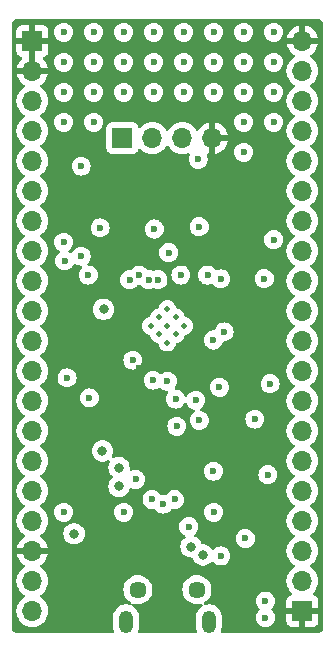
<source format=gbr>
%TF.GenerationSoftware,KiCad,Pcbnew,8.0.4*%
%TF.CreationDate,2025-08-17T23:08:21+02:00*%
%TF.ProjectId,stm32l432kcu6_eval,73746d33-326c-4343-9332-6b6375365f65,rev?*%
%TF.SameCoordinates,Original*%
%TF.FileFunction,Copper,L3,Inr*%
%TF.FilePolarity,Positive*%
%FSLAX46Y46*%
G04 Gerber Fmt 4.6, Leading zero omitted, Abs format (unit mm)*
G04 Created by KiCad (PCBNEW 8.0.4) date 2025-08-17 23:08:21*
%MOMM*%
%LPD*%
G01*
G04 APERTURE LIST*
%TA.AperFunction,ComponentPad*%
%ADD10O,1.200000X1.900000*%
%TD*%
%TA.AperFunction,ComponentPad*%
%ADD11C,1.450000*%
%TD*%
%TA.AperFunction,HeatsinkPad*%
%ADD12C,0.500000*%
%TD*%
%TA.AperFunction,ComponentPad*%
%ADD13R,1.700000X1.700000*%
%TD*%
%TA.AperFunction,ComponentPad*%
%ADD14O,1.700000X1.700000*%
%TD*%
%TA.AperFunction,ViaPad*%
%ADD15C,0.600000*%
%TD*%
%TA.AperFunction,ViaPad*%
%ADD16C,0.800000*%
%TD*%
G04 APERTURE END LIST*
D10*
%TO.N,GND*%
%TO.C,J1*%
X146500000Y-125037500D03*
D11*
X147500000Y-122337500D03*
X152500000Y-122337500D03*
D10*
X153500000Y-125037500D03*
%TD*%
D12*
%TO.N,GND*%
%TO.C,U3*%
X148585786Y-100000000D03*
X149292893Y-100707107D03*
X150000000Y-101414214D03*
X149292893Y-99292893D03*
X150000000Y-100000000D03*
X150707107Y-100707107D03*
X150000000Y-98585786D03*
X150707107Y-99292893D03*
X151414214Y-100000000D03*
%TD*%
D13*
%TO.N,GND*%
%TO.C,J4*%
X146190000Y-84100000D03*
D14*
%TO.N,/connectors_gpios_2_5_4/PA14*%
X148730000Y-84100000D03*
%TO.N,/connectors_gpios_2_5_4/PA13*%
X151270000Y-84100000D03*
%TO.N,+3V3*%
X153810000Y-84100000D03*
%TD*%
D13*
%TO.N,+3V3*%
%TO.C,J2*%
X138570000Y-75870000D03*
D14*
X138570000Y-78410000D03*
%TO.N,GND*%
X138570000Y-80950000D03*
%TO.N,/connectors_gpios_2_5_4/PA15*%
X138570000Y-83490000D03*
%TO.N,/connectors_gpios_2_5_4/PB3*%
X138570000Y-86030000D03*
%TO.N,/connectors_gpios_2_5_4/PB4*%
X138570000Y-88570000D03*
%TO.N,/connectors_gpios_2_5_4/PB5*%
X138570000Y-91110000D03*
%TO.N,/connectors_gpios_2_5_4/PB6*%
X138570000Y-93650000D03*
%TO.N,/connectors_gpios_2_5_4/PB7*%
X138570000Y-96190000D03*
%TO.N,/connectors_gpios_2_5_4/PH3(BOOT0)*%
X138570000Y-98730000D03*
%TO.N,/connectors_gpios_2_5_4/PC14(OSC_IN)*%
X138570000Y-101270000D03*
%TO.N,/connectors_gpios_2_5_4/PC15(OSC_OUT)*%
X138570000Y-103810000D03*
%TO.N,/connectors_gpios_2_5_4/NRST*%
X138570000Y-106350000D03*
%TO.N,/connectors_gpios_2_5_4/PA0*%
X138570000Y-108890000D03*
%TO.N,/connectors_gpios_2_5_4/PA1*%
X138570000Y-111430000D03*
%TO.N,/connectors_gpios_2_5_4/PA2*%
X138570000Y-113970000D03*
%TO.N,GND*%
X138570000Y-116510000D03*
%TO.N,+3V3*%
X138570000Y-119050000D03*
%TO.N,+5V_USB*%
X138570000Y-121590000D03*
X138570000Y-124130000D03*
%TD*%
D13*
%TO.N,+3V3*%
%TO.C,J3*%
X161430000Y-124130000D03*
D14*
%TO.N,GND*%
X161430000Y-121590000D03*
X161430000Y-119050000D03*
%TO.N,/connectors_gpios_2_5_4/PA3*%
X161430000Y-116510000D03*
%TO.N,/connectors_gpios_2_5_4/PA4*%
X161430000Y-113970000D03*
%TO.N,/connectors_gpios_2_5_4/PA5*%
X161430000Y-111430000D03*
%TO.N,/connectors_gpios_2_5_4/PA6*%
X161430000Y-108890000D03*
%TO.N,/connectors_gpios_2_5_4/PA7*%
X161430000Y-106350000D03*
%TO.N,/connectors_gpios_2_5_4/PB0*%
X161430000Y-103810000D03*
%TO.N,/connectors_gpios_2_5_4/PB1*%
X161430000Y-101270000D03*
%TO.N,/connectors_gpios_2_5_4/PA8*%
X161430000Y-98730000D03*
%TO.N,/connectors_gpios_2_5_4/PA9*%
X161430000Y-96190000D03*
%TO.N,/connectors_gpios_2_5_4/PA10*%
X161430000Y-93650000D03*
%TO.N,/connectors_gpios_2_5_4/PA11*%
X161430000Y-91110000D03*
%TO.N,/connectors_gpios_2_5_4/PA12*%
X161430000Y-88570000D03*
%TO.N,/connectors_gpios_2_5_4/PA13*%
X161430000Y-86030000D03*
%TO.N,/connectors_gpios_2_5_4/PA14*%
X161430000Y-83490000D03*
%TO.N,GND*%
X161430000Y-80950000D03*
X161430000Y-78410000D03*
%TO.N,+3V3*%
X161430000Y-75870000D03*
%TD*%
D15*
%TO.N,/connectors_gpios_2_5_4/PH3(BOOT0)*%
X143300000Y-95700000D03*
D16*
%TO.N,GND*%
X153000000Y-119400000D03*
D15*
X149650000Y-115100000D03*
X146304563Y-75141750D03*
X150800000Y-108500000D03*
X159004563Y-80221750D03*
X148844563Y-80221750D03*
X153900000Y-112300000D03*
X156464563Y-75141750D03*
D16*
X145900000Y-112000000D03*
D15*
X146304563Y-115781750D03*
X141224563Y-75141750D03*
X156600000Y-118000000D03*
X143764563Y-75141750D03*
X153924563Y-75141750D03*
X141224563Y-80221750D03*
X151384563Y-75141750D03*
X154500000Y-119481250D03*
X148844563Y-77681750D03*
X143764563Y-77681750D03*
X156464563Y-77681750D03*
X143400000Y-106100000D03*
X159004563Y-75141750D03*
X156464563Y-82761750D03*
X159004563Y-77681750D03*
D16*
X144600000Y-98600000D03*
X152000000Y-118700000D03*
D15*
X146304563Y-80221750D03*
X141224563Y-115781750D03*
X154400000Y-105200000D03*
X144300000Y-91700000D03*
X158500000Y-112600000D03*
X158700000Y-104900000D03*
X141224563Y-77681750D03*
X143764563Y-80221750D03*
X142700000Y-86474999D03*
X154800000Y-100512652D03*
X153924563Y-80221750D03*
X143764563Y-82761750D03*
D16*
X144500000Y-110600000D03*
D15*
X148844563Y-75141750D03*
X146304563Y-77681750D03*
X157400000Y-107900000D03*
X159004563Y-82761750D03*
X141224563Y-92921750D03*
X151384563Y-77681750D03*
X156464563Y-80221750D03*
X158200000Y-96000000D03*
X151384563Y-80221750D03*
X151800000Y-117000000D03*
X152600000Y-85900000D03*
X152700000Y-108000000D03*
D16*
X142100000Y-117600000D03*
D15*
X141224563Y-82761750D03*
X159000000Y-92700000D03*
X153924563Y-115781750D03*
X147300000Y-113000000D03*
X158300000Y-123300000D03*
X153924563Y-77681750D03*
X156464563Y-85301750D03*
D16*
X145900000Y-113600000D03*
D15*
X141500000Y-104400000D03*
X141300000Y-94500000D03*
X148900000Y-91800000D03*
D16*
%TO.N,+3V3*%
X141300000Y-112000000D03*
X141500000Y-100200000D03*
D15*
X148500000Y-112000000D03*
D16*
X142700000Y-110600000D03*
D15*
X147575000Y-103600000D03*
X154600000Y-99487348D03*
D16*
X141300000Y-113600000D03*
D15*
X158300000Y-121700000D03*
X147300000Y-86500000D03*
%TO.N,/connectors_gpios_2_5_4/PA14*%
X150100000Y-93800000D03*
%TO.N,/connectors_gpios_2_5_4/PA13*%
X151141542Y-95700000D03*
%TO.N,/connectors_gpios_2_5_4/PA15*%
X149200000Y-96100000D03*
%TO.N,/connectors_gpios_2_5_4/PA11*%
X154500000Y-96025000D03*
X148700001Y-114700001D03*
%TO.N,/connectors_gpios_2_5_4/PA4*%
X158300000Y-124700000D03*
%TO.N,/connectors_gpios_2_5_4/PA2*%
X150000000Y-104700000D03*
%TO.N,/connectors_gpios_2_5_4/PA12*%
X153400000Y-95700000D03*
X150600000Y-114700000D03*
%TO.N,/connectors_gpios_2_5_4/PA1*%
X150700000Y-106200000D03*
X152400000Y-106300000D03*
X148800000Y-104600000D03*
%TO.N,/connectors_gpios_2_5_4/NRST*%
X142700000Y-94100000D03*
X147075000Y-102900000D03*
%TO.N,/connectors_gpios_2_5_4/PB4*%
X147600000Y-95700000D03*
%TO.N,/connectors_gpios_2_5_4/PB1*%
X153900000Y-101200000D03*
X152700000Y-91600000D03*
%TO.N,/connectors_gpios_2_5_4/PB5*%
X146800000Y-96100000D03*
%TO.N,/connectors_gpios_2_5_4/PB3*%
X148399997Y-96100000D03*
%TD*%
%TA.AperFunction,Conductor*%
%TO.N,+3V3*%
G36*
X138820000Y-77976988D02*
G01*
X138762993Y-77944075D01*
X138635826Y-77910000D01*
X138504174Y-77910000D01*
X138377007Y-77944075D01*
X138320000Y-77976988D01*
X138320000Y-76303012D01*
X138377007Y-76335925D01*
X138504174Y-76370000D01*
X138635826Y-76370000D01*
X138762993Y-76335925D01*
X138820000Y-76303012D01*
X138820000Y-77976988D01*
G37*
%TD.AperFunction*%
%TA.AperFunction,Conductor*%
G36*
X162706922Y-74001280D02*
G01*
X162797266Y-74011459D01*
X162824331Y-74017636D01*
X162903540Y-74045352D01*
X162928553Y-74057398D01*
X162999606Y-74102043D01*
X163021313Y-74119355D01*
X163080644Y-74178686D01*
X163097957Y-74200395D01*
X163142600Y-74271444D01*
X163154648Y-74296462D01*
X163182362Y-74375666D01*
X163188540Y-74402735D01*
X163198720Y-74493076D01*
X163199500Y-74506961D01*
X163199500Y-125493038D01*
X163198720Y-125506923D01*
X163188540Y-125597264D01*
X163182362Y-125624333D01*
X163154648Y-125703537D01*
X163142600Y-125728555D01*
X163097957Y-125799604D01*
X163080644Y-125821313D01*
X163021313Y-125880644D01*
X162999604Y-125897957D01*
X162928555Y-125942600D01*
X162903537Y-125954648D01*
X162824333Y-125982362D01*
X162797264Y-125988540D01*
X162717075Y-125997576D01*
X162706921Y-125998720D01*
X162693038Y-125999500D01*
X154625640Y-125999500D01*
X154558601Y-125979815D01*
X154512846Y-125927011D01*
X154502902Y-125857853D01*
X154515155Y-125819206D01*
X154519870Y-125809950D01*
X154519873Y-125809945D01*
X154573402Y-125645201D01*
X154600500Y-125474111D01*
X154600500Y-124600889D01*
X154573402Y-124429799D01*
X154519873Y-124265055D01*
X154441232Y-124110712D01*
X154339414Y-123970572D01*
X154216928Y-123848086D01*
X154076788Y-123746268D01*
X153922445Y-123667627D01*
X153757701Y-123614098D01*
X153757699Y-123614097D01*
X153757698Y-123614097D01*
X153626271Y-123593281D01*
X153586611Y-123587000D01*
X153413389Y-123587000D01*
X153361760Y-123595177D01*
X153242303Y-123614097D01*
X153242300Y-123614097D01*
X153242299Y-123614098D01*
X153231197Y-123617705D01*
X153161358Y-123619699D01*
X153101526Y-123583617D01*
X153070699Y-123520916D01*
X153078665Y-123451501D01*
X153121757Y-123398200D01*
X153262006Y-123299996D01*
X157494435Y-123299996D01*
X157494435Y-123300003D01*
X157514630Y-123479249D01*
X157514631Y-123479254D01*
X157574211Y-123649523D01*
X157670184Y-123802262D01*
X157780241Y-123912319D01*
X157813726Y-123973642D01*
X157808742Y-124043334D01*
X157780241Y-124087681D01*
X157670184Y-124197737D01*
X157574211Y-124350476D01*
X157514631Y-124520745D01*
X157514630Y-124520750D01*
X157494435Y-124699996D01*
X157494435Y-124700003D01*
X157514630Y-124879249D01*
X157514631Y-124879254D01*
X157574211Y-125049523D01*
X157648967Y-125168495D01*
X157670184Y-125202262D01*
X157797738Y-125329816D01*
X157809469Y-125337187D01*
X157946602Y-125423354D01*
X157950478Y-125425789D01*
X158105401Y-125479999D01*
X158120745Y-125485368D01*
X158120750Y-125485369D01*
X158299996Y-125505565D01*
X158300000Y-125505565D01*
X158300004Y-125505565D01*
X158479249Y-125485369D01*
X158479252Y-125485368D01*
X158479255Y-125485368D01*
X158649522Y-125425789D01*
X158802262Y-125329816D01*
X158929816Y-125202262D01*
X159025789Y-125049522D01*
X159085368Y-124879255D01*
X159105565Y-124700000D01*
X159085368Y-124520745D01*
X159025789Y-124350478D01*
X158929816Y-124197738D01*
X158819759Y-124087681D01*
X158786274Y-124026358D01*
X158791258Y-123956666D01*
X158819759Y-123912319D01*
X158852078Y-123880000D01*
X158929816Y-123802262D01*
X159025789Y-123649522D01*
X159085368Y-123479255D01*
X159105565Y-123300000D01*
X159103297Y-123279873D01*
X159085369Y-123120750D01*
X159085368Y-123120745D01*
X159025788Y-122950476D01*
X158954265Y-122836649D01*
X158929816Y-122797738D01*
X158802262Y-122670184D01*
X158762241Y-122645037D01*
X158649523Y-122574211D01*
X158479254Y-122514631D01*
X158479249Y-122514630D01*
X158300004Y-122494435D01*
X158299996Y-122494435D01*
X158120750Y-122514630D01*
X158120745Y-122514631D01*
X157950476Y-122574211D01*
X157797737Y-122670184D01*
X157670184Y-122797737D01*
X157574211Y-122950476D01*
X157514631Y-123120745D01*
X157514630Y-123120750D01*
X157494435Y-123299996D01*
X153262006Y-123299996D01*
X153290745Y-123279873D01*
X153442373Y-123128245D01*
X153565368Y-122952591D01*
X153655992Y-122758247D01*
X153711492Y-122551119D01*
X153730181Y-122337500D01*
X153711492Y-122123881D01*
X153655992Y-121916753D01*
X153565368Y-121722410D01*
X153472653Y-121590000D01*
X153442376Y-121546759D01*
X153442371Y-121546753D01*
X153290745Y-121395127D01*
X153115090Y-121272131D01*
X153017919Y-121226820D01*
X152920747Y-121181508D01*
X152920743Y-121181507D01*
X152920739Y-121181505D01*
X152713624Y-121126009D01*
X152713620Y-121126008D01*
X152713619Y-121126008D01*
X152713618Y-121126007D01*
X152713613Y-121126007D01*
X152500002Y-121107319D01*
X152499998Y-121107319D01*
X152286386Y-121126007D01*
X152286375Y-121126009D01*
X152079260Y-121181505D01*
X152079251Y-121181509D01*
X151884910Y-121272131D01*
X151884908Y-121272132D01*
X151709259Y-121395123D01*
X151709253Y-121395128D01*
X151557628Y-121546753D01*
X151557623Y-121546759D01*
X151434632Y-121722408D01*
X151434631Y-121722410D01*
X151344009Y-121916751D01*
X151344005Y-121916760D01*
X151288509Y-122123875D01*
X151288507Y-122123886D01*
X151269819Y-122337498D01*
X151269819Y-122337501D01*
X151288507Y-122551113D01*
X151288509Y-122551124D01*
X151344005Y-122758239D01*
X151344007Y-122758243D01*
X151344008Y-122758247D01*
X151380964Y-122837500D01*
X151434631Y-122952590D01*
X151494375Y-123037913D01*
X151557627Y-123128245D01*
X151709255Y-123279873D01*
X151884909Y-123402868D01*
X152079253Y-123493492D01*
X152286381Y-123548992D01*
X152438966Y-123562341D01*
X152499998Y-123567681D01*
X152500000Y-123567681D01*
X152500002Y-123567681D01*
X152553404Y-123563008D01*
X152713619Y-123548992D01*
X152832726Y-123517077D01*
X152902573Y-123518740D01*
X152960435Y-123557902D01*
X152987940Y-123622130D01*
X152976354Y-123691032D01*
X152929356Y-123742733D01*
X152925088Y-123745117D01*
X152923218Y-123746263D01*
X152847608Y-123801197D01*
X152783072Y-123848086D01*
X152783070Y-123848088D01*
X152783069Y-123848088D01*
X152660588Y-123970569D01*
X152660588Y-123970570D01*
X152660586Y-123970572D01*
X152620055Y-124026358D01*
X152558768Y-124110711D01*
X152480128Y-124265052D01*
X152426597Y-124429802D01*
X152399500Y-124600889D01*
X152399500Y-125474110D01*
X152426597Y-125645197D01*
X152480129Y-125809950D01*
X152484845Y-125819206D01*
X152497741Y-125887875D01*
X152471464Y-125952615D01*
X152414358Y-125992872D01*
X152374360Y-125999500D01*
X147625640Y-125999500D01*
X147558601Y-125979815D01*
X147512846Y-125927011D01*
X147502902Y-125857853D01*
X147515155Y-125819206D01*
X147519870Y-125809950D01*
X147519873Y-125809945D01*
X147573402Y-125645201D01*
X147600500Y-125474111D01*
X147600500Y-124600889D01*
X147573402Y-124429799D01*
X147519873Y-124265055D01*
X147441232Y-124110712D01*
X147339414Y-123970572D01*
X147216928Y-123848086D01*
X147076788Y-123746268D01*
X147076787Y-123746267D01*
X147076781Y-123746263D01*
X147072636Y-123743723D01*
X147073521Y-123742277D01*
X147028077Y-123699338D01*
X147011297Y-123631513D01*
X147033850Y-123565383D01*
X147088575Y-123521944D01*
X147158097Y-123514988D01*
X147167256Y-123517072D01*
X147286381Y-123548992D01*
X147438966Y-123562341D01*
X147499998Y-123567681D01*
X147500000Y-123567681D01*
X147500002Y-123567681D01*
X147553404Y-123563008D01*
X147713619Y-123548992D01*
X147920747Y-123493492D01*
X148115091Y-123402868D01*
X148290745Y-123279873D01*
X148442373Y-123128245D01*
X148565368Y-122952591D01*
X148655992Y-122758247D01*
X148711492Y-122551119D01*
X148730181Y-122337500D01*
X148711492Y-122123881D01*
X148655992Y-121916753D01*
X148565368Y-121722410D01*
X148472653Y-121590000D01*
X148442376Y-121546759D01*
X148442371Y-121546753D01*
X148290745Y-121395127D01*
X148115090Y-121272131D01*
X148017919Y-121226820D01*
X147920747Y-121181508D01*
X147920743Y-121181507D01*
X147920739Y-121181505D01*
X147713624Y-121126009D01*
X147713620Y-121126008D01*
X147713619Y-121126008D01*
X147713618Y-121126007D01*
X147713613Y-121126007D01*
X147500002Y-121107319D01*
X147499998Y-121107319D01*
X147286386Y-121126007D01*
X147286375Y-121126009D01*
X147079260Y-121181505D01*
X147079251Y-121181509D01*
X146884910Y-121272131D01*
X146884908Y-121272132D01*
X146709259Y-121395123D01*
X146709253Y-121395128D01*
X146557628Y-121546753D01*
X146557623Y-121546759D01*
X146434632Y-121722408D01*
X146434631Y-121722410D01*
X146344009Y-121916751D01*
X146344005Y-121916760D01*
X146288509Y-122123875D01*
X146288507Y-122123886D01*
X146269819Y-122337498D01*
X146269819Y-122337501D01*
X146288507Y-122551113D01*
X146288509Y-122551124D01*
X146344005Y-122758239D01*
X146344007Y-122758243D01*
X146344008Y-122758247D01*
X146380964Y-122837500D01*
X146434631Y-122952590D01*
X146494375Y-123037913D01*
X146557627Y-123128245D01*
X146709255Y-123279873D01*
X146878240Y-123398198D01*
X146921865Y-123452775D01*
X146929057Y-123522274D01*
X146897535Y-123584629D01*
X146837305Y-123620042D01*
X146768799Y-123617704D01*
X146757701Y-123614098D01*
X146757699Y-123614097D01*
X146757698Y-123614097D01*
X146626271Y-123593281D01*
X146586611Y-123587000D01*
X146413389Y-123587000D01*
X146373728Y-123593281D01*
X146242302Y-123614097D01*
X146077552Y-123667628D01*
X145923211Y-123746268D01*
X145846143Y-123802262D01*
X145783072Y-123848086D01*
X145783070Y-123848088D01*
X145783069Y-123848088D01*
X145660588Y-123970569D01*
X145660588Y-123970570D01*
X145660586Y-123970572D01*
X145620055Y-124026358D01*
X145558768Y-124110711D01*
X145480128Y-124265052D01*
X145426597Y-124429802D01*
X145399500Y-124600889D01*
X145399500Y-125474110D01*
X145426597Y-125645197D01*
X145480129Y-125809950D01*
X145484845Y-125819206D01*
X145497741Y-125887875D01*
X145471464Y-125952615D01*
X145414358Y-125992872D01*
X145374360Y-125999500D01*
X137306962Y-125999500D01*
X137293078Y-125998720D01*
X137280553Y-125997308D01*
X137202735Y-125988540D01*
X137175666Y-125982362D01*
X137096462Y-125954648D01*
X137071444Y-125942600D01*
X137000395Y-125897957D01*
X136978686Y-125880644D01*
X136919355Y-125821313D01*
X136902042Y-125799604D01*
X136857399Y-125728555D01*
X136845351Y-125703537D01*
X136824937Y-125645197D01*
X136817636Y-125624331D01*
X136811459Y-125597263D01*
X136801280Y-125506922D01*
X136800500Y-125493038D01*
X136800500Y-80949999D01*
X137214341Y-80949999D01*
X137214341Y-80950000D01*
X137234936Y-81185403D01*
X137234938Y-81185413D01*
X137296094Y-81413655D01*
X137296096Y-81413659D01*
X137296097Y-81413663D01*
X137395965Y-81627830D01*
X137395967Y-81627834D01*
X137531501Y-81821395D01*
X137531506Y-81821402D01*
X137698597Y-81988493D01*
X137698603Y-81988498D01*
X137884158Y-82118425D01*
X137927783Y-82173002D01*
X137934977Y-82242500D01*
X137903454Y-82304855D01*
X137884158Y-82321575D01*
X137698597Y-82451505D01*
X137531505Y-82618597D01*
X137395965Y-82812169D01*
X137395964Y-82812171D01*
X137296098Y-83026335D01*
X137296094Y-83026344D01*
X137234938Y-83254586D01*
X137234936Y-83254596D01*
X137214341Y-83489999D01*
X137214341Y-83490000D01*
X137234936Y-83725403D01*
X137234938Y-83725413D01*
X137296094Y-83953655D01*
X137296096Y-83953659D01*
X137296097Y-83953663D01*
X137333640Y-84034174D01*
X137395965Y-84167830D01*
X137395967Y-84167834D01*
X137483605Y-84292993D01*
X137513304Y-84335408D01*
X137531501Y-84361395D01*
X137531506Y-84361402D01*
X137698597Y-84528493D01*
X137698603Y-84528498D01*
X137884158Y-84658425D01*
X137927783Y-84713002D01*
X137934977Y-84782500D01*
X137903454Y-84844855D01*
X137884158Y-84861575D01*
X137698597Y-84991505D01*
X137531505Y-85158597D01*
X137395965Y-85352169D01*
X137395964Y-85352171D01*
X137296098Y-85566335D01*
X137296094Y-85566344D01*
X137234938Y-85794586D01*
X137234936Y-85794596D01*
X137214341Y-86029999D01*
X137214341Y-86030000D01*
X137234936Y-86265403D01*
X137234938Y-86265413D01*
X137296094Y-86493655D01*
X137296096Y-86493659D01*
X137296097Y-86493663D01*
X137357708Y-86625788D01*
X137395965Y-86707830D01*
X137395967Y-86707834D01*
X137531501Y-86901395D01*
X137531506Y-86901402D01*
X137698597Y-87068493D01*
X137698603Y-87068498D01*
X137884158Y-87198425D01*
X137927783Y-87253002D01*
X137934977Y-87322500D01*
X137903454Y-87384855D01*
X137884158Y-87401575D01*
X137698597Y-87531505D01*
X137531505Y-87698597D01*
X137395965Y-87892169D01*
X137395964Y-87892171D01*
X137296098Y-88106335D01*
X137296094Y-88106344D01*
X137234938Y-88334586D01*
X137234936Y-88334596D01*
X137214341Y-88569999D01*
X137214341Y-88570000D01*
X137234936Y-88805403D01*
X137234938Y-88805413D01*
X137296094Y-89033655D01*
X137296096Y-89033659D01*
X137296097Y-89033663D01*
X137395965Y-89247830D01*
X137395967Y-89247834D01*
X137531501Y-89441395D01*
X137531506Y-89441402D01*
X137698597Y-89608493D01*
X137698603Y-89608498D01*
X137884158Y-89738425D01*
X137927783Y-89793002D01*
X137934977Y-89862500D01*
X137903454Y-89924855D01*
X137884158Y-89941575D01*
X137698597Y-90071505D01*
X137531505Y-90238597D01*
X137395965Y-90432169D01*
X137395964Y-90432171D01*
X137296098Y-90646335D01*
X137296094Y-90646344D01*
X137234938Y-90874586D01*
X137234936Y-90874596D01*
X137214341Y-91109999D01*
X137214341Y-91110000D01*
X137234936Y-91345403D01*
X137234938Y-91345413D01*
X137296094Y-91573655D01*
X137296096Y-91573659D01*
X137296097Y-91573663D01*
X137391964Y-91779249D01*
X137395965Y-91787830D01*
X137395967Y-91787834D01*
X137484751Y-91914630D01*
X137530002Y-91979255D01*
X137531501Y-91981395D01*
X137531506Y-91981402D01*
X137698597Y-92148493D01*
X137698603Y-92148498D01*
X137884158Y-92278425D01*
X137927783Y-92333002D01*
X137934977Y-92402500D01*
X137903454Y-92464855D01*
X137884158Y-92481575D01*
X137698597Y-92611505D01*
X137531505Y-92778597D01*
X137395965Y-92972169D01*
X137395964Y-92972171D01*
X137296098Y-93186335D01*
X137296094Y-93186344D01*
X137234938Y-93414586D01*
X137234936Y-93414596D01*
X137214341Y-93649999D01*
X137214341Y-93650000D01*
X137234936Y-93885403D01*
X137234938Y-93885413D01*
X137296094Y-94113655D01*
X137296096Y-94113659D01*
X137296097Y-94113663D01*
X137373311Y-94279249D01*
X137395965Y-94327830D01*
X137395967Y-94327834D01*
X137531501Y-94521395D01*
X137531506Y-94521402D01*
X137698597Y-94688493D01*
X137698603Y-94688498D01*
X137884158Y-94818425D01*
X137927783Y-94873002D01*
X137934977Y-94942500D01*
X137903454Y-95004855D01*
X137884158Y-95021575D01*
X137698597Y-95151505D01*
X137531505Y-95318597D01*
X137395965Y-95512169D01*
X137395964Y-95512171D01*
X137296098Y-95726335D01*
X137296094Y-95726344D01*
X137234938Y-95954586D01*
X137234936Y-95954596D01*
X137214341Y-96189999D01*
X137214341Y-96190000D01*
X137234936Y-96425403D01*
X137234938Y-96425413D01*
X137296094Y-96653655D01*
X137296096Y-96653659D01*
X137296097Y-96653663D01*
X137376361Y-96825789D01*
X137395965Y-96867830D01*
X137395967Y-96867834D01*
X137531501Y-97061395D01*
X137531506Y-97061402D01*
X137698597Y-97228493D01*
X137698603Y-97228498D01*
X137884158Y-97358425D01*
X137927783Y-97413002D01*
X137934977Y-97482500D01*
X137903454Y-97544855D01*
X137884158Y-97561575D01*
X137698597Y-97691505D01*
X137531505Y-97858597D01*
X137395965Y-98052169D01*
X137395964Y-98052171D01*
X137296098Y-98266335D01*
X137296094Y-98266344D01*
X137234938Y-98494586D01*
X137234936Y-98494596D01*
X137214341Y-98729999D01*
X137214341Y-98730000D01*
X137234936Y-98965403D01*
X137234938Y-98965413D01*
X137296094Y-99193655D01*
X137296096Y-99193659D01*
X137296097Y-99193663D01*
X137354797Y-99319545D01*
X137395965Y-99407830D01*
X137395967Y-99407834D01*
X137531501Y-99601395D01*
X137531506Y-99601402D01*
X137698597Y-99768493D01*
X137698603Y-99768498D01*
X137884158Y-99898425D01*
X137927783Y-99953002D01*
X137934977Y-100022500D01*
X137903454Y-100084855D01*
X137884158Y-100101575D01*
X137698597Y-100231505D01*
X137531505Y-100398597D01*
X137395965Y-100592169D01*
X137395964Y-100592171D01*
X137296098Y-100806335D01*
X137296094Y-100806344D01*
X137234938Y-101034586D01*
X137234936Y-101034596D01*
X137214341Y-101269999D01*
X137214341Y-101270000D01*
X137234936Y-101505403D01*
X137234938Y-101505413D01*
X137296094Y-101733655D01*
X137296096Y-101733659D01*
X137296097Y-101733663D01*
X137340934Y-101829815D01*
X137395965Y-101947830D01*
X137395967Y-101947834D01*
X137531501Y-102141395D01*
X137531506Y-102141402D01*
X137698597Y-102308493D01*
X137698603Y-102308498D01*
X137884158Y-102438425D01*
X137927783Y-102493002D01*
X137934977Y-102562500D01*
X137903454Y-102624855D01*
X137884158Y-102641575D01*
X137698597Y-102771505D01*
X137531505Y-102938597D01*
X137395965Y-103132169D01*
X137395964Y-103132171D01*
X137296098Y-103346335D01*
X137296094Y-103346344D01*
X137234938Y-103574586D01*
X137234936Y-103574596D01*
X137214341Y-103809999D01*
X137214341Y-103810000D01*
X137234936Y-104045403D01*
X137234938Y-104045413D01*
X137296094Y-104273655D01*
X137296096Y-104273659D01*
X137296097Y-104273663D01*
X137361831Y-104414630D01*
X137395965Y-104487830D01*
X137395967Y-104487834D01*
X137531501Y-104681395D01*
X137531506Y-104681402D01*
X137698597Y-104848493D01*
X137698603Y-104848498D01*
X137884158Y-104978425D01*
X137927783Y-105033002D01*
X137934977Y-105102500D01*
X137903454Y-105164855D01*
X137884158Y-105181575D01*
X137698597Y-105311505D01*
X137531505Y-105478597D01*
X137395965Y-105672169D01*
X137395964Y-105672171D01*
X137296098Y-105886335D01*
X137296094Y-105886344D01*
X137234938Y-106114586D01*
X137234936Y-106114596D01*
X137214341Y-106349999D01*
X137214341Y-106350000D01*
X137234936Y-106585403D01*
X137234938Y-106585413D01*
X137296094Y-106813655D01*
X137296096Y-106813659D01*
X137296097Y-106813663D01*
X137350260Y-106929815D01*
X137395965Y-107027830D01*
X137395967Y-107027834D01*
X137531501Y-107221395D01*
X137531506Y-107221402D01*
X137698597Y-107388493D01*
X137698603Y-107388498D01*
X137884158Y-107518425D01*
X137927783Y-107573002D01*
X137934977Y-107642500D01*
X137903454Y-107704855D01*
X137884158Y-107721575D01*
X137698597Y-107851505D01*
X137531505Y-108018597D01*
X137395965Y-108212169D01*
X137395964Y-108212171D01*
X137296098Y-108426335D01*
X137296094Y-108426344D01*
X137234938Y-108654586D01*
X137234936Y-108654596D01*
X137214341Y-108889999D01*
X137214341Y-108890000D01*
X137234936Y-109125403D01*
X137234938Y-109125413D01*
X137296094Y-109353655D01*
X137296096Y-109353659D01*
X137296097Y-109353663D01*
X137395965Y-109567830D01*
X137395967Y-109567834D01*
X137531501Y-109761395D01*
X137531506Y-109761402D01*
X137698597Y-109928493D01*
X137698603Y-109928498D01*
X137884158Y-110058425D01*
X137927783Y-110113002D01*
X137934977Y-110182500D01*
X137903454Y-110244855D01*
X137884158Y-110261575D01*
X137698597Y-110391505D01*
X137531505Y-110558597D01*
X137395965Y-110752169D01*
X137395964Y-110752171D01*
X137296098Y-110966335D01*
X137296094Y-110966344D01*
X137234938Y-111194586D01*
X137234936Y-111194596D01*
X137214341Y-111429999D01*
X137214341Y-111430000D01*
X137234936Y-111665403D01*
X137234938Y-111665413D01*
X137296094Y-111893655D01*
X137296096Y-111893659D01*
X137296097Y-111893663D01*
X137345683Y-112000000D01*
X137395965Y-112107830D01*
X137395967Y-112107834D01*
X137489599Y-112241553D01*
X137513916Y-112276282D01*
X137531501Y-112301395D01*
X137531506Y-112301402D01*
X137698597Y-112468493D01*
X137698603Y-112468498D01*
X137884158Y-112598425D01*
X137927783Y-112653002D01*
X137934977Y-112722500D01*
X137903454Y-112784855D01*
X137884158Y-112801575D01*
X137698597Y-112931505D01*
X137531505Y-113098597D01*
X137395965Y-113292169D01*
X137395964Y-113292171D01*
X137296098Y-113506335D01*
X137296094Y-113506344D01*
X137234938Y-113734586D01*
X137234936Y-113734596D01*
X137214341Y-113969999D01*
X137214341Y-113970000D01*
X137234936Y-114205403D01*
X137234938Y-114205413D01*
X137296094Y-114433655D01*
X137296096Y-114433659D01*
X137296097Y-114433663D01*
X137336707Y-114520751D01*
X137395965Y-114647830D01*
X137395967Y-114647834D01*
X137531501Y-114841395D01*
X137531506Y-114841402D01*
X137698597Y-115008493D01*
X137698603Y-115008498D01*
X137884158Y-115138425D01*
X137927783Y-115193002D01*
X137934977Y-115262500D01*
X137903454Y-115324855D01*
X137884158Y-115341575D01*
X137698597Y-115471505D01*
X137531505Y-115638597D01*
X137395965Y-115832169D01*
X137395964Y-115832171D01*
X137296098Y-116046335D01*
X137296094Y-116046344D01*
X137234938Y-116274586D01*
X137234936Y-116274596D01*
X137214341Y-116509999D01*
X137214341Y-116510000D01*
X137234936Y-116745403D01*
X137234938Y-116745413D01*
X137296094Y-116973655D01*
X137296096Y-116973659D01*
X137296097Y-116973663D01*
X137339987Y-117067785D01*
X137395965Y-117187830D01*
X137395967Y-117187834D01*
X137504281Y-117342521D01*
X137531505Y-117381401D01*
X137698599Y-117548495D01*
X137821155Y-117634310D01*
X137884594Y-117678730D01*
X137928219Y-117733307D01*
X137935413Y-117802805D01*
X137903890Y-117865160D01*
X137884595Y-117881880D01*
X137698922Y-118011890D01*
X137698920Y-118011891D01*
X137531891Y-118178920D01*
X137531886Y-118178926D01*
X137396400Y-118372420D01*
X137396399Y-118372422D01*
X137296570Y-118586507D01*
X137296567Y-118586513D01*
X137239364Y-118799999D01*
X137239364Y-118800000D01*
X138136988Y-118800000D01*
X138104075Y-118857007D01*
X138070000Y-118984174D01*
X138070000Y-119115826D01*
X138104075Y-119242993D01*
X138136988Y-119300000D01*
X137239364Y-119300000D01*
X137296567Y-119513486D01*
X137296570Y-119513492D01*
X137396399Y-119727578D01*
X137531894Y-119921082D01*
X137698917Y-120088105D01*
X137884595Y-120218119D01*
X137928219Y-120272696D01*
X137935412Y-120342195D01*
X137903890Y-120404549D01*
X137884595Y-120421269D01*
X137698594Y-120551508D01*
X137531505Y-120718597D01*
X137395965Y-120912169D01*
X137395964Y-120912171D01*
X137296098Y-121126335D01*
X137296094Y-121126344D01*
X137234938Y-121354586D01*
X137234936Y-121354596D01*
X137214341Y-121589999D01*
X137214341Y-121590000D01*
X137234936Y-121825403D01*
X137234938Y-121825413D01*
X137296094Y-122053655D01*
X137296096Y-122053659D01*
X137296097Y-122053663D01*
X137328843Y-122123886D01*
X137395965Y-122267830D01*
X137395967Y-122267834D01*
X137444749Y-122337501D01*
X137531501Y-122461396D01*
X137531506Y-122461402D01*
X137698597Y-122628493D01*
X137698603Y-122628498D01*
X137884158Y-122758425D01*
X137927783Y-122813002D01*
X137934977Y-122882500D01*
X137903454Y-122944855D01*
X137884158Y-122961575D01*
X137698597Y-123091505D01*
X137531505Y-123258597D01*
X137395965Y-123452169D01*
X137395964Y-123452171D01*
X137296098Y-123666335D01*
X137296094Y-123666344D01*
X137234938Y-123894586D01*
X137234936Y-123894596D01*
X137214341Y-124129999D01*
X137214341Y-124130000D01*
X137234936Y-124365403D01*
X137234938Y-124365413D01*
X137296094Y-124593655D01*
X137296096Y-124593659D01*
X137296097Y-124593663D01*
X137395965Y-124807830D01*
X137395967Y-124807834D01*
X137445977Y-124879255D01*
X137531505Y-125001401D01*
X137698599Y-125168495D01*
X137775135Y-125222086D01*
X137892165Y-125304032D01*
X137892167Y-125304033D01*
X137892170Y-125304035D01*
X138106337Y-125403903D01*
X138334592Y-125465063D01*
X138505319Y-125480000D01*
X138569999Y-125485659D01*
X138570000Y-125485659D01*
X138570001Y-125485659D01*
X138634681Y-125480000D01*
X138805408Y-125465063D01*
X139033663Y-125403903D01*
X139247830Y-125304035D01*
X139441401Y-125168495D01*
X139608495Y-125001401D01*
X139744035Y-124807830D01*
X139843903Y-124593663D01*
X139905063Y-124365408D01*
X139925659Y-124130000D01*
X139923971Y-124110712D01*
X139919900Y-124064174D01*
X139905063Y-123894592D01*
X139858626Y-123721285D01*
X139843905Y-123666344D01*
X139843904Y-123666343D01*
X139843903Y-123666337D01*
X139744035Y-123452171D01*
X139637487Y-123300003D01*
X139608494Y-123258597D01*
X139441402Y-123091506D01*
X139441396Y-123091501D01*
X139255842Y-122961575D01*
X139212217Y-122906998D01*
X139205023Y-122837500D01*
X139236546Y-122775145D01*
X139255842Y-122758425D01*
X139381863Y-122670184D01*
X139441401Y-122628495D01*
X139608495Y-122461401D01*
X139744035Y-122267830D01*
X139843903Y-122053663D01*
X139905063Y-121825408D01*
X139925659Y-121590000D01*
X139905063Y-121354592D01*
X139843903Y-121126337D01*
X139744035Y-120912171D01*
X139608495Y-120718599D01*
X139608494Y-120718597D01*
X139441402Y-120551506D01*
X139441401Y-120551505D01*
X139255405Y-120421269D01*
X139211781Y-120366692D01*
X139204588Y-120297193D01*
X139236110Y-120234839D01*
X139255405Y-120218119D01*
X139441082Y-120088105D01*
X139608105Y-119921082D01*
X139743600Y-119727578D01*
X139843429Y-119513492D01*
X139843432Y-119513486D01*
X139900636Y-119300000D01*
X139003012Y-119300000D01*
X139035925Y-119242993D01*
X139070000Y-119115826D01*
X139070000Y-118984174D01*
X139035925Y-118857007D01*
X139003012Y-118800000D01*
X139900636Y-118800000D01*
X139900635Y-118799999D01*
X139843432Y-118586513D01*
X139843429Y-118586507D01*
X139743600Y-118372422D01*
X139743599Y-118372420D01*
X139608113Y-118178926D01*
X139608108Y-118178920D01*
X139441078Y-118011890D01*
X139255405Y-117881879D01*
X139211780Y-117827302D01*
X139204588Y-117757804D01*
X139236110Y-117695449D01*
X139255406Y-117678730D01*
X139295757Y-117650476D01*
X139367844Y-117600000D01*
X141194540Y-117600000D01*
X141214326Y-117788256D01*
X141214327Y-117788259D01*
X141272818Y-117968277D01*
X141272821Y-117968284D01*
X141367467Y-118132216D01*
X141494129Y-118272888D01*
X141647265Y-118384148D01*
X141647270Y-118384151D01*
X141820192Y-118461142D01*
X141820197Y-118461144D01*
X142005354Y-118500500D01*
X142005355Y-118500500D01*
X142194644Y-118500500D01*
X142194646Y-118500500D01*
X142379803Y-118461144D01*
X142552730Y-118384151D01*
X142705871Y-118272888D01*
X142832533Y-118132216D01*
X142927179Y-117968284D01*
X142985674Y-117788256D01*
X143005460Y-117600000D01*
X142985674Y-117411744D01*
X142927179Y-117231716D01*
X142832533Y-117067784D01*
X142771496Y-116999996D01*
X150994435Y-116999996D01*
X150994435Y-117000003D01*
X151014630Y-117179249D01*
X151014631Y-117179254D01*
X151074211Y-117349523D01*
X151167341Y-117497737D01*
X151170184Y-117502262D01*
X151297738Y-117629816D01*
X151402192Y-117695449D01*
X151450478Y-117725789D01*
X151468893Y-117732233D01*
X151525670Y-117772955D01*
X151551417Y-117837908D01*
X151537961Y-117906469D01*
X151500825Y-117949593D01*
X151394127Y-118027113D01*
X151267466Y-118167785D01*
X151172821Y-118331715D01*
X151172818Y-118331722D01*
X151130767Y-118461144D01*
X151114326Y-118511744D01*
X151094540Y-118700000D01*
X151114326Y-118888256D01*
X151114327Y-118888259D01*
X151172818Y-119068277D01*
X151172821Y-119068284D01*
X151267467Y-119232216D01*
X151330301Y-119302000D01*
X151394129Y-119372888D01*
X151547265Y-119484148D01*
X151547270Y-119484151D01*
X151720192Y-119561142D01*
X151720197Y-119561144D01*
X151905354Y-119600500D01*
X151905355Y-119600500D01*
X152028212Y-119600500D01*
X152095251Y-119620185D01*
X152141006Y-119672989D01*
X152146143Y-119686181D01*
X152172819Y-119768280D01*
X152172821Y-119768284D01*
X152267467Y-119932216D01*
X152313987Y-119983881D01*
X152394129Y-120072888D01*
X152547265Y-120184148D01*
X152547270Y-120184151D01*
X152720192Y-120261142D01*
X152720197Y-120261144D01*
X152905354Y-120300500D01*
X152905355Y-120300500D01*
X153094644Y-120300500D01*
X153094646Y-120300500D01*
X153279803Y-120261144D01*
X153452730Y-120184151D01*
X153605871Y-120072888D01*
X153686014Y-119983880D01*
X153745500Y-119947232D01*
X153815357Y-119948563D01*
X153865844Y-119979172D01*
X153870184Y-119983512D01*
X153997738Y-120111066D01*
X154150478Y-120207039D01*
X154305101Y-120261144D01*
X154320745Y-120266618D01*
X154320750Y-120266619D01*
X154499996Y-120286815D01*
X154500000Y-120286815D01*
X154500004Y-120286815D01*
X154679249Y-120266619D01*
X154679252Y-120266618D01*
X154679255Y-120266618D01*
X154849522Y-120207039D01*
X155002262Y-120111066D01*
X155129816Y-119983512D01*
X155225789Y-119830772D01*
X155285368Y-119660505D01*
X155292659Y-119595796D01*
X155305565Y-119481253D01*
X155305565Y-119481246D01*
X155285369Y-119302000D01*
X155285368Y-119301995D01*
X155260951Y-119232216D01*
X155225789Y-119131728D01*
X155129816Y-118978988D01*
X155002262Y-118851434D01*
X154943635Y-118814596D01*
X154849523Y-118755461D01*
X154679254Y-118695881D01*
X154679249Y-118695880D01*
X154500004Y-118675685D01*
X154499996Y-118675685D01*
X154320750Y-118695880D01*
X154320745Y-118695881D01*
X154150476Y-118755461D01*
X153997739Y-118851433D01*
X153937888Y-118911284D01*
X153876564Y-118944768D01*
X153806873Y-118939783D01*
X153750939Y-118897912D01*
X153742819Y-118885600D01*
X153732533Y-118867784D01*
X153717810Y-118851433D01*
X153605870Y-118727111D01*
X153452734Y-118615851D01*
X153452729Y-118615848D01*
X153279807Y-118538857D01*
X153279802Y-118538855D01*
X153107640Y-118502262D01*
X153094646Y-118499500D01*
X152971787Y-118499500D01*
X152904748Y-118479815D01*
X152858993Y-118427011D01*
X152853856Y-118413818D01*
X152827181Y-118331722D01*
X152827180Y-118331721D01*
X152827179Y-118331716D01*
X152732533Y-118167784D01*
X152605871Y-118027112D01*
X152605870Y-118027111D01*
X152568549Y-117999996D01*
X155794435Y-117999996D01*
X155794435Y-118000003D01*
X155814630Y-118179249D01*
X155814631Y-118179254D01*
X155874211Y-118349523D01*
X155944348Y-118461144D01*
X155970184Y-118502262D01*
X156097738Y-118629816D01*
X156250478Y-118725789D01*
X156335276Y-118755461D01*
X156420745Y-118785368D01*
X156420750Y-118785369D01*
X156599996Y-118805565D01*
X156600000Y-118805565D01*
X156600004Y-118805565D01*
X156779249Y-118785369D01*
X156779252Y-118785368D01*
X156779255Y-118785368D01*
X156949522Y-118725789D01*
X157102262Y-118629816D01*
X157229816Y-118502262D01*
X157325789Y-118349522D01*
X157385368Y-118179255D01*
X157385442Y-118178597D01*
X157405565Y-118000003D01*
X157405565Y-117999996D01*
X157385369Y-117820750D01*
X157385368Y-117820745D01*
X157380056Y-117805565D01*
X157325789Y-117650478D01*
X157229816Y-117497738D01*
X157102262Y-117370184D01*
X157069379Y-117349522D01*
X156949523Y-117274211D01*
X156779254Y-117214631D01*
X156779249Y-117214630D01*
X156600004Y-117194435D01*
X156599996Y-117194435D01*
X156420750Y-117214630D01*
X156420745Y-117214631D01*
X156250476Y-117274211D01*
X156097737Y-117370184D01*
X155970184Y-117497737D01*
X155874211Y-117650476D01*
X155814631Y-117820745D01*
X155814630Y-117820750D01*
X155794435Y-117999996D01*
X152568549Y-117999996D01*
X152452734Y-117915851D01*
X152452732Y-117915850D01*
X152310640Y-117852585D01*
X152257404Y-117807334D01*
X152237083Y-117740485D01*
X152256129Y-117673261D01*
X152295107Y-117634311D01*
X152302262Y-117629816D01*
X152429816Y-117502262D01*
X152525789Y-117349522D01*
X152585368Y-117179255D01*
X152605565Y-117000000D01*
X152597352Y-116927111D01*
X152585369Y-116820750D01*
X152585368Y-116820745D01*
X152556713Y-116738855D01*
X152525789Y-116650478D01*
X152429816Y-116497738D01*
X152302262Y-116370184D01*
X152149523Y-116274211D01*
X151979254Y-116214631D01*
X151979249Y-116214630D01*
X151800004Y-116194435D01*
X151799996Y-116194435D01*
X151620750Y-116214630D01*
X151620745Y-116214631D01*
X151450476Y-116274211D01*
X151297737Y-116370184D01*
X151170184Y-116497737D01*
X151074211Y-116650476D01*
X151014631Y-116820745D01*
X151014630Y-116820750D01*
X150994435Y-116999996D01*
X142771496Y-116999996D01*
X142705871Y-116927112D01*
X142705870Y-116927111D01*
X142552734Y-116815851D01*
X142552729Y-116815848D01*
X142379807Y-116738857D01*
X142379802Y-116738855D01*
X142234001Y-116707865D01*
X142194646Y-116699500D01*
X142005354Y-116699500D01*
X141972897Y-116706398D01*
X141820197Y-116738855D01*
X141820192Y-116738857D01*
X141647270Y-116815848D01*
X141647265Y-116815851D01*
X141494129Y-116927111D01*
X141367466Y-117067785D01*
X141272821Y-117231715D01*
X141272818Y-117231722D01*
X141214327Y-117411740D01*
X141214326Y-117411744D01*
X141194540Y-117600000D01*
X139367844Y-117600000D01*
X139441401Y-117548495D01*
X139608495Y-117381401D01*
X139744035Y-117187830D01*
X139843903Y-116973663D01*
X139905063Y-116745408D01*
X139925659Y-116510000D01*
X139905063Y-116274592D01*
X139843903Y-116046337D01*
X139744035Y-115832171D01*
X139739567Y-115825789D01*
X139708728Y-115781746D01*
X140418998Y-115781746D01*
X140418998Y-115781753D01*
X140439193Y-115960999D01*
X140439194Y-115961004D01*
X140498774Y-116131273D01*
X140594747Y-116284012D01*
X140722301Y-116411566D01*
X140875041Y-116507539D01*
X141045308Y-116567118D01*
X141045313Y-116567119D01*
X141224559Y-116587315D01*
X141224563Y-116587315D01*
X141224567Y-116587315D01*
X141403812Y-116567119D01*
X141403815Y-116567118D01*
X141403818Y-116567118D01*
X141574085Y-116507539D01*
X141726825Y-116411566D01*
X141854379Y-116284012D01*
X141950352Y-116131272D01*
X142009931Y-115961005D01*
X142024447Y-115832171D01*
X142030128Y-115781753D01*
X142030128Y-115781746D01*
X145498998Y-115781746D01*
X145498998Y-115781753D01*
X145519193Y-115960999D01*
X145519194Y-115961004D01*
X145578774Y-116131273D01*
X145674747Y-116284012D01*
X145802301Y-116411566D01*
X145955041Y-116507539D01*
X146125308Y-116567118D01*
X146125313Y-116567119D01*
X146304559Y-116587315D01*
X146304563Y-116587315D01*
X146304567Y-116587315D01*
X146483812Y-116567119D01*
X146483815Y-116567118D01*
X146483818Y-116567118D01*
X146654085Y-116507539D01*
X146806825Y-116411566D01*
X146934379Y-116284012D01*
X147030352Y-116131272D01*
X147089931Y-115961005D01*
X147104447Y-115832171D01*
X147110128Y-115781753D01*
X147110128Y-115781746D01*
X147089932Y-115602500D01*
X147089931Y-115602495D01*
X147056014Y-115505565D01*
X147030352Y-115432228D01*
X147026305Y-115425788D01*
X146966002Y-115329816D01*
X146934379Y-115279488D01*
X146806825Y-115151934D01*
X146785326Y-115138425D01*
X146654086Y-115055961D01*
X146483817Y-114996381D01*
X146483812Y-114996380D01*
X146304567Y-114976185D01*
X146304559Y-114976185D01*
X146125313Y-114996380D01*
X146125308Y-114996381D01*
X145955039Y-115055961D01*
X145802300Y-115151934D01*
X145674747Y-115279487D01*
X145578774Y-115432226D01*
X145519194Y-115602495D01*
X145519193Y-115602500D01*
X145498998Y-115781746D01*
X142030128Y-115781746D01*
X142009932Y-115602500D01*
X142009931Y-115602495D01*
X141976014Y-115505565D01*
X141950352Y-115432228D01*
X141946305Y-115425788D01*
X141886002Y-115329816D01*
X141854379Y-115279488D01*
X141726825Y-115151934D01*
X141705326Y-115138425D01*
X141574086Y-115055961D01*
X141403817Y-114996381D01*
X141403812Y-114996380D01*
X141224567Y-114976185D01*
X141224559Y-114976185D01*
X141045313Y-114996380D01*
X141045308Y-114996381D01*
X140875039Y-115055961D01*
X140722300Y-115151934D01*
X140594747Y-115279487D01*
X140498774Y-115432226D01*
X140439194Y-115602495D01*
X140439193Y-115602500D01*
X140418998Y-115781746D01*
X139708728Y-115781746D01*
X139608494Y-115638597D01*
X139441402Y-115471506D01*
X139441396Y-115471501D01*
X139255842Y-115341575D01*
X139212217Y-115286998D01*
X139205023Y-115217500D01*
X139236546Y-115155145D01*
X139255842Y-115138425D01*
X139278026Y-115122891D01*
X139441401Y-115008495D01*
X139608495Y-114841401D01*
X139707507Y-114699997D01*
X147894436Y-114699997D01*
X147894436Y-114700004D01*
X147914631Y-114879250D01*
X147914632Y-114879255D01*
X147974212Y-115049524D01*
X147978257Y-115055961D01*
X148070185Y-115202263D01*
X148197739Y-115329817D01*
X148216452Y-115341575D01*
X148350475Y-115425788D01*
X148350479Y-115425790D01*
X148465424Y-115466011D01*
X148520746Y-115485369D01*
X148520751Y-115485370D01*
X148699997Y-115505566D01*
X148700001Y-115505566D01*
X148700004Y-115505566D01*
X148777973Y-115496780D01*
X148864849Y-115486992D01*
X148933670Y-115499046D01*
X148983725Y-115544239D01*
X149020182Y-115602260D01*
X149020184Y-115602262D01*
X149147738Y-115729816D01*
X149300478Y-115825789D01*
X149318717Y-115832171D01*
X149470745Y-115885368D01*
X149470750Y-115885369D01*
X149649996Y-115905565D01*
X149650000Y-115905565D01*
X149650004Y-115905565D01*
X149829249Y-115885369D01*
X149829252Y-115885368D01*
X149829255Y-115885368D01*
X149999522Y-115825789D01*
X150069616Y-115781746D01*
X153118998Y-115781746D01*
X153118998Y-115781753D01*
X153139193Y-115960999D01*
X153139194Y-115961004D01*
X153198774Y-116131273D01*
X153294747Y-116284012D01*
X153422301Y-116411566D01*
X153575041Y-116507539D01*
X153745308Y-116567118D01*
X153745313Y-116567119D01*
X153924559Y-116587315D01*
X153924563Y-116587315D01*
X153924567Y-116587315D01*
X154103812Y-116567119D01*
X154103815Y-116567118D01*
X154103818Y-116567118D01*
X154274085Y-116507539D01*
X154426825Y-116411566D01*
X154554379Y-116284012D01*
X154650352Y-116131272D01*
X154709931Y-115961005D01*
X154724447Y-115832171D01*
X154730128Y-115781753D01*
X154730128Y-115781746D01*
X154709932Y-115602500D01*
X154709931Y-115602495D01*
X154676014Y-115505565D01*
X154650352Y-115432228D01*
X154646305Y-115425788D01*
X154586002Y-115329816D01*
X154554379Y-115279488D01*
X154426825Y-115151934D01*
X154405326Y-115138425D01*
X154274086Y-115055961D01*
X154103817Y-114996381D01*
X154103812Y-114996380D01*
X153924567Y-114976185D01*
X153924559Y-114976185D01*
X153745313Y-114996380D01*
X153745308Y-114996381D01*
X153575039Y-115055961D01*
X153422300Y-115151934D01*
X153294747Y-115279487D01*
X153198774Y-115432226D01*
X153139194Y-115602495D01*
X153139193Y-115602500D01*
X153118998Y-115781746D01*
X150069616Y-115781746D01*
X150152262Y-115729816D01*
X150279816Y-115602262D01*
X150316274Y-115544237D01*
X150368604Y-115497949D01*
X150435150Y-115486991D01*
X150599997Y-115505565D01*
X150600000Y-115505565D01*
X150600004Y-115505565D01*
X150779249Y-115485369D01*
X150779252Y-115485368D01*
X150779255Y-115485368D01*
X150949522Y-115425789D01*
X151102262Y-115329816D01*
X151229816Y-115202262D01*
X151325789Y-115049522D01*
X151385368Y-114879255D01*
X151405565Y-114700000D01*
X151399687Y-114647834D01*
X151385369Y-114520750D01*
X151385368Y-114520745D01*
X151354894Y-114433655D01*
X151325789Y-114350478D01*
X151303265Y-114314632D01*
X151266274Y-114255760D01*
X151229816Y-114197738D01*
X151102262Y-114070184D01*
X150949523Y-113974211D01*
X150779254Y-113914631D01*
X150779249Y-113914630D01*
X150600004Y-113894435D01*
X150599996Y-113894435D01*
X150420750Y-113914630D01*
X150420745Y-113914631D01*
X150250476Y-113974211D01*
X150097737Y-114070184D01*
X149970182Y-114197739D01*
X149933725Y-114255761D01*
X149881390Y-114302051D01*
X149814849Y-114313008D01*
X149650004Y-114294435D01*
X149649996Y-114294435D01*
X149485151Y-114313008D01*
X149416329Y-114300953D01*
X149366274Y-114255760D01*
X149334639Y-114205413D01*
X149329817Y-114197739D01*
X149202263Y-114070185D01*
X149202261Y-114070184D01*
X149049524Y-113974212D01*
X148879255Y-113914632D01*
X148879250Y-113914631D01*
X148700005Y-113894436D01*
X148699997Y-113894436D01*
X148520751Y-113914631D01*
X148520746Y-113914632D01*
X148350477Y-113974212D01*
X148197738Y-114070185D01*
X148070185Y-114197738D01*
X147974212Y-114350477D01*
X147914632Y-114520746D01*
X147914631Y-114520751D01*
X147894436Y-114699997D01*
X139707507Y-114699997D01*
X139744035Y-114647830D01*
X139843903Y-114433663D01*
X139905063Y-114205408D01*
X139925659Y-113970000D01*
X139905063Y-113734592D01*
X139843903Y-113506337D01*
X139744035Y-113292171D01*
X139701709Y-113231722D01*
X139608494Y-113098597D01*
X139441402Y-112931506D01*
X139441396Y-112931501D01*
X139255842Y-112801575D01*
X139212217Y-112746998D01*
X139205023Y-112677500D01*
X139236546Y-112615145D01*
X139255842Y-112598425D01*
X139350401Y-112532214D01*
X139441401Y-112468495D01*
X139608495Y-112301401D01*
X139744035Y-112107830D01*
X139843903Y-111893663D01*
X139905063Y-111665408D01*
X139925659Y-111430000D01*
X139905063Y-111194592D01*
X139843903Y-110966337D01*
X139744035Y-110752171D01*
X139637485Y-110600000D01*
X143594540Y-110600000D01*
X143614326Y-110788256D01*
X143614327Y-110788259D01*
X143672818Y-110968277D01*
X143672819Y-110968279D01*
X143672821Y-110968284D01*
X143767467Y-111132216D01*
X143826613Y-111197904D01*
X143894129Y-111272888D01*
X144047265Y-111384148D01*
X144047270Y-111384151D01*
X144220192Y-111461142D01*
X144220197Y-111461144D01*
X144405354Y-111500500D01*
X144405355Y-111500500D01*
X144594644Y-111500500D01*
X144594646Y-111500500D01*
X144779803Y-111461144D01*
X144952730Y-111384151D01*
X144952731Y-111384149D01*
X144958117Y-111381752D01*
X145027366Y-111372467D01*
X145090643Y-111402095D01*
X145127857Y-111461229D01*
X145127193Y-111531096D01*
X145115941Y-111557029D01*
X145106022Y-111574211D01*
X145072820Y-111631718D01*
X145072818Y-111631722D01*
X145014327Y-111811740D01*
X145014326Y-111811744D01*
X144994540Y-112000000D01*
X145014326Y-112188256D01*
X145014327Y-112188259D01*
X145072818Y-112368277D01*
X145072821Y-112368284D01*
X145167467Y-112532216D01*
X145242137Y-112615145D01*
X145276223Y-112653002D01*
X145294129Y-112672888D01*
X145331008Y-112699682D01*
X145373673Y-112755013D01*
X145379652Y-112824626D01*
X145347046Y-112886421D01*
X145331008Y-112900318D01*
X145294127Y-112927113D01*
X145167466Y-113067785D01*
X145072821Y-113231715D01*
X145072818Y-113231722D01*
X145014327Y-113411740D01*
X145014326Y-113411744D01*
X144994540Y-113600000D01*
X145014326Y-113788256D01*
X145014327Y-113788259D01*
X145072818Y-113968277D01*
X145072821Y-113968284D01*
X145167467Y-114132216D01*
X145233365Y-114205403D01*
X145294129Y-114272888D01*
X145447265Y-114384148D01*
X145447270Y-114384151D01*
X145620192Y-114461142D01*
X145620197Y-114461144D01*
X145805354Y-114500500D01*
X145805355Y-114500500D01*
X145994644Y-114500500D01*
X145994646Y-114500500D01*
X146179803Y-114461144D01*
X146352730Y-114384151D01*
X146505871Y-114272888D01*
X146632533Y-114132216D01*
X146727179Y-113968284D01*
X146781664Y-113800596D01*
X146821101Y-113742921D01*
X146885460Y-113715723D01*
X146943209Y-113725476D01*
X146943905Y-113723489D01*
X147120745Y-113785368D01*
X147120750Y-113785369D01*
X147299996Y-113805565D01*
X147300000Y-113805565D01*
X147300004Y-113805565D01*
X147479249Y-113785369D01*
X147479252Y-113785368D01*
X147479255Y-113785368D01*
X147649522Y-113725789D01*
X147802262Y-113629816D01*
X147929816Y-113502262D01*
X148025789Y-113349522D01*
X148085368Y-113179255D01*
X148094456Y-113098597D01*
X148105565Y-113000003D01*
X148105565Y-112999996D01*
X148085369Y-112820750D01*
X148085368Y-112820745D01*
X148083655Y-112815849D01*
X148025789Y-112650478D01*
X148025188Y-112649522D01*
X147951480Y-112532216D01*
X147929816Y-112497738D01*
X147802262Y-112370184D01*
X147799227Y-112368277D01*
X147690559Y-112299996D01*
X153094435Y-112299996D01*
X153094435Y-112300003D01*
X153114630Y-112479249D01*
X153114631Y-112479254D01*
X153174211Y-112649523D01*
X153205928Y-112700000D01*
X153270184Y-112802262D01*
X153397738Y-112929816D01*
X153550478Y-113025789D01*
X153670493Y-113067784D01*
X153720745Y-113085368D01*
X153720750Y-113085369D01*
X153899996Y-113105565D01*
X153900000Y-113105565D01*
X153900004Y-113105565D01*
X154079249Y-113085369D01*
X154079252Y-113085368D01*
X154079255Y-113085368D01*
X154249522Y-113025789D01*
X154402262Y-112929816D01*
X154529816Y-112802262D01*
X154625789Y-112649522D01*
X154643119Y-112599996D01*
X157694435Y-112599996D01*
X157694435Y-112600003D01*
X157714630Y-112779249D01*
X157714631Y-112779254D01*
X157774211Y-112949523D01*
X157848520Y-113067784D01*
X157870184Y-113102262D01*
X157997738Y-113229816D01*
X158150478Y-113325789D01*
X158218306Y-113349523D01*
X158320745Y-113385368D01*
X158320750Y-113385369D01*
X158499996Y-113405565D01*
X158500000Y-113405565D01*
X158500004Y-113405565D01*
X158679249Y-113385369D01*
X158679252Y-113385368D01*
X158679255Y-113385368D01*
X158849522Y-113325789D01*
X159002262Y-113229816D01*
X159129816Y-113102262D01*
X159225789Y-112949522D01*
X159285368Y-112779255D01*
X159285369Y-112779249D01*
X159305565Y-112600003D01*
X159305565Y-112599996D01*
X159285369Y-112420750D01*
X159285368Y-112420745D01*
X159243608Y-112301401D01*
X159225789Y-112250478D01*
X159203265Y-112214632D01*
X159144272Y-112120745D01*
X159129816Y-112097738D01*
X159002262Y-111970184D01*
X158970897Y-111950476D01*
X158849523Y-111874211D01*
X158679254Y-111814631D01*
X158679249Y-111814630D01*
X158500004Y-111794435D01*
X158499996Y-111794435D01*
X158320750Y-111814630D01*
X158320745Y-111814631D01*
X158150476Y-111874211D01*
X157997737Y-111970184D01*
X157870184Y-112097737D01*
X157774211Y-112250476D01*
X157714631Y-112420745D01*
X157714630Y-112420750D01*
X157694435Y-112599996D01*
X154643119Y-112599996D01*
X154685368Y-112479255D01*
X154686580Y-112468498D01*
X154705565Y-112300003D01*
X154705565Y-112299996D01*
X154685369Y-112120750D01*
X154685368Y-112120745D01*
X154680849Y-112107830D01*
X154625789Y-111950478D01*
X154529816Y-111797738D01*
X154402262Y-111670184D01*
X154394653Y-111665403D01*
X154249523Y-111574211D01*
X154079254Y-111514631D01*
X154079249Y-111514630D01*
X153900004Y-111494435D01*
X153899996Y-111494435D01*
X153720750Y-111514630D01*
X153720745Y-111514631D01*
X153550476Y-111574211D01*
X153397737Y-111670184D01*
X153270184Y-111797737D01*
X153174211Y-111950476D01*
X153114631Y-112120745D01*
X153114630Y-112120750D01*
X153094435Y-112299996D01*
X147690559Y-112299996D01*
X147649523Y-112274211D01*
X147479254Y-112214631D01*
X147479249Y-112214630D01*
X147300004Y-112194435D01*
X147299996Y-112194435D01*
X147120750Y-112214630D01*
X147120742Y-112214632D01*
X146954734Y-112272721D01*
X146884956Y-112276282D01*
X146824328Y-112241553D01*
X146792101Y-112179560D01*
X146790459Y-112142725D01*
X146805460Y-112000000D01*
X146785674Y-111811744D01*
X146727179Y-111631716D01*
X146632533Y-111467784D01*
X146505871Y-111327112D01*
X146505870Y-111327111D01*
X146352734Y-111215851D01*
X146352729Y-111215848D01*
X146179807Y-111138857D01*
X146179802Y-111138855D01*
X146034001Y-111107865D01*
X145994646Y-111099500D01*
X145805354Y-111099500D01*
X145772897Y-111106398D01*
X145620197Y-111138855D01*
X145620192Y-111138857D01*
X145441882Y-111218247D01*
X145372632Y-111227532D01*
X145309355Y-111197904D01*
X145272142Y-111138769D01*
X145272807Y-111068902D01*
X145284053Y-111042979D01*
X145327179Y-110968284D01*
X145385674Y-110788256D01*
X145405460Y-110600000D01*
X145385674Y-110411744D01*
X145327179Y-110231716D01*
X145232533Y-110067784D01*
X145105871Y-109927112D01*
X145105870Y-109927111D01*
X144952734Y-109815851D01*
X144952729Y-109815848D01*
X144779807Y-109738857D01*
X144779802Y-109738855D01*
X144634001Y-109707865D01*
X144594646Y-109699500D01*
X144405354Y-109699500D01*
X144372897Y-109706398D01*
X144220197Y-109738855D01*
X144220192Y-109738857D01*
X144047270Y-109815848D01*
X144047265Y-109815851D01*
X143894129Y-109927111D01*
X143767466Y-110067785D01*
X143672821Y-110231715D01*
X143672818Y-110231722D01*
X143614327Y-110411740D01*
X143614326Y-110411744D01*
X143594540Y-110600000D01*
X139637485Y-110600000D01*
X139608494Y-110558597D01*
X139441402Y-110391506D01*
X139441396Y-110391501D01*
X139255842Y-110261575D01*
X139212217Y-110206998D01*
X139205023Y-110137500D01*
X139236546Y-110075145D01*
X139255842Y-110058425D01*
X139278026Y-110042891D01*
X139441401Y-109928495D01*
X139608495Y-109761401D01*
X139744035Y-109567830D01*
X139843903Y-109353663D01*
X139905063Y-109125408D01*
X139925659Y-108890000D01*
X139905063Y-108654592D01*
X139863640Y-108499996D01*
X149994435Y-108499996D01*
X149994435Y-108500003D01*
X150014630Y-108679249D01*
X150014631Y-108679254D01*
X150074211Y-108849523D01*
X150099644Y-108889999D01*
X150170184Y-109002262D01*
X150297738Y-109129816D01*
X150450478Y-109225789D01*
X150620745Y-109285368D01*
X150620750Y-109285369D01*
X150799996Y-109305565D01*
X150800000Y-109305565D01*
X150800004Y-109305565D01*
X150979249Y-109285369D01*
X150979252Y-109285368D01*
X150979255Y-109285368D01*
X151149522Y-109225789D01*
X151302262Y-109129816D01*
X151429816Y-109002262D01*
X151525789Y-108849522D01*
X151585368Y-108679255D01*
X151585369Y-108679249D01*
X151605565Y-108500003D01*
X151605565Y-108499996D01*
X151585369Y-108320750D01*
X151585368Y-108320745D01*
X151547376Y-108212171D01*
X151525789Y-108150478D01*
X151429816Y-107997738D01*
X151302262Y-107870184D01*
X151272528Y-107851501D01*
X151149523Y-107774211D01*
X150979254Y-107714631D01*
X150979249Y-107714630D01*
X150800004Y-107694435D01*
X150799996Y-107694435D01*
X150620750Y-107714630D01*
X150620745Y-107714631D01*
X150450476Y-107774211D01*
X150297737Y-107870184D01*
X150170184Y-107997737D01*
X150074211Y-108150476D01*
X150014631Y-108320745D01*
X150014630Y-108320750D01*
X149994435Y-108499996D01*
X139863640Y-108499996D01*
X139843903Y-108426337D01*
X139744035Y-108212171D01*
X139720987Y-108179254D01*
X139608494Y-108018597D01*
X139441402Y-107851506D01*
X139441396Y-107851501D01*
X139255842Y-107721575D01*
X139212217Y-107666998D01*
X139205023Y-107597500D01*
X139236546Y-107535145D01*
X139255842Y-107518425D01*
X139285387Y-107497737D01*
X139441401Y-107388495D01*
X139608495Y-107221401D01*
X139744035Y-107027830D01*
X139843903Y-106813663D01*
X139905063Y-106585408D01*
X139925659Y-106350000D01*
X139905063Y-106114592D01*
X139901152Y-106099996D01*
X142594435Y-106099996D01*
X142594435Y-106100003D01*
X142614630Y-106279249D01*
X142614631Y-106279254D01*
X142674211Y-106449523D01*
X142736950Y-106549370D01*
X142770184Y-106602262D01*
X142897738Y-106729816D01*
X142988080Y-106786582D01*
X143031179Y-106813663D01*
X143050478Y-106825789D01*
X143061984Y-106829815D01*
X143220745Y-106885368D01*
X143220750Y-106885369D01*
X143399996Y-106905565D01*
X143400000Y-106905565D01*
X143400004Y-106905565D01*
X143579249Y-106885369D01*
X143579252Y-106885368D01*
X143579255Y-106885368D01*
X143749522Y-106825789D01*
X143902262Y-106729816D01*
X144029816Y-106602262D01*
X144125789Y-106449522D01*
X144185368Y-106279255D01*
X144185369Y-106279249D01*
X144205565Y-106100003D01*
X144205565Y-106099996D01*
X144185369Y-105920750D01*
X144185368Y-105920745D01*
X144173327Y-105886335D01*
X144125789Y-105750478D01*
X144029816Y-105597738D01*
X143902262Y-105470184D01*
X143831608Y-105425789D01*
X143749523Y-105374211D01*
X143579254Y-105314631D01*
X143579249Y-105314630D01*
X143400004Y-105294435D01*
X143399996Y-105294435D01*
X143220750Y-105314630D01*
X143220745Y-105314631D01*
X143050476Y-105374211D01*
X142897737Y-105470184D01*
X142770184Y-105597737D01*
X142674211Y-105750476D01*
X142614631Y-105920745D01*
X142614630Y-105920750D01*
X142594435Y-106099996D01*
X139901152Y-106099996D01*
X139853124Y-105920750D01*
X139843905Y-105886344D01*
X139843904Y-105886343D01*
X139843903Y-105886337D01*
X139744035Y-105672171D01*
X139711559Y-105625789D01*
X139608494Y-105478597D01*
X139441402Y-105311506D01*
X139441396Y-105311501D01*
X139255842Y-105181575D01*
X139212217Y-105126998D01*
X139205023Y-105057500D01*
X139236546Y-104995145D01*
X139255842Y-104978425D01*
X139297120Y-104949522D01*
X139441401Y-104848495D01*
X139608495Y-104681401D01*
X139744035Y-104487830D01*
X139784993Y-104399996D01*
X140694435Y-104399996D01*
X140694435Y-104400003D01*
X140714630Y-104579249D01*
X140714631Y-104579254D01*
X140774211Y-104749523D01*
X140837646Y-104850478D01*
X140870184Y-104902262D01*
X140997738Y-105029816D01*
X141150478Y-105125789D01*
X141293873Y-105175965D01*
X141320745Y-105185368D01*
X141320750Y-105185369D01*
X141499996Y-105205565D01*
X141500000Y-105205565D01*
X141500004Y-105205565D01*
X141679249Y-105185369D01*
X141679252Y-105185368D01*
X141679255Y-105185368D01*
X141849522Y-105125789D01*
X142002262Y-105029816D01*
X142129816Y-104902262D01*
X142225789Y-104749522D01*
X142278110Y-104599996D01*
X147994435Y-104599996D01*
X147994435Y-104600003D01*
X148014630Y-104779249D01*
X148014631Y-104779254D01*
X148074211Y-104949523D01*
X148124662Y-105029815D01*
X148170184Y-105102262D01*
X148297738Y-105229816D01*
X148350386Y-105262897D01*
X148432721Y-105314632D01*
X148450478Y-105325789D01*
X148461984Y-105329815D01*
X148620745Y-105385368D01*
X148620750Y-105385369D01*
X148799996Y-105405565D01*
X148800000Y-105405565D01*
X148800004Y-105405565D01*
X148979249Y-105385369D01*
X148979252Y-105385368D01*
X148979255Y-105385368D01*
X149149522Y-105325789D01*
X149167282Y-105314630D01*
X149192469Y-105298803D01*
X149277166Y-105245584D01*
X149344402Y-105226584D01*
X149411237Y-105246951D01*
X149430819Y-105262897D01*
X149497738Y-105329816D01*
X149560691Y-105369372D01*
X149632721Y-105414632D01*
X149650478Y-105425789D01*
X149777352Y-105470184D01*
X149820745Y-105485368D01*
X149820750Y-105485369D01*
X149982205Y-105503560D01*
X150046619Y-105530626D01*
X150086174Y-105588221D01*
X150088312Y-105658058D01*
X150073316Y-105692752D01*
X149974211Y-105850476D01*
X149914631Y-106020745D01*
X149914630Y-106020750D01*
X149894435Y-106199996D01*
X149894435Y-106200003D01*
X149914630Y-106379249D01*
X149914631Y-106379254D01*
X149974211Y-106549523D01*
X150037043Y-106649519D01*
X150070184Y-106702262D01*
X150197738Y-106829816D01*
X150350478Y-106925789D01*
X150361984Y-106929815D01*
X150520745Y-106985368D01*
X150520750Y-106985369D01*
X150699996Y-107005565D01*
X150700000Y-107005565D01*
X150700004Y-107005565D01*
X150879249Y-106985369D01*
X150879252Y-106985368D01*
X150879255Y-106985368D01*
X151049522Y-106925789D01*
X151202262Y-106829816D01*
X151329816Y-106702262D01*
X151425789Y-106549522D01*
X151425789Y-106549520D01*
X151425884Y-106549370D01*
X151478219Y-106503079D01*
X151547272Y-106492431D01*
X151611121Y-106520806D01*
X151647919Y-106574387D01*
X151674209Y-106649519D01*
X151674211Y-106649522D01*
X151770184Y-106802262D01*
X151897738Y-106929816D01*
X152050478Y-107025789D01*
X152144524Y-107058697D01*
X152220745Y-107085368D01*
X152220750Y-107085369D01*
X152233449Y-107086800D01*
X152297864Y-107113866D01*
X152337419Y-107171460D01*
X152339558Y-107241297D01*
X152303600Y-107301204D01*
X152285540Y-107315013D01*
X152197740Y-107370182D01*
X152197737Y-107370184D01*
X152070184Y-107497737D01*
X151974211Y-107650476D01*
X151914631Y-107820745D01*
X151914630Y-107820750D01*
X151894435Y-107999996D01*
X151894435Y-108000003D01*
X151914630Y-108179249D01*
X151914631Y-108179254D01*
X151974211Y-108349523D01*
X152068760Y-108499996D01*
X152070184Y-108502262D01*
X152197738Y-108629816D01*
X152350478Y-108725789D01*
X152520745Y-108785368D01*
X152520750Y-108785369D01*
X152699996Y-108805565D01*
X152700000Y-108805565D01*
X152700004Y-108805565D01*
X152879249Y-108785369D01*
X152879252Y-108785368D01*
X152879255Y-108785368D01*
X153049522Y-108725789D01*
X153202262Y-108629816D01*
X153329816Y-108502262D01*
X153425789Y-108349522D01*
X153485368Y-108179255D01*
X153485369Y-108179249D01*
X153505565Y-108000003D01*
X153505565Y-107999996D01*
X153494298Y-107899996D01*
X156594435Y-107899996D01*
X156594435Y-107900003D01*
X156614630Y-108079249D01*
X156614631Y-108079254D01*
X156674211Y-108249523D01*
X156737045Y-108349522D01*
X156770184Y-108402262D01*
X156897738Y-108529816D01*
X157050478Y-108625789D01*
X157132804Y-108654596D01*
X157220745Y-108685368D01*
X157220750Y-108685369D01*
X157399996Y-108705565D01*
X157400000Y-108705565D01*
X157400004Y-108705565D01*
X157579249Y-108685369D01*
X157579252Y-108685368D01*
X157579255Y-108685368D01*
X157749522Y-108625789D01*
X157902262Y-108529816D01*
X158029816Y-108402262D01*
X158125789Y-108249522D01*
X158185368Y-108079255D01*
X158185369Y-108079249D01*
X158205565Y-107900003D01*
X158205565Y-107899996D01*
X158185369Y-107720750D01*
X158185368Y-107720745D01*
X158166561Y-107666998D01*
X158125789Y-107550478D01*
X158029816Y-107397738D01*
X157902262Y-107270184D01*
X157824626Y-107221402D01*
X157749523Y-107174211D01*
X157579254Y-107114631D01*
X157579249Y-107114630D01*
X157400004Y-107094435D01*
X157399996Y-107094435D01*
X157220750Y-107114630D01*
X157220745Y-107114631D01*
X157050476Y-107174211D01*
X156897737Y-107270184D01*
X156770184Y-107397737D01*
X156674211Y-107550476D01*
X156614631Y-107720745D01*
X156614630Y-107720750D01*
X156594435Y-107899996D01*
X153494298Y-107899996D01*
X153485369Y-107820750D01*
X153485368Y-107820745D01*
X153441170Y-107694435D01*
X153425789Y-107650478D01*
X153406638Y-107620000D01*
X153386582Y-107588080D01*
X153329816Y-107497738D01*
X153202262Y-107370184D01*
X153202259Y-107370182D01*
X153049523Y-107274211D01*
X152879253Y-107214631D01*
X152866544Y-107213199D01*
X152802131Y-107186130D01*
X152762578Y-107128534D01*
X152760443Y-107058697D01*
X152796403Y-106998791D01*
X152814454Y-106984988D01*
X152902262Y-106929816D01*
X153029816Y-106802262D01*
X153125789Y-106649522D01*
X153185368Y-106479255D01*
X153188718Y-106449522D01*
X153205565Y-106300003D01*
X153205565Y-106299996D01*
X153185369Y-106120750D01*
X153185368Y-106120745D01*
X153150376Y-106020745D01*
X153125789Y-105950478D01*
X153107106Y-105920745D01*
X153062955Y-105850478D01*
X153029816Y-105797738D01*
X152902262Y-105670184D01*
X152831608Y-105625789D01*
X152749523Y-105574211D01*
X152579254Y-105514631D01*
X152579249Y-105514630D01*
X152400004Y-105494435D01*
X152399996Y-105494435D01*
X152220750Y-105514630D01*
X152220745Y-105514631D01*
X152050476Y-105574211D01*
X151897737Y-105670184D01*
X151770182Y-105797739D01*
X151674114Y-105950630D01*
X151621779Y-105996920D01*
X151552726Y-106007568D01*
X151488878Y-105979193D01*
X151452079Y-105925611D01*
X151425789Y-105850478D01*
X151392650Y-105797738D01*
X151329816Y-105697738D01*
X151202262Y-105570184D01*
X151138017Y-105529816D01*
X151049523Y-105474211D01*
X150879254Y-105414631D01*
X150879250Y-105414630D01*
X150717793Y-105396439D01*
X150653379Y-105369372D01*
X150613824Y-105311778D01*
X150611687Y-105241941D01*
X150626684Y-105207247D01*
X150631240Y-105199996D01*
X153594435Y-105199996D01*
X153594435Y-105200003D01*
X153614630Y-105379249D01*
X153614631Y-105379254D01*
X153674211Y-105549523D01*
X153759569Y-105685368D01*
X153770184Y-105702262D01*
X153897738Y-105829816D01*
X153987687Y-105886335D01*
X154050194Y-105925611D01*
X154050478Y-105925789D01*
X154203098Y-105979193D01*
X154220745Y-105985368D01*
X154220750Y-105985369D01*
X154399996Y-106005565D01*
X154400000Y-106005565D01*
X154400004Y-106005565D01*
X154579249Y-105985369D01*
X154579252Y-105985368D01*
X154579255Y-105985368D01*
X154749522Y-105925789D01*
X154902262Y-105829816D01*
X155029816Y-105702262D01*
X155125789Y-105549522D01*
X155185368Y-105379255D01*
X155185369Y-105379249D01*
X155205565Y-105200003D01*
X155205565Y-105199996D01*
X155185369Y-105020750D01*
X155185368Y-105020745D01*
X155143909Y-104902262D01*
X155143116Y-104899996D01*
X157894435Y-104899996D01*
X157894435Y-104900003D01*
X157914630Y-105079249D01*
X157914631Y-105079254D01*
X157974211Y-105249523D01*
X158024662Y-105329815D01*
X158070184Y-105402262D01*
X158197738Y-105529816D01*
X158261983Y-105570184D01*
X158305833Y-105597737D01*
X158350478Y-105625789D01*
X158483030Y-105672171D01*
X158520745Y-105685368D01*
X158520750Y-105685369D01*
X158699996Y-105705565D01*
X158700000Y-105705565D01*
X158700004Y-105705565D01*
X158879249Y-105685369D01*
X158879252Y-105685368D01*
X158879255Y-105685368D01*
X159049522Y-105625789D01*
X159202262Y-105529816D01*
X159329816Y-105402262D01*
X159425789Y-105249522D01*
X159485368Y-105079255D01*
X159485369Y-105079249D01*
X159505565Y-104900003D01*
X159505565Y-104899996D01*
X159485369Y-104720750D01*
X159485368Y-104720745D01*
X159478108Y-104699996D01*
X159425789Y-104550478D01*
X159407106Y-104520745D01*
X159340431Y-104414632D01*
X159329816Y-104397738D01*
X159202262Y-104270184D01*
X159170897Y-104250476D01*
X159049523Y-104174211D01*
X158879254Y-104114631D01*
X158879249Y-104114630D01*
X158700004Y-104094435D01*
X158699996Y-104094435D01*
X158520750Y-104114630D01*
X158520745Y-104114631D01*
X158350476Y-104174211D01*
X158197737Y-104270184D01*
X158070184Y-104397737D01*
X157974211Y-104550476D01*
X157914631Y-104720745D01*
X157914630Y-104720750D01*
X157894435Y-104899996D01*
X155143116Y-104899996D01*
X155125789Y-104850478D01*
X155029816Y-104697738D01*
X154902262Y-104570184D01*
X154870897Y-104550476D01*
X154749523Y-104474211D01*
X154579254Y-104414631D01*
X154579249Y-104414630D01*
X154400004Y-104394435D01*
X154399996Y-104394435D01*
X154220750Y-104414630D01*
X154220745Y-104414631D01*
X154050476Y-104474211D01*
X153897737Y-104570184D01*
X153770184Y-104697737D01*
X153674211Y-104850476D01*
X153614631Y-105020745D01*
X153614630Y-105020750D01*
X153594435Y-105199996D01*
X150631240Y-105199996D01*
X150725787Y-105049526D01*
X150725787Y-105049524D01*
X150725789Y-105049522D01*
X150785368Y-104879255D01*
X150785369Y-104879249D01*
X150805565Y-104700003D01*
X150805565Y-104699996D01*
X150785369Y-104520750D01*
X150785368Y-104520745D01*
X150773852Y-104487834D01*
X150725789Y-104350478D01*
X150629816Y-104197738D01*
X150502262Y-104070184D01*
X150462839Y-104045413D01*
X150349523Y-103974211D01*
X150179254Y-103914631D01*
X150179249Y-103914630D01*
X150000004Y-103894435D01*
X149999996Y-103894435D01*
X149820750Y-103914630D01*
X149820745Y-103914631D01*
X149650476Y-103974211D01*
X149522833Y-104054415D01*
X149455596Y-104073415D01*
X149388761Y-104053047D01*
X149369180Y-104037102D01*
X149302262Y-103970184D01*
X149149523Y-103874211D01*
X148979254Y-103814631D01*
X148979249Y-103814630D01*
X148800004Y-103794435D01*
X148799996Y-103794435D01*
X148620750Y-103814630D01*
X148620745Y-103814631D01*
X148450476Y-103874211D01*
X148297737Y-103970184D01*
X148170184Y-104097737D01*
X148074211Y-104250476D01*
X148014631Y-104420745D01*
X148014630Y-104420750D01*
X147994435Y-104599996D01*
X142278110Y-104599996D01*
X142285368Y-104579255D01*
X142286390Y-104570184D01*
X142305565Y-104400003D01*
X142305565Y-104399996D01*
X142285369Y-104220750D01*
X142285368Y-104220745D01*
X142225789Y-104050478D01*
X142222606Y-104045413D01*
X142140431Y-103914632D01*
X142129816Y-103897738D01*
X142002262Y-103770184D01*
X141899422Y-103705565D01*
X141849523Y-103674211D01*
X141679254Y-103614631D01*
X141679249Y-103614630D01*
X141500004Y-103594435D01*
X141499996Y-103594435D01*
X141320750Y-103614630D01*
X141320745Y-103614631D01*
X141150476Y-103674211D01*
X140997737Y-103770184D01*
X140870184Y-103897737D01*
X140774211Y-104050476D01*
X140714631Y-104220745D01*
X140714630Y-104220750D01*
X140694435Y-104399996D01*
X139784993Y-104399996D01*
X139843903Y-104273663D01*
X139905063Y-104045408D01*
X139925659Y-103810000D01*
X139905063Y-103574592D01*
X139843903Y-103346337D01*
X139744035Y-103132171D01*
X139706983Y-103079254D01*
X139608494Y-102938597D01*
X139569893Y-102899996D01*
X146269435Y-102899996D01*
X146269435Y-102900003D01*
X146289630Y-103079249D01*
X146289631Y-103079254D01*
X146349211Y-103249523D01*
X146410044Y-103346337D01*
X146445184Y-103402262D01*
X146572738Y-103529816D01*
X146643989Y-103574586D01*
X146707721Y-103614632D01*
X146725478Y-103625789D01*
X146863860Y-103674211D01*
X146895745Y-103685368D01*
X146895750Y-103685369D01*
X147074996Y-103705565D01*
X147075000Y-103705565D01*
X147075004Y-103705565D01*
X147254249Y-103685369D01*
X147254252Y-103685368D01*
X147254255Y-103685368D01*
X147424522Y-103625789D01*
X147577262Y-103529816D01*
X147704816Y-103402262D01*
X147800789Y-103249522D01*
X147860368Y-103079255D01*
X147876216Y-102938599D01*
X147880565Y-102900003D01*
X147880565Y-102899996D01*
X147860369Y-102720750D01*
X147860368Y-102720745D01*
X147830702Y-102635965D01*
X147800789Y-102550478D01*
X147704816Y-102397738D01*
X147577262Y-102270184D01*
X147424523Y-102174211D01*
X147254254Y-102114631D01*
X147254249Y-102114630D01*
X147075004Y-102094435D01*
X147074996Y-102094435D01*
X146895750Y-102114630D01*
X146895745Y-102114631D01*
X146725476Y-102174211D01*
X146572737Y-102270184D01*
X146445184Y-102397737D01*
X146349211Y-102550476D01*
X146289631Y-102720745D01*
X146289630Y-102720750D01*
X146269435Y-102899996D01*
X139569893Y-102899996D01*
X139441402Y-102771506D01*
X139441396Y-102771501D01*
X139255842Y-102641575D01*
X139212217Y-102586998D01*
X139205023Y-102517500D01*
X139236546Y-102455145D01*
X139255842Y-102438425D01*
X139313950Y-102397737D01*
X139441401Y-102308495D01*
X139608495Y-102141401D01*
X139744035Y-101947830D01*
X139843903Y-101733663D01*
X139905063Y-101505408D01*
X139925659Y-101270000D01*
X139905063Y-101034592D01*
X139843903Y-100806337D01*
X139744035Y-100592171D01*
X139742849Y-100590476D01*
X139608494Y-100398597D01*
X139441402Y-100231506D01*
X139441396Y-100231501D01*
X139255842Y-100101575D01*
X139212217Y-100046998D01*
X139207352Y-99999997D01*
X147830537Y-99999997D01*
X147830537Y-100000002D01*
X147849471Y-100168056D01*
X147905331Y-100327694D01*
X147905333Y-100327697D01*
X147995304Y-100470884D01*
X147995309Y-100470890D01*
X148114895Y-100590476D01*
X148114901Y-100590481D01*
X148258088Y-100680452D01*
X148258094Y-100680455D01*
X148258096Y-100680456D01*
X148417727Y-100736313D01*
X148444253Y-100739301D01*
X148508666Y-100766367D01*
X148548222Y-100823962D01*
X148553590Y-100848637D01*
X148556579Y-100875163D01*
X148612438Y-101034801D01*
X148612440Y-101034804D01*
X148702411Y-101177991D01*
X148702416Y-101177997D01*
X148822002Y-101297583D01*
X148822008Y-101297588D01*
X148965195Y-101387559D01*
X148965201Y-101387562D01*
X148965203Y-101387563D01*
X149124834Y-101443420D01*
X149151360Y-101446408D01*
X149215773Y-101473474D01*
X149255329Y-101531069D01*
X149260697Y-101555744D01*
X149263686Y-101582270D01*
X149319545Y-101741908D01*
X149319547Y-101741911D01*
X149409518Y-101885098D01*
X149409523Y-101885104D01*
X149529109Y-102004690D01*
X149529115Y-102004695D01*
X149672302Y-102094666D01*
X149672305Y-102094668D01*
X149672309Y-102094669D01*
X149672310Y-102094670D01*
X149744913Y-102120074D01*
X149831943Y-102150528D01*
X149999997Y-102169463D01*
X150000000Y-102169463D01*
X150000003Y-102169463D01*
X150168056Y-102150528D01*
X150168059Y-102150527D01*
X150327690Y-102094670D01*
X150327692Y-102094668D01*
X150327694Y-102094668D01*
X150327697Y-102094666D01*
X150470884Y-102004695D01*
X150470885Y-102004694D01*
X150470890Y-102004691D01*
X150590477Y-101885104D01*
X150680454Y-101741908D01*
X150680455Y-101741905D01*
X150680456Y-101741904D01*
X150736313Y-101582273D01*
X150739302Y-101555744D01*
X150766367Y-101491333D01*
X150823961Y-101451777D01*
X150848634Y-101446409D01*
X150875166Y-101443420D01*
X151034797Y-101387563D01*
X151034800Y-101387560D01*
X151034804Y-101387559D01*
X151177991Y-101297588D01*
X151177992Y-101297587D01*
X151177997Y-101297584D01*
X151275585Y-101199996D01*
X153094435Y-101199996D01*
X153094435Y-101200003D01*
X153114630Y-101379249D01*
X153114631Y-101379254D01*
X153174211Y-101549523D01*
X153194790Y-101582274D01*
X153270184Y-101702262D01*
X153397738Y-101829816D01*
X153550478Y-101925789D01*
X153720745Y-101985368D01*
X153720750Y-101985369D01*
X153899996Y-102005565D01*
X153900000Y-102005565D01*
X153900004Y-102005565D01*
X154079249Y-101985369D01*
X154079252Y-101985368D01*
X154079255Y-101985368D01*
X154249522Y-101925789D01*
X154402262Y-101829816D01*
X154529816Y-101702262D01*
X154625789Y-101549522D01*
X154677667Y-101401262D01*
X154718389Y-101344487D01*
X154783342Y-101318739D01*
X154794709Y-101318217D01*
X154800004Y-101318217D01*
X154979249Y-101298021D01*
X154979252Y-101298020D01*
X154979255Y-101298020D01*
X155149522Y-101238441D01*
X155302262Y-101142468D01*
X155429816Y-101014914D01*
X155525789Y-100862174D01*
X155585368Y-100691907D01*
X155585369Y-100691901D01*
X155605565Y-100512655D01*
X155605565Y-100512648D01*
X155585369Y-100333402D01*
X155585368Y-100333397D01*
X155549713Y-100231501D01*
X155525789Y-100163130D01*
X155429816Y-100010390D01*
X155302262Y-99882836D01*
X155149523Y-99786863D01*
X154979254Y-99727283D01*
X154979249Y-99727282D01*
X154800004Y-99707087D01*
X154799996Y-99707087D01*
X154620750Y-99727282D01*
X154620745Y-99727283D01*
X154450476Y-99786863D01*
X154297737Y-99882836D01*
X154170184Y-100010389D01*
X154074210Y-100163130D01*
X154022333Y-100311389D01*
X153981611Y-100368165D01*
X153916658Y-100393913D01*
X153905291Y-100394435D01*
X153899996Y-100394435D01*
X153720750Y-100414630D01*
X153720745Y-100414631D01*
X153550476Y-100474211D01*
X153397737Y-100570184D01*
X153270184Y-100697737D01*
X153174211Y-100850476D01*
X153114631Y-101020745D01*
X153114630Y-101020750D01*
X153094435Y-101199996D01*
X151275585Y-101199996D01*
X151297584Y-101177997D01*
X151297588Y-101177991D01*
X151387559Y-101034804D01*
X151387562Y-101034798D01*
X151387563Y-101034797D01*
X151443420Y-100875166D01*
X151446409Y-100848637D01*
X151473474Y-100784226D01*
X151531068Y-100744670D01*
X151555741Y-100739302D01*
X151582273Y-100736313D01*
X151741904Y-100680456D01*
X151741907Y-100680453D01*
X151741911Y-100680452D01*
X151885098Y-100590481D01*
X151885099Y-100590480D01*
X151885104Y-100590477D01*
X152004691Y-100470890D01*
X152004695Y-100470884D01*
X152094666Y-100327697D01*
X152094668Y-100327694D01*
X152094668Y-100327692D01*
X152094670Y-100327690D01*
X152150527Y-100168059D01*
X152150527Y-100168058D01*
X152150528Y-100168056D01*
X152169463Y-100000002D01*
X152169463Y-99999997D01*
X152150528Y-99831943D01*
X152094668Y-99672305D01*
X152094666Y-99672302D01*
X152004695Y-99529115D01*
X152004690Y-99529109D01*
X151885104Y-99409523D01*
X151885098Y-99409518D01*
X151741911Y-99319547D01*
X151741908Y-99319545D01*
X151582270Y-99263686D01*
X151555744Y-99260697D01*
X151491331Y-99233630D01*
X151451776Y-99176035D01*
X151446409Y-99151362D01*
X151443420Y-99124834D01*
X151387563Y-98965203D01*
X151387560Y-98965198D01*
X151387559Y-98965195D01*
X151297588Y-98822008D01*
X151297583Y-98822002D01*
X151177997Y-98702416D01*
X151177991Y-98702411D01*
X151034804Y-98612440D01*
X151034801Y-98612438D01*
X150875163Y-98556579D01*
X150848637Y-98553590D01*
X150784224Y-98526523D01*
X150744669Y-98468928D01*
X150739302Y-98444255D01*
X150736313Y-98417727D01*
X150680456Y-98258096D01*
X150680453Y-98258091D01*
X150680452Y-98258088D01*
X150590481Y-98114901D01*
X150590476Y-98114895D01*
X150470890Y-97995309D01*
X150470884Y-97995304D01*
X150327697Y-97905333D01*
X150327694Y-97905331D01*
X150168056Y-97849471D01*
X150000003Y-97830537D01*
X149999997Y-97830537D01*
X149831943Y-97849471D01*
X149672305Y-97905331D01*
X149672302Y-97905333D01*
X149529115Y-97995304D01*
X149529109Y-97995309D01*
X149409523Y-98114895D01*
X149409518Y-98114901D01*
X149319547Y-98258088D01*
X149319545Y-98258091D01*
X149263686Y-98417729D01*
X149260697Y-98444255D01*
X149233629Y-98508669D01*
X149176034Y-98548223D01*
X149151362Y-98553590D01*
X149124836Y-98556579D01*
X148965198Y-98612438D01*
X148965195Y-98612440D01*
X148822008Y-98702411D01*
X148822002Y-98702416D01*
X148702416Y-98822002D01*
X148702411Y-98822008D01*
X148612440Y-98965195D01*
X148612438Y-98965198D01*
X148556579Y-99124836D01*
X148553590Y-99151362D01*
X148526522Y-99215776D01*
X148468927Y-99255330D01*
X148444255Y-99260697D01*
X148417729Y-99263686D01*
X148258091Y-99319545D01*
X148258088Y-99319547D01*
X148114901Y-99409518D01*
X148114895Y-99409523D01*
X147995309Y-99529109D01*
X147995304Y-99529115D01*
X147905333Y-99672302D01*
X147905331Y-99672305D01*
X147849471Y-99831943D01*
X147830537Y-99999997D01*
X139207352Y-99999997D01*
X139205023Y-99977500D01*
X139236546Y-99915145D01*
X139255842Y-99898425D01*
X139350788Y-99831943D01*
X139441401Y-99768495D01*
X139608495Y-99601401D01*
X139744035Y-99407830D01*
X139843903Y-99193663D01*
X139905063Y-98965408D01*
X139925659Y-98730000D01*
X139914285Y-98600000D01*
X143694540Y-98600000D01*
X143714326Y-98788256D01*
X143714327Y-98788259D01*
X143772818Y-98968277D01*
X143772821Y-98968284D01*
X143867467Y-99132216D01*
X143985844Y-99263687D01*
X143994129Y-99272888D01*
X144147265Y-99384148D01*
X144147270Y-99384151D01*
X144320192Y-99461142D01*
X144320197Y-99461144D01*
X144505354Y-99500500D01*
X144505355Y-99500500D01*
X144694644Y-99500500D01*
X144694646Y-99500500D01*
X144879803Y-99461144D01*
X145052730Y-99384151D01*
X145205871Y-99272888D01*
X145332533Y-99132216D01*
X145427179Y-98968284D01*
X145485674Y-98788256D01*
X145505460Y-98600000D01*
X145485674Y-98411744D01*
X145427179Y-98231716D01*
X145332533Y-98067784D01*
X145205871Y-97927112D01*
X145111571Y-97858599D01*
X145052734Y-97815851D01*
X145052729Y-97815848D01*
X144879807Y-97738857D01*
X144879802Y-97738855D01*
X144734001Y-97707865D01*
X144694646Y-97699500D01*
X144505354Y-97699500D01*
X144472897Y-97706398D01*
X144320197Y-97738855D01*
X144320192Y-97738857D01*
X144147270Y-97815848D01*
X144147265Y-97815851D01*
X143994129Y-97927111D01*
X143867466Y-98067785D01*
X143772821Y-98231715D01*
X143772818Y-98231722D01*
X143714327Y-98411740D01*
X143714326Y-98411744D01*
X143694540Y-98600000D01*
X139914285Y-98600000D01*
X139905063Y-98494592D01*
X139843903Y-98266337D01*
X139744035Y-98052171D01*
X139704217Y-97995304D01*
X139608494Y-97858597D01*
X139441402Y-97691506D01*
X139441396Y-97691501D01*
X139255842Y-97561575D01*
X139212217Y-97506998D01*
X139205023Y-97437500D01*
X139236546Y-97375145D01*
X139255842Y-97358425D01*
X139278026Y-97342891D01*
X139441401Y-97228495D01*
X139608495Y-97061401D01*
X139744035Y-96867830D01*
X139843903Y-96653663D01*
X139905063Y-96425408D01*
X139925659Y-96190000D01*
X139905063Y-95954592D01*
X139858626Y-95781285D01*
X139843905Y-95726344D01*
X139843904Y-95726343D01*
X139843903Y-95726337D01*
X139744035Y-95512171D01*
X139733929Y-95497737D01*
X139608494Y-95318597D01*
X139441402Y-95151506D01*
X139441396Y-95151501D01*
X139255842Y-95021575D01*
X139212217Y-94966998D01*
X139205023Y-94897500D01*
X139236546Y-94835145D01*
X139255842Y-94818425D01*
X139359921Y-94745548D01*
X139441401Y-94688495D01*
X139608495Y-94521401D01*
X139744035Y-94327830D01*
X139843903Y-94113663D01*
X139905063Y-93885408D01*
X139925659Y-93650000D01*
X139905063Y-93414592D01*
X139843903Y-93186337D01*
X139744035Y-92972171D01*
X139708728Y-92921746D01*
X140418998Y-92921746D01*
X140418998Y-92921753D01*
X140439193Y-93100999D01*
X140439194Y-93101004D01*
X140498774Y-93271273D01*
X140594747Y-93424012D01*
X140722301Y-93551566D01*
X140795782Y-93597737D01*
X140846461Y-93629581D01*
X140892752Y-93681916D01*
X140903400Y-93750969D01*
X140875025Y-93814818D01*
X140846462Y-93839568D01*
X140797739Y-93870182D01*
X140670184Y-93997737D01*
X140574211Y-94150476D01*
X140514631Y-94320745D01*
X140514630Y-94320750D01*
X140494435Y-94499996D01*
X140494435Y-94500003D01*
X140514630Y-94679249D01*
X140514631Y-94679254D01*
X140574211Y-94849523D01*
X140632633Y-94942500D01*
X140670184Y-95002262D01*
X140797738Y-95129816D01*
X140888080Y-95186582D01*
X140940365Y-95219435D01*
X140950478Y-95225789D01*
X140991031Y-95239979D01*
X141120745Y-95285368D01*
X141120750Y-95285369D01*
X141299996Y-95305565D01*
X141300000Y-95305565D01*
X141300004Y-95305565D01*
X141479249Y-95285369D01*
X141479252Y-95285368D01*
X141479255Y-95285368D01*
X141649522Y-95225789D01*
X141802262Y-95129816D01*
X141929816Y-95002262D01*
X142025789Y-94849522D01*
X142039762Y-94809588D01*
X142080483Y-94752813D01*
X142145435Y-94727064D01*
X142213997Y-94740519D01*
X142222768Y-94745543D01*
X142350478Y-94825789D01*
X142475766Y-94869629D01*
X142520745Y-94885368D01*
X142520750Y-94885369D01*
X142679919Y-94903303D01*
X142744333Y-94930369D01*
X142783889Y-94987964D01*
X142786026Y-95057801D01*
X142753718Y-95114204D01*
X142670183Y-95197739D01*
X142574211Y-95350476D01*
X142514631Y-95520745D01*
X142514630Y-95520750D01*
X142494435Y-95699996D01*
X142494435Y-95700003D01*
X142514630Y-95879249D01*
X142514631Y-95879254D01*
X142574211Y-96049523D01*
X142605926Y-96099996D01*
X142670184Y-96202262D01*
X142797738Y-96329816D01*
X142868887Y-96374522D01*
X142949879Y-96425413D01*
X142950478Y-96425789D01*
X143018306Y-96449523D01*
X143120745Y-96485368D01*
X143120750Y-96485369D01*
X143299996Y-96505565D01*
X143300000Y-96505565D01*
X143300004Y-96505565D01*
X143479249Y-96485369D01*
X143479252Y-96485368D01*
X143479255Y-96485368D01*
X143649522Y-96425789D01*
X143802262Y-96329816D01*
X143929816Y-96202262D01*
X143994074Y-96099996D01*
X145994435Y-96099996D01*
X145994435Y-96100003D01*
X146014630Y-96279249D01*
X146014631Y-96279254D01*
X146074211Y-96449523D01*
X146115246Y-96514829D01*
X146170184Y-96602262D01*
X146297738Y-96729816D01*
X146386148Y-96785368D01*
X146446817Y-96823489D01*
X146450478Y-96825789D01*
X146570636Y-96867834D01*
X146620745Y-96885368D01*
X146620750Y-96885369D01*
X146799996Y-96905565D01*
X146800000Y-96905565D01*
X146800004Y-96905565D01*
X146979249Y-96885369D01*
X146979252Y-96885368D01*
X146979255Y-96885368D01*
X147149522Y-96825789D01*
X147302262Y-96729816D01*
X147429816Y-96602262D01*
X147456358Y-96560020D01*
X147508689Y-96513732D01*
X147575233Y-96502774D01*
X147600000Y-96505565D01*
X147624761Y-96502775D01*
X147693583Y-96514829D01*
X147743640Y-96560023D01*
X147770181Y-96602262D01*
X147897735Y-96729816D01*
X147986145Y-96785368D01*
X148046814Y-96823489D01*
X148050475Y-96825789D01*
X148170633Y-96867834D01*
X148220742Y-96885368D01*
X148220747Y-96885369D01*
X148399993Y-96905565D01*
X148399997Y-96905565D01*
X148400001Y-96905565D01*
X148579246Y-96885369D01*
X148579248Y-96885368D01*
X148579252Y-96885368D01*
X148579255Y-96885366D01*
X148579259Y-96885366D01*
X148756092Y-96823489D01*
X148756843Y-96825637D01*
X148815125Y-96816035D01*
X148843589Y-96824391D01*
X148843905Y-96823489D01*
X149020745Y-96885368D01*
X149020750Y-96885369D01*
X149199996Y-96905565D01*
X149200000Y-96905565D01*
X149200004Y-96905565D01*
X149379249Y-96885369D01*
X149379252Y-96885368D01*
X149379255Y-96885368D01*
X149549522Y-96825789D01*
X149702262Y-96729816D01*
X149829816Y-96602262D01*
X149925789Y-96449522D01*
X149985368Y-96279255D01*
X149985369Y-96279249D01*
X150005565Y-96100003D01*
X150005565Y-96099996D01*
X149985369Y-95920750D01*
X149985368Y-95920745D01*
X149925788Y-95750476D01*
X149894069Y-95699996D01*
X150335977Y-95699996D01*
X150335977Y-95700003D01*
X150356172Y-95879249D01*
X150356173Y-95879254D01*
X150415753Y-96049523D01*
X150447468Y-96099996D01*
X150511726Y-96202262D01*
X150639280Y-96329816D01*
X150710429Y-96374522D01*
X150791421Y-96425413D01*
X150792020Y-96425789D01*
X150859848Y-96449523D01*
X150962287Y-96485368D01*
X150962292Y-96485369D01*
X151141538Y-96505565D01*
X151141542Y-96505565D01*
X151141546Y-96505565D01*
X151320791Y-96485369D01*
X151320794Y-96485368D01*
X151320797Y-96485368D01*
X151491064Y-96425789D01*
X151643804Y-96329816D01*
X151771358Y-96202262D01*
X151867331Y-96049522D01*
X151926910Y-95879255D01*
X151933502Y-95820750D01*
X151947107Y-95700003D01*
X151947107Y-95699996D01*
X152594435Y-95699996D01*
X152594435Y-95700003D01*
X152614630Y-95879249D01*
X152614631Y-95879254D01*
X152674211Y-96049523D01*
X152705926Y-96099996D01*
X152770184Y-96202262D01*
X152897738Y-96329816D01*
X152968887Y-96374522D01*
X153049879Y-96425413D01*
X153050478Y-96425789D01*
X153118306Y-96449523D01*
X153220745Y-96485368D01*
X153220750Y-96485369D01*
X153399996Y-96505565D01*
X153400000Y-96505565D01*
X153400004Y-96505565D01*
X153579249Y-96485369D01*
X153579252Y-96485368D01*
X153579255Y-96485368D01*
X153579256Y-96485367D01*
X153579259Y-96485367D01*
X153629296Y-96467857D01*
X153702830Y-96442126D01*
X153772608Y-96438564D01*
X153833236Y-96473293D01*
X153848778Y-96493194D01*
X153870184Y-96527262D01*
X153997738Y-96654816D01*
X154150478Y-96750789D01*
X154249299Y-96785368D01*
X154320745Y-96810368D01*
X154320750Y-96810369D01*
X154499996Y-96830565D01*
X154500000Y-96830565D01*
X154500004Y-96830565D01*
X154679249Y-96810369D01*
X154679252Y-96810368D01*
X154679255Y-96810368D01*
X154849522Y-96750789D01*
X155002262Y-96654816D01*
X155129816Y-96527262D01*
X155225789Y-96374522D01*
X155285368Y-96204255D01*
X155286974Y-96190000D01*
X155305565Y-96025003D01*
X155305565Y-96024996D01*
X155302748Y-95999996D01*
X157394435Y-95999996D01*
X157394435Y-96000003D01*
X157414630Y-96179249D01*
X157414631Y-96179254D01*
X157474211Y-96349523D01*
X157559568Y-96485367D01*
X157570184Y-96502262D01*
X157697738Y-96629816D01*
X157850478Y-96725789D01*
X157921924Y-96750789D01*
X158020745Y-96785368D01*
X158020750Y-96785369D01*
X158199996Y-96805565D01*
X158200000Y-96805565D01*
X158200004Y-96805565D01*
X158379249Y-96785369D01*
X158379252Y-96785368D01*
X158379255Y-96785368D01*
X158549522Y-96725789D01*
X158702262Y-96629816D01*
X158829816Y-96502262D01*
X158925789Y-96349522D01*
X158985368Y-96179255D01*
X158985369Y-96179249D01*
X159005565Y-96000003D01*
X159005565Y-95999996D01*
X158985369Y-95820750D01*
X158985368Y-95820745D01*
X158925789Y-95650478D01*
X158829816Y-95497738D01*
X158702262Y-95370184D01*
X158630104Y-95324844D01*
X158549523Y-95274211D01*
X158379254Y-95214631D01*
X158379249Y-95214630D01*
X158200004Y-95194435D01*
X158199996Y-95194435D01*
X158020750Y-95214630D01*
X158020745Y-95214631D01*
X157850476Y-95274211D01*
X157697737Y-95370184D01*
X157570184Y-95497737D01*
X157474211Y-95650476D01*
X157414631Y-95820745D01*
X157414630Y-95820750D01*
X157394435Y-95999996D01*
X155302748Y-95999996D01*
X155285369Y-95845750D01*
X155285368Y-95845745D01*
X155276620Y-95820745D01*
X155225789Y-95675478D01*
X155210080Y-95650478D01*
X155129815Y-95522737D01*
X155002262Y-95395184D01*
X154849523Y-95299211D01*
X154679254Y-95239631D01*
X154679249Y-95239630D01*
X154500004Y-95219435D01*
X154499996Y-95219435D01*
X154320750Y-95239630D01*
X154320745Y-95239631D01*
X154197169Y-95282873D01*
X154127390Y-95286434D01*
X154066762Y-95251705D01*
X154051220Y-95231803D01*
X154047441Y-95225789D01*
X154029816Y-95197738D01*
X153902262Y-95070184D01*
X153882555Y-95057801D01*
X153749523Y-94974211D01*
X153579254Y-94914631D01*
X153579249Y-94914630D01*
X153400004Y-94894435D01*
X153399996Y-94894435D01*
X153220750Y-94914630D01*
X153220745Y-94914631D01*
X153050476Y-94974211D01*
X152897737Y-95070184D01*
X152770184Y-95197737D01*
X152674211Y-95350476D01*
X152614631Y-95520745D01*
X152614630Y-95520750D01*
X152594435Y-95699996D01*
X151947107Y-95699996D01*
X151926911Y-95520750D01*
X151926910Y-95520745D01*
X151923909Y-95512169D01*
X151867331Y-95350478D01*
X151844807Y-95314632D01*
X151797900Y-95239979D01*
X151771358Y-95197738D01*
X151643804Y-95070184D01*
X151624097Y-95057801D01*
X151491065Y-94974211D01*
X151320796Y-94914631D01*
X151320791Y-94914630D01*
X151141546Y-94894435D01*
X151141538Y-94894435D01*
X150962292Y-94914630D01*
X150962287Y-94914631D01*
X150792018Y-94974211D01*
X150639279Y-95070184D01*
X150511726Y-95197737D01*
X150415753Y-95350476D01*
X150356173Y-95520745D01*
X150356172Y-95520750D01*
X150335977Y-95699996D01*
X149894069Y-95699996D01*
X149862955Y-95650478D01*
X149829816Y-95597738D01*
X149702262Y-95470184D01*
X149549523Y-95374211D01*
X149379254Y-95314631D01*
X149379249Y-95314630D01*
X149200004Y-95294435D01*
X149199996Y-95294435D01*
X149020750Y-95314630D01*
X149020737Y-95314633D01*
X148843906Y-95376510D01*
X148843157Y-95374369D01*
X148784821Y-95383958D01*
X148756405Y-95375611D01*
X148756091Y-95376510D01*
X148579259Y-95314633D01*
X148579246Y-95314630D01*
X148400001Y-95294435D01*
X148399998Y-95294435D01*
X148399997Y-95294435D01*
X148394233Y-95295084D01*
X148375230Y-95297225D01*
X148306408Y-95285168D01*
X148256357Y-95239977D01*
X148229817Y-95197739D01*
X148102262Y-95070184D01*
X147949523Y-94974211D01*
X147779254Y-94914631D01*
X147779249Y-94914630D01*
X147600004Y-94894435D01*
X147599996Y-94894435D01*
X147420750Y-94914630D01*
X147420745Y-94914631D01*
X147250476Y-94974211D01*
X147097737Y-95070184D01*
X146970185Y-95197736D01*
X146970184Y-95197738D01*
X146943861Y-95239631D01*
X146943642Y-95239979D01*
X146891306Y-95286269D01*
X146824766Y-95297225D01*
X146800003Y-95294435D01*
X146799996Y-95294435D01*
X146620750Y-95314630D01*
X146620745Y-95314631D01*
X146450476Y-95374211D01*
X146297737Y-95470184D01*
X146170184Y-95597737D01*
X146074211Y-95750476D01*
X146014631Y-95920745D01*
X146014630Y-95920750D01*
X145994435Y-96099996D01*
X143994074Y-96099996D01*
X144025789Y-96049522D01*
X144085368Y-95879255D01*
X144091960Y-95820750D01*
X144105565Y-95700003D01*
X144105565Y-95699996D01*
X144085369Y-95520750D01*
X144085368Y-95520745D01*
X144082367Y-95512169D01*
X144025789Y-95350478D01*
X144003265Y-95314632D01*
X143956358Y-95239979D01*
X143929816Y-95197738D01*
X143802262Y-95070184D01*
X143782555Y-95057801D01*
X143649523Y-94974211D01*
X143479254Y-94914631D01*
X143479250Y-94914630D01*
X143320079Y-94896696D01*
X143255665Y-94869629D01*
X143216110Y-94812034D01*
X143213973Y-94742197D01*
X143246279Y-94685798D01*
X143329816Y-94602262D01*
X143425789Y-94449522D01*
X143485368Y-94279255D01*
X143499985Y-94149523D01*
X143505565Y-94100003D01*
X143505565Y-94099996D01*
X143485369Y-93920750D01*
X143485368Y-93920745D01*
X143473001Y-93885403D01*
X143443116Y-93799996D01*
X149294435Y-93799996D01*
X149294435Y-93800003D01*
X149314630Y-93979249D01*
X149314631Y-93979254D01*
X149374211Y-94149523D01*
X149455724Y-94279249D01*
X149470184Y-94302262D01*
X149597738Y-94429816D01*
X149688080Y-94486582D01*
X149743494Y-94521401D01*
X149750478Y-94525789D01*
X149920745Y-94585368D01*
X149920750Y-94585369D01*
X150099996Y-94605565D01*
X150100000Y-94605565D01*
X150100004Y-94605565D01*
X150279249Y-94585369D01*
X150279252Y-94585368D01*
X150279255Y-94585368D01*
X150449522Y-94525789D01*
X150602262Y-94429816D01*
X150729816Y-94302262D01*
X150825789Y-94149522D01*
X150885368Y-93979255D01*
X150891960Y-93920750D01*
X150905565Y-93800003D01*
X150905565Y-93799996D01*
X150885369Y-93620750D01*
X150885368Y-93620745D01*
X150880534Y-93606931D01*
X150825789Y-93450478D01*
X150729816Y-93297738D01*
X150602262Y-93170184D01*
X150449523Y-93074211D01*
X150279254Y-93014631D01*
X150279249Y-93014630D01*
X150100004Y-92994435D01*
X150099996Y-92994435D01*
X149920750Y-93014630D01*
X149920745Y-93014631D01*
X149750476Y-93074211D01*
X149597737Y-93170184D01*
X149470184Y-93297737D01*
X149374211Y-93450476D01*
X149314631Y-93620745D01*
X149314630Y-93620750D01*
X149294435Y-93799996D01*
X143443116Y-93799996D01*
X143425789Y-93750478D01*
X143419100Y-93739833D01*
X143329815Y-93597737D01*
X143202262Y-93470184D01*
X143049523Y-93374211D01*
X142879254Y-93314631D01*
X142879249Y-93314630D01*
X142700004Y-93294435D01*
X142699996Y-93294435D01*
X142520750Y-93314630D01*
X142520745Y-93314631D01*
X142350476Y-93374211D01*
X142197737Y-93470184D01*
X142070184Y-93597737D01*
X141974209Y-93750479D01*
X141960236Y-93790413D01*
X141919514Y-93847188D01*
X141854561Y-93872935D01*
X141785999Y-93859478D01*
X141777223Y-93854451D01*
X141678101Y-93792168D01*
X141631810Y-93739833D01*
X141621162Y-93670779D01*
X141649537Y-93606931D01*
X141678094Y-93582185D01*
X141726825Y-93551566D01*
X141854379Y-93424012D01*
X141950352Y-93271272D01*
X142009931Y-93101005D01*
X142019663Y-93014630D01*
X142030128Y-92921753D01*
X142030128Y-92921746D01*
X142009932Y-92742500D01*
X142009931Y-92742495D01*
X141995060Y-92699996D01*
X158194435Y-92699996D01*
X158194435Y-92700003D01*
X158214630Y-92879249D01*
X158214631Y-92879254D01*
X158274211Y-93049523D01*
X158289724Y-93074211D01*
X158370184Y-93202262D01*
X158497738Y-93329816D01*
X158568392Y-93374211D01*
X158632648Y-93414586D01*
X158650478Y-93425789D01*
X158777352Y-93470184D01*
X158820745Y-93485368D01*
X158820750Y-93485369D01*
X158999996Y-93505565D01*
X159000000Y-93505565D01*
X159000004Y-93505565D01*
X159179249Y-93485369D01*
X159179252Y-93485368D01*
X159179255Y-93485368D01*
X159349522Y-93425789D01*
X159502262Y-93329816D01*
X159629816Y-93202262D01*
X159725789Y-93049522D01*
X159785368Y-92879255D01*
X159796709Y-92778599D01*
X159805565Y-92700003D01*
X159805565Y-92699996D01*
X159785369Y-92520750D01*
X159785368Y-92520745D01*
X159765811Y-92464855D01*
X159725789Y-92350478D01*
X159629816Y-92197738D01*
X159502262Y-92070184D01*
X159469379Y-92049522D01*
X159349523Y-91974211D01*
X159179254Y-91914631D01*
X159179249Y-91914630D01*
X159000004Y-91894435D01*
X158999996Y-91894435D01*
X158820750Y-91914630D01*
X158820745Y-91914631D01*
X158650476Y-91974211D01*
X158497737Y-92070184D01*
X158370184Y-92197737D01*
X158274211Y-92350476D01*
X158214631Y-92520745D01*
X158214630Y-92520750D01*
X158194435Y-92699996D01*
X141995060Y-92699996D01*
X141964096Y-92611506D01*
X141950352Y-92572228D01*
X141854379Y-92419488D01*
X141726825Y-92291934D01*
X141705326Y-92278425D01*
X141574086Y-92195961D01*
X141403817Y-92136381D01*
X141403812Y-92136380D01*
X141224567Y-92116185D01*
X141224559Y-92116185D01*
X141045313Y-92136380D01*
X141045308Y-92136381D01*
X140875039Y-92195961D01*
X140722300Y-92291934D01*
X140594747Y-92419487D01*
X140498774Y-92572226D01*
X140439194Y-92742495D01*
X140439193Y-92742500D01*
X140418998Y-92921746D01*
X139708728Y-92921746D01*
X139608494Y-92778597D01*
X139441402Y-92611506D01*
X139441396Y-92611501D01*
X139255842Y-92481575D01*
X139212217Y-92426998D01*
X139205023Y-92357500D01*
X139236546Y-92295145D01*
X139255842Y-92278425D01*
X139278026Y-92262891D01*
X139441401Y-92148495D01*
X139608495Y-91981401D01*
X139744035Y-91787830D01*
X139784993Y-91699996D01*
X143494435Y-91699996D01*
X143494435Y-91700003D01*
X143514630Y-91879249D01*
X143514631Y-91879254D01*
X143574211Y-92049523D01*
X143636400Y-92148495D01*
X143670184Y-92202262D01*
X143797738Y-92329816D01*
X143950478Y-92425789D01*
X144093873Y-92475965D01*
X144120745Y-92485368D01*
X144120750Y-92485369D01*
X144299996Y-92505565D01*
X144300000Y-92505565D01*
X144300004Y-92505565D01*
X144479249Y-92485369D01*
X144479252Y-92485368D01*
X144479255Y-92485368D01*
X144649522Y-92425789D01*
X144802262Y-92329816D01*
X144929816Y-92202262D01*
X145025789Y-92049522D01*
X145085368Y-91879255D01*
X145085369Y-91879249D01*
X145094299Y-91799996D01*
X148094435Y-91799996D01*
X148094435Y-91800003D01*
X148114630Y-91979249D01*
X148114631Y-91979254D01*
X148174211Y-92149523D01*
X148224662Y-92229815D01*
X148270184Y-92302262D01*
X148397738Y-92429816D01*
X148453502Y-92464855D01*
X148542450Y-92520745D01*
X148550478Y-92525789D01*
X148683193Y-92572228D01*
X148720745Y-92585368D01*
X148720750Y-92585369D01*
X148899996Y-92605565D01*
X148900000Y-92605565D01*
X148900004Y-92605565D01*
X149079249Y-92585369D01*
X149079252Y-92585368D01*
X149079255Y-92585368D01*
X149249522Y-92525789D01*
X149402262Y-92429816D01*
X149529816Y-92302262D01*
X149625789Y-92149522D01*
X149685368Y-91979255D01*
X149685369Y-91979249D01*
X149705565Y-91800003D01*
X149705565Y-91799996D01*
X149685369Y-91620750D01*
X149685368Y-91620745D01*
X149678108Y-91599996D01*
X151894435Y-91599996D01*
X151894435Y-91600003D01*
X151914630Y-91779249D01*
X151914631Y-91779254D01*
X151974211Y-91949523D01*
X152037045Y-92049522D01*
X152070184Y-92102262D01*
X152197738Y-92229816D01*
X152350478Y-92325789D01*
X152441103Y-92357500D01*
X152520745Y-92385368D01*
X152520750Y-92385369D01*
X152699996Y-92405565D01*
X152700000Y-92405565D01*
X152700004Y-92405565D01*
X152879249Y-92385369D01*
X152879252Y-92385368D01*
X152879255Y-92385368D01*
X153049522Y-92325789D01*
X153202262Y-92229816D01*
X153329816Y-92102262D01*
X153425789Y-91949522D01*
X153485368Y-91779255D01*
X153485369Y-91779249D01*
X153505565Y-91600003D01*
X153505565Y-91599996D01*
X153485369Y-91420750D01*
X153485368Y-91420745D01*
X153425789Y-91250478D01*
X153329816Y-91097738D01*
X153202262Y-90970184D01*
X153113852Y-90914632D01*
X153049523Y-90874211D01*
X152879254Y-90814631D01*
X152879249Y-90814630D01*
X152700004Y-90794435D01*
X152699996Y-90794435D01*
X152520750Y-90814630D01*
X152520745Y-90814631D01*
X152350476Y-90874211D01*
X152197737Y-90970184D01*
X152070184Y-91097737D01*
X151974211Y-91250476D01*
X151914631Y-91420745D01*
X151914630Y-91420750D01*
X151894435Y-91599996D01*
X149678108Y-91599996D01*
X149625788Y-91450476D01*
X149562955Y-91350478D01*
X149529816Y-91297738D01*
X149402262Y-91170184D01*
X149306480Y-91110000D01*
X149249523Y-91074211D01*
X149079254Y-91014631D01*
X149079249Y-91014630D01*
X148900004Y-90994435D01*
X148899996Y-90994435D01*
X148720750Y-91014630D01*
X148720745Y-91014631D01*
X148550476Y-91074211D01*
X148397737Y-91170184D01*
X148270184Y-91297737D01*
X148174211Y-91450476D01*
X148114631Y-91620745D01*
X148114630Y-91620750D01*
X148094435Y-91799996D01*
X145094299Y-91799996D01*
X145105565Y-91700003D01*
X145105565Y-91699996D01*
X145085369Y-91520750D01*
X145085368Y-91520745D01*
X145025789Y-91350478D01*
X145022606Y-91345413D01*
X144962955Y-91250478D01*
X144929816Y-91197738D01*
X144802262Y-91070184D01*
X144713852Y-91014632D01*
X144649523Y-90974211D01*
X144479254Y-90914631D01*
X144479249Y-90914630D01*
X144300004Y-90894435D01*
X144299996Y-90894435D01*
X144120750Y-90914630D01*
X144120745Y-90914631D01*
X143950476Y-90974211D01*
X143797737Y-91070184D01*
X143670184Y-91197737D01*
X143574211Y-91350476D01*
X143514631Y-91520745D01*
X143514630Y-91520750D01*
X143494435Y-91699996D01*
X139784993Y-91699996D01*
X139843903Y-91573663D01*
X139905063Y-91345408D01*
X139925659Y-91110000D01*
X139905063Y-90874592D01*
X139843903Y-90646337D01*
X139744035Y-90432171D01*
X139608495Y-90238599D01*
X139608494Y-90238597D01*
X139441402Y-90071506D01*
X139441396Y-90071501D01*
X139255842Y-89941575D01*
X139212217Y-89886998D01*
X139205023Y-89817500D01*
X139236546Y-89755145D01*
X139255842Y-89738425D01*
X139278026Y-89722891D01*
X139441401Y-89608495D01*
X139608495Y-89441401D01*
X139744035Y-89247830D01*
X139843903Y-89033663D01*
X139905063Y-88805408D01*
X139925659Y-88570000D01*
X139905063Y-88334592D01*
X139843903Y-88106337D01*
X139744035Y-87892171D01*
X139608495Y-87698599D01*
X139608494Y-87698597D01*
X139441402Y-87531506D01*
X139441396Y-87531501D01*
X139255842Y-87401575D01*
X139212217Y-87346998D01*
X139205023Y-87277500D01*
X139236546Y-87215145D01*
X139255842Y-87198425D01*
X139278026Y-87182891D01*
X139441401Y-87068495D01*
X139608495Y-86901401D01*
X139744035Y-86707830D01*
X139843903Y-86493663D01*
X139848905Y-86474995D01*
X141894435Y-86474995D01*
X141894435Y-86475002D01*
X141914630Y-86654248D01*
X141914631Y-86654253D01*
X141974211Y-86824522D01*
X142070184Y-86977261D01*
X142197738Y-87104815D01*
X142350478Y-87200788D01*
X142499697Y-87253002D01*
X142520745Y-87260367D01*
X142520750Y-87260368D01*
X142699996Y-87280564D01*
X142700000Y-87280564D01*
X142700004Y-87280564D01*
X142879249Y-87260368D01*
X142879252Y-87260367D01*
X142879255Y-87260367D01*
X143049522Y-87200788D01*
X143202262Y-87104815D01*
X143329816Y-86977261D01*
X143425789Y-86824521D01*
X143485368Y-86654254D01*
X143485369Y-86654248D01*
X143505565Y-86475002D01*
X143505565Y-86474995D01*
X143485369Y-86295749D01*
X143485368Y-86295744D01*
X143474751Y-86265403D01*
X143425789Y-86125477D01*
X143401686Y-86087118D01*
X143329815Y-85972736D01*
X143202262Y-85845183D01*
X143049523Y-85749210D01*
X142879254Y-85689630D01*
X142879249Y-85689629D01*
X142700004Y-85669434D01*
X142699996Y-85669434D01*
X142520750Y-85689629D01*
X142520745Y-85689630D01*
X142350476Y-85749210D01*
X142197737Y-85845183D01*
X142070184Y-85972736D01*
X141974211Y-86125475D01*
X141914631Y-86295744D01*
X141914630Y-86295749D01*
X141894435Y-86474995D01*
X139848905Y-86474995D01*
X139905063Y-86265408D01*
X139925659Y-86030000D01*
X139905063Y-85794592D01*
X139843903Y-85566337D01*
X139744035Y-85352171D01*
X139712789Y-85307546D01*
X139608494Y-85158597D01*
X139441402Y-84991506D01*
X139441396Y-84991501D01*
X139255842Y-84861575D01*
X139212217Y-84806998D01*
X139205023Y-84737500D01*
X139236546Y-84675145D01*
X139255842Y-84658425D01*
X139339281Y-84600000D01*
X139441401Y-84528495D01*
X139608495Y-84361401D01*
X139744035Y-84167830D01*
X139843903Y-83953663D01*
X139905063Y-83725408D01*
X139925659Y-83490000D01*
X139905063Y-83254592D01*
X139843903Y-83026337D01*
X139744035Y-82812171D01*
X139739859Y-82806206D01*
X139708728Y-82761746D01*
X140418998Y-82761746D01*
X140418998Y-82761753D01*
X140439193Y-82940999D01*
X140439194Y-82941004D01*
X140498774Y-83111273D01*
X140594747Y-83264012D01*
X140722301Y-83391566D01*
X140771009Y-83422171D01*
X140828378Y-83458219D01*
X140875041Y-83487539D01*
X141045308Y-83547118D01*
X141045313Y-83547119D01*
X141224559Y-83567315D01*
X141224563Y-83567315D01*
X141224567Y-83567315D01*
X141403812Y-83547119D01*
X141403815Y-83547118D01*
X141403818Y-83547118D01*
X141574085Y-83487539D01*
X141726825Y-83391566D01*
X141854379Y-83264012D01*
X141950352Y-83111272D01*
X142009931Y-82941005D01*
X142011577Y-82926399D01*
X142030128Y-82761753D01*
X142030128Y-82761746D01*
X142958998Y-82761746D01*
X142958998Y-82761753D01*
X142979193Y-82940999D01*
X142979194Y-82941004D01*
X143038774Y-83111273D01*
X143134747Y-83264012D01*
X143262301Y-83391566D01*
X143311009Y-83422171D01*
X143368378Y-83458219D01*
X143415041Y-83487539D01*
X143585308Y-83547118D01*
X143585313Y-83547119D01*
X143764559Y-83567315D01*
X143764563Y-83567315D01*
X143764567Y-83567315D01*
X143943812Y-83547119D01*
X143943815Y-83547118D01*
X143943818Y-83547118D01*
X144114085Y-83487539D01*
X144266825Y-83391566D01*
X144394379Y-83264012D01*
X144433259Y-83202135D01*
X144839500Y-83202135D01*
X144839500Y-84997870D01*
X144839501Y-84997876D01*
X144845908Y-85057483D01*
X144896202Y-85192328D01*
X144896206Y-85192335D01*
X144982452Y-85307544D01*
X144982455Y-85307547D01*
X145097664Y-85393793D01*
X145097671Y-85393797D01*
X145232517Y-85444091D01*
X145232516Y-85444091D01*
X145239444Y-85444835D01*
X145292127Y-85450500D01*
X147087872Y-85450499D01*
X147147483Y-85444091D01*
X147282331Y-85393796D01*
X147397546Y-85307546D01*
X147483796Y-85192331D01*
X147532810Y-85060916D01*
X147574681Y-85004984D01*
X147640145Y-84980566D01*
X147708418Y-84995417D01*
X147736673Y-85016569D01*
X147858599Y-85138495D01*
X147955384Y-85206265D01*
X148052165Y-85274032D01*
X148052167Y-85274033D01*
X148052170Y-85274035D01*
X148266337Y-85373903D01*
X148494592Y-85435063D01*
X148671034Y-85450500D01*
X148729999Y-85455659D01*
X148730000Y-85455659D01*
X148730001Y-85455659D01*
X148788966Y-85450500D01*
X148965408Y-85435063D01*
X149193663Y-85373903D01*
X149407830Y-85274035D01*
X149601401Y-85138495D01*
X149768495Y-84971401D01*
X149898425Y-84785842D01*
X149953002Y-84742217D01*
X150022500Y-84735023D01*
X150084855Y-84766546D01*
X150101575Y-84785842D01*
X150231281Y-84971082D01*
X150231505Y-84971401D01*
X150398599Y-85138495D01*
X150495384Y-85206265D01*
X150592165Y-85274032D01*
X150592167Y-85274033D01*
X150592170Y-85274035D01*
X150806337Y-85373903D01*
X151034592Y-85435063D01*
X151211034Y-85450500D01*
X151269999Y-85455659D01*
X151270000Y-85455659D01*
X151270001Y-85455659D01*
X151328966Y-85450500D01*
X151505408Y-85435063D01*
X151731572Y-85374463D01*
X151801420Y-85376126D01*
X151859283Y-85415289D01*
X151886787Y-85479517D01*
X151876098Y-85543760D01*
X151876511Y-85543905D01*
X151875678Y-85546285D01*
X151875387Y-85548035D01*
X151874211Y-85550475D01*
X151814631Y-85720745D01*
X151814630Y-85720750D01*
X151794435Y-85899996D01*
X151794435Y-85900003D01*
X151814630Y-86079249D01*
X151814631Y-86079254D01*
X151874211Y-86249523D01*
X151903254Y-86295744D01*
X151970184Y-86402262D01*
X152097738Y-86529816D01*
X152250478Y-86625789D01*
X152420745Y-86685368D01*
X152420750Y-86685369D01*
X152599996Y-86705565D01*
X152600000Y-86705565D01*
X152600004Y-86705565D01*
X152779249Y-86685369D01*
X152779252Y-86685368D01*
X152779255Y-86685368D01*
X152949522Y-86625789D01*
X153102262Y-86529816D01*
X153229816Y-86402262D01*
X153325789Y-86249522D01*
X153385368Y-86079255D01*
X153397370Y-85972736D01*
X153405565Y-85900003D01*
X153405565Y-85899996D01*
X153385369Y-85720750D01*
X153385368Y-85720745D01*
X153332774Y-85570440D01*
X153329213Y-85500661D01*
X153363942Y-85440033D01*
X153425935Y-85407806D01*
X153481909Y-85409710D01*
X153560000Y-85430634D01*
X153560000Y-84533012D01*
X153617007Y-84565925D01*
X153744174Y-84600000D01*
X153875826Y-84600000D01*
X154002993Y-84565925D01*
X154060000Y-84533012D01*
X154060000Y-85430633D01*
X154273483Y-85373433D01*
X154273492Y-85373429D01*
X154427218Y-85301746D01*
X155658998Y-85301746D01*
X155658998Y-85301753D01*
X155679193Y-85480999D01*
X155679194Y-85481004D01*
X155738774Y-85651273D01*
X155834747Y-85804012D01*
X155962301Y-85931566D01*
X156115041Y-86027539D01*
X156262820Y-86079249D01*
X156285308Y-86087118D01*
X156285313Y-86087119D01*
X156464559Y-86107315D01*
X156464563Y-86107315D01*
X156464567Y-86107315D01*
X156643812Y-86087119D01*
X156643815Y-86087118D01*
X156643818Y-86087118D01*
X156814085Y-86027539D01*
X156966825Y-85931566D01*
X157094379Y-85804012D01*
X157190352Y-85651272D01*
X157249931Y-85481005D01*
X157253368Y-85450499D01*
X157270128Y-85301753D01*
X157270128Y-85301746D01*
X157249932Y-85122500D01*
X157249931Y-85122495D01*
X157206324Y-84997873D01*
X157190352Y-84952228D01*
X157094379Y-84799488D01*
X156966825Y-84671934D01*
X156945326Y-84658425D01*
X156814086Y-84575961D01*
X156643817Y-84516381D01*
X156643812Y-84516380D01*
X156464567Y-84496185D01*
X156464559Y-84496185D01*
X156285313Y-84516380D01*
X156285308Y-84516381D01*
X156115039Y-84575961D01*
X155962300Y-84671934D01*
X155834747Y-84799487D01*
X155738774Y-84952226D01*
X155679194Y-85122495D01*
X155679193Y-85122500D01*
X155658998Y-85301746D01*
X154427218Y-85301746D01*
X154487578Y-85273600D01*
X154681082Y-85138105D01*
X154848105Y-84971082D01*
X154983600Y-84777578D01*
X155083429Y-84563492D01*
X155083432Y-84563486D01*
X155140636Y-84350000D01*
X154243012Y-84350000D01*
X154275925Y-84292993D01*
X154310000Y-84165826D01*
X154310000Y-84034174D01*
X154275925Y-83907007D01*
X154243012Y-83850000D01*
X155140636Y-83850000D01*
X155140635Y-83849999D01*
X155083432Y-83636513D01*
X155083429Y-83636507D01*
X154983600Y-83422422D01*
X154983599Y-83422420D01*
X154848113Y-83228926D01*
X154848108Y-83228920D01*
X154681082Y-83061894D01*
X154487578Y-82926399D01*
X154273492Y-82826570D01*
X154273486Y-82826567D01*
X154060000Y-82769364D01*
X154060000Y-83666988D01*
X154002993Y-83634075D01*
X153875826Y-83600000D01*
X153744174Y-83600000D01*
X153617007Y-83634075D01*
X153560000Y-83666988D01*
X153560000Y-82769364D01*
X153559999Y-82769364D01*
X153346513Y-82826567D01*
X153346507Y-82826570D01*
X153132422Y-82926399D01*
X153132420Y-82926400D01*
X152938926Y-83061886D01*
X152938920Y-83061891D01*
X152771891Y-83228920D01*
X152771890Y-83228922D01*
X152641880Y-83414595D01*
X152587303Y-83458219D01*
X152517804Y-83465412D01*
X152455450Y-83433890D01*
X152438730Y-83414594D01*
X152308494Y-83228597D01*
X152141402Y-83061506D01*
X152141395Y-83061501D01*
X151947834Y-82925967D01*
X151947830Y-82925965D01*
X151947828Y-82925964D01*
X151733663Y-82826097D01*
X151733659Y-82826096D01*
X151733655Y-82826094D01*
X151505413Y-82764938D01*
X151505403Y-82764936D01*
X151468941Y-82761746D01*
X155658998Y-82761746D01*
X155658998Y-82761753D01*
X155679193Y-82940999D01*
X155679194Y-82941004D01*
X155738774Y-83111273D01*
X155834747Y-83264012D01*
X155962301Y-83391566D01*
X156011009Y-83422171D01*
X156068378Y-83458219D01*
X156115041Y-83487539D01*
X156285308Y-83547118D01*
X156285313Y-83547119D01*
X156464559Y-83567315D01*
X156464563Y-83567315D01*
X156464567Y-83567315D01*
X156643812Y-83547119D01*
X156643815Y-83547118D01*
X156643818Y-83547118D01*
X156814085Y-83487539D01*
X156966825Y-83391566D01*
X157094379Y-83264012D01*
X157190352Y-83111272D01*
X157249931Y-82941005D01*
X157251577Y-82926399D01*
X157270128Y-82761753D01*
X157270128Y-82761746D01*
X158198998Y-82761746D01*
X158198998Y-82761753D01*
X158219193Y-82940999D01*
X158219194Y-82941004D01*
X158278774Y-83111273D01*
X158374747Y-83264012D01*
X158502301Y-83391566D01*
X158551009Y-83422171D01*
X158608378Y-83458219D01*
X158655041Y-83487539D01*
X158825308Y-83547118D01*
X158825313Y-83547119D01*
X159004559Y-83567315D01*
X159004563Y-83567315D01*
X159004567Y-83567315D01*
X159183812Y-83547119D01*
X159183815Y-83547118D01*
X159183818Y-83547118D01*
X159354085Y-83487539D01*
X159506825Y-83391566D01*
X159634379Y-83264012D01*
X159730352Y-83111272D01*
X159789931Y-82941005D01*
X159791577Y-82926399D01*
X159810128Y-82761753D01*
X159810128Y-82761746D01*
X159789932Y-82582500D01*
X159789931Y-82582495D01*
X159744096Y-82451506D01*
X159730352Y-82412228D01*
X159634379Y-82259488D01*
X159506825Y-82131934D01*
X159485326Y-82118425D01*
X159354086Y-82035961D01*
X159183817Y-81976381D01*
X159183812Y-81976380D01*
X159004567Y-81956185D01*
X159004559Y-81956185D01*
X158825313Y-81976380D01*
X158825308Y-81976381D01*
X158655039Y-82035961D01*
X158502300Y-82131934D01*
X158374747Y-82259487D01*
X158278774Y-82412226D01*
X158219194Y-82582495D01*
X158219193Y-82582500D01*
X158198998Y-82761746D01*
X157270128Y-82761746D01*
X157249932Y-82582500D01*
X157249931Y-82582495D01*
X157204096Y-82451506D01*
X157190352Y-82412228D01*
X157094379Y-82259488D01*
X156966825Y-82131934D01*
X156945326Y-82118425D01*
X156814086Y-82035961D01*
X156643817Y-81976381D01*
X156643812Y-81976380D01*
X156464567Y-81956185D01*
X156464559Y-81956185D01*
X156285313Y-81976380D01*
X156285308Y-81976381D01*
X156115039Y-82035961D01*
X155962300Y-82131934D01*
X155834747Y-82259487D01*
X155738774Y-82412226D01*
X155679194Y-82582495D01*
X155679193Y-82582500D01*
X155658998Y-82761746D01*
X151468941Y-82761746D01*
X151270001Y-82744341D01*
X151269999Y-82744341D01*
X151034596Y-82764936D01*
X151034586Y-82764938D01*
X150806344Y-82826094D01*
X150806335Y-82826098D01*
X150592171Y-82925964D01*
X150592169Y-82925965D01*
X150398597Y-83061505D01*
X150231505Y-83228597D01*
X150101575Y-83414158D01*
X150046998Y-83457783D01*
X149977500Y-83464977D01*
X149915145Y-83433454D01*
X149898425Y-83414158D01*
X149768494Y-83228597D01*
X149601402Y-83061506D01*
X149601395Y-83061501D01*
X149407834Y-82925967D01*
X149407830Y-82925965D01*
X149407828Y-82925964D01*
X149193663Y-82826097D01*
X149193659Y-82826096D01*
X149193655Y-82826094D01*
X148965413Y-82764938D01*
X148965403Y-82764936D01*
X148730001Y-82744341D01*
X148729999Y-82744341D01*
X148494596Y-82764936D01*
X148494586Y-82764938D01*
X148266344Y-82826094D01*
X148266335Y-82826098D01*
X148052171Y-82925964D01*
X148052169Y-82925965D01*
X147858600Y-83061503D01*
X147736673Y-83183430D01*
X147675350Y-83216914D01*
X147605658Y-83211930D01*
X147549725Y-83170058D01*
X147532810Y-83139081D01*
X147483797Y-83007671D01*
X147483793Y-83007664D01*
X147397547Y-82892455D01*
X147397544Y-82892452D01*
X147282335Y-82806206D01*
X147282328Y-82806202D01*
X147147482Y-82755908D01*
X147147483Y-82755908D01*
X147087883Y-82749501D01*
X147087881Y-82749500D01*
X147087873Y-82749500D01*
X147087864Y-82749500D01*
X145292129Y-82749500D01*
X145292123Y-82749501D01*
X145232516Y-82755908D01*
X145097671Y-82806202D01*
X145097664Y-82806206D01*
X144982455Y-82892452D01*
X144982452Y-82892455D01*
X144896206Y-83007664D01*
X144896202Y-83007671D01*
X144845908Y-83142517D01*
X144839501Y-83202116D01*
X144839500Y-83202135D01*
X144433259Y-83202135D01*
X144490352Y-83111272D01*
X144549931Y-82941005D01*
X144551577Y-82926399D01*
X144570128Y-82761753D01*
X144570128Y-82761746D01*
X144549932Y-82582500D01*
X144549931Y-82582495D01*
X144504096Y-82451506D01*
X144490352Y-82412228D01*
X144394379Y-82259488D01*
X144266825Y-82131934D01*
X144245326Y-82118425D01*
X144114086Y-82035961D01*
X143943817Y-81976381D01*
X143943812Y-81976380D01*
X143764567Y-81956185D01*
X143764559Y-81956185D01*
X143585313Y-81976380D01*
X143585308Y-81976381D01*
X143415039Y-82035961D01*
X143262300Y-82131934D01*
X143134747Y-82259487D01*
X143038774Y-82412226D01*
X142979194Y-82582495D01*
X142979193Y-82582500D01*
X142958998Y-82761746D01*
X142030128Y-82761746D01*
X142009932Y-82582500D01*
X142009931Y-82582495D01*
X141964096Y-82451506D01*
X141950352Y-82412228D01*
X141854379Y-82259488D01*
X141726825Y-82131934D01*
X141705326Y-82118425D01*
X141574086Y-82035961D01*
X141403817Y-81976381D01*
X141403812Y-81976380D01*
X141224567Y-81956185D01*
X141224559Y-81956185D01*
X141045313Y-81976380D01*
X141045308Y-81976381D01*
X140875039Y-82035961D01*
X140722300Y-82131934D01*
X140594747Y-82259487D01*
X140498774Y-82412226D01*
X140439194Y-82582495D01*
X140439193Y-82582500D01*
X140418998Y-82761746D01*
X139708728Y-82761746D01*
X139608494Y-82618597D01*
X139441402Y-82451506D01*
X139441396Y-82451501D01*
X139255842Y-82321575D01*
X139212217Y-82266998D01*
X139205023Y-82197500D01*
X139236546Y-82135145D01*
X139255842Y-82118425D01*
X139278026Y-82102891D01*
X139441401Y-81988495D01*
X139608495Y-81821401D01*
X139744035Y-81627830D01*
X139843903Y-81413663D01*
X139905063Y-81185408D01*
X139925659Y-80950000D01*
X139905063Y-80714592D01*
X139843903Y-80486337D01*
X139744035Y-80272171D01*
X139708728Y-80221746D01*
X140418998Y-80221746D01*
X140418998Y-80221753D01*
X140439193Y-80400999D01*
X140439194Y-80401004D01*
X140498774Y-80571273D01*
X140594747Y-80724012D01*
X140722301Y-80851566D01*
X140875041Y-80947539D01*
X141045308Y-81007118D01*
X141045313Y-81007119D01*
X141224559Y-81027315D01*
X141224563Y-81027315D01*
X141224567Y-81027315D01*
X141403812Y-81007119D01*
X141403815Y-81007118D01*
X141403818Y-81007118D01*
X141574085Y-80947539D01*
X141726825Y-80851566D01*
X141854379Y-80724012D01*
X141950352Y-80571272D01*
X142009931Y-80401005D01*
X142024447Y-80272171D01*
X142030128Y-80221753D01*
X142030128Y-80221746D01*
X142958998Y-80221746D01*
X142958998Y-80221753D01*
X142979193Y-80400999D01*
X142979194Y-80401004D01*
X143038774Y-80571273D01*
X143134747Y-80724012D01*
X143262301Y-80851566D01*
X143415041Y-80947539D01*
X143585308Y-81007118D01*
X143585313Y-81007119D01*
X143764559Y-81027315D01*
X143764563Y-81027315D01*
X143764567Y-81027315D01*
X143943812Y-81007119D01*
X143943815Y-81007118D01*
X143943818Y-81007118D01*
X144114085Y-80947539D01*
X144266825Y-80851566D01*
X144394379Y-80724012D01*
X144490352Y-80571272D01*
X144549931Y-80401005D01*
X144564447Y-80272171D01*
X144570128Y-80221753D01*
X144570128Y-80221746D01*
X145498998Y-80221746D01*
X145498998Y-80221753D01*
X145519193Y-80400999D01*
X145519194Y-80401004D01*
X145578774Y-80571273D01*
X145674747Y-80724012D01*
X145802301Y-80851566D01*
X145955041Y-80947539D01*
X146125308Y-81007118D01*
X146125313Y-81007119D01*
X146304559Y-81027315D01*
X146304563Y-81027315D01*
X146304567Y-81027315D01*
X146483812Y-81007119D01*
X146483815Y-81007118D01*
X146483818Y-81007118D01*
X146654085Y-80947539D01*
X146806825Y-80851566D01*
X146934379Y-80724012D01*
X147030352Y-80571272D01*
X147089931Y-80401005D01*
X147104447Y-80272171D01*
X147110128Y-80221753D01*
X147110128Y-80221746D01*
X148038998Y-80221746D01*
X148038998Y-80221753D01*
X148059193Y-80400999D01*
X148059194Y-80401004D01*
X148118774Y-80571273D01*
X148214747Y-80724012D01*
X148342301Y-80851566D01*
X148495041Y-80947539D01*
X148665308Y-81007118D01*
X148665313Y-81007119D01*
X148844559Y-81027315D01*
X148844563Y-81027315D01*
X148844567Y-81027315D01*
X149023812Y-81007119D01*
X149023815Y-81007118D01*
X149023818Y-81007118D01*
X149194085Y-80947539D01*
X149346825Y-80851566D01*
X149474379Y-80724012D01*
X149570352Y-80571272D01*
X149629931Y-80401005D01*
X149644447Y-80272171D01*
X149650128Y-80221753D01*
X149650128Y-80221746D01*
X150578998Y-80221746D01*
X150578998Y-80221753D01*
X150599193Y-80400999D01*
X150599194Y-80401004D01*
X150658774Y-80571273D01*
X150754747Y-80724012D01*
X150882301Y-80851566D01*
X151035041Y-80947539D01*
X151205308Y-81007118D01*
X151205313Y-81007119D01*
X151384559Y-81027315D01*
X151384563Y-81027315D01*
X151384567Y-81027315D01*
X151563812Y-81007119D01*
X151563815Y-81007118D01*
X151563818Y-81007118D01*
X151734085Y-80947539D01*
X151886825Y-80851566D01*
X152014379Y-80724012D01*
X152110352Y-80571272D01*
X152169931Y-80401005D01*
X152184447Y-80272171D01*
X152190128Y-80221753D01*
X152190128Y-80221746D01*
X153118998Y-80221746D01*
X153118998Y-80221753D01*
X153139193Y-80400999D01*
X153139194Y-80401004D01*
X153198774Y-80571273D01*
X153294747Y-80724012D01*
X153422301Y-80851566D01*
X153575041Y-80947539D01*
X153745308Y-81007118D01*
X153745313Y-81007119D01*
X153924559Y-81027315D01*
X153924563Y-81027315D01*
X153924567Y-81027315D01*
X154103812Y-81007119D01*
X154103815Y-81007118D01*
X154103818Y-81007118D01*
X154274085Y-80947539D01*
X154426825Y-80851566D01*
X154554379Y-80724012D01*
X154650352Y-80571272D01*
X154709931Y-80401005D01*
X154724447Y-80272171D01*
X154730128Y-80221753D01*
X154730128Y-80221746D01*
X155658998Y-80221746D01*
X155658998Y-80221753D01*
X155679193Y-80400999D01*
X155679194Y-80401004D01*
X155738774Y-80571273D01*
X155834747Y-80724012D01*
X155962301Y-80851566D01*
X156115041Y-80947539D01*
X156285308Y-81007118D01*
X156285313Y-81007119D01*
X156464559Y-81027315D01*
X156464563Y-81027315D01*
X156464567Y-81027315D01*
X156643812Y-81007119D01*
X156643815Y-81007118D01*
X156643818Y-81007118D01*
X156814085Y-80947539D01*
X156966825Y-80851566D01*
X157094379Y-80724012D01*
X157190352Y-80571272D01*
X157249931Y-80401005D01*
X157264447Y-80272171D01*
X157270128Y-80221753D01*
X157270128Y-80221746D01*
X158198998Y-80221746D01*
X158198998Y-80221753D01*
X158219193Y-80400999D01*
X158219194Y-80401004D01*
X158278774Y-80571273D01*
X158374747Y-80724012D01*
X158502301Y-80851566D01*
X158655041Y-80947539D01*
X158825308Y-81007118D01*
X158825313Y-81007119D01*
X159004559Y-81027315D01*
X159004563Y-81027315D01*
X159004567Y-81027315D01*
X159183812Y-81007119D01*
X159183815Y-81007118D01*
X159183818Y-81007118D01*
X159354085Y-80947539D01*
X159506825Y-80851566D01*
X159634379Y-80724012D01*
X159730352Y-80571272D01*
X159789931Y-80401005D01*
X159804447Y-80272171D01*
X159810128Y-80221753D01*
X159810128Y-80221746D01*
X159789932Y-80042500D01*
X159789931Y-80042495D01*
X159730352Y-79872228D01*
X159634379Y-79719488D01*
X159506825Y-79591934D01*
X159484839Y-79578119D01*
X159354086Y-79495961D01*
X159183817Y-79436381D01*
X159183812Y-79436380D01*
X159004567Y-79416185D01*
X159004559Y-79416185D01*
X158825313Y-79436380D01*
X158825308Y-79436381D01*
X158655039Y-79495961D01*
X158502300Y-79591934D01*
X158374747Y-79719487D01*
X158278774Y-79872226D01*
X158219194Y-80042495D01*
X158219193Y-80042500D01*
X158198998Y-80221746D01*
X157270128Y-80221746D01*
X157249932Y-80042500D01*
X157249931Y-80042495D01*
X157190352Y-79872228D01*
X157094379Y-79719488D01*
X156966825Y-79591934D01*
X156944839Y-79578119D01*
X156814086Y-79495961D01*
X156643817Y-79436381D01*
X156643812Y-79436380D01*
X156464567Y-79416185D01*
X156464559Y-79416185D01*
X156285313Y-79436380D01*
X156285308Y-79436381D01*
X156115039Y-79495961D01*
X155962300Y-79591934D01*
X155834747Y-79719487D01*
X155738774Y-79872226D01*
X155679194Y-80042495D01*
X155679193Y-80042500D01*
X155658998Y-80221746D01*
X154730128Y-80221746D01*
X154709932Y-80042500D01*
X154709931Y-80042495D01*
X154650352Y-79872228D01*
X154554379Y-79719488D01*
X154426825Y-79591934D01*
X154404839Y-79578119D01*
X154274086Y-79495961D01*
X154103817Y-79436381D01*
X154103812Y-79436380D01*
X153924567Y-79416185D01*
X153924559Y-79416185D01*
X153745313Y-79436380D01*
X153745308Y-79436381D01*
X153575039Y-79495961D01*
X153422300Y-79591934D01*
X153294747Y-79719487D01*
X153198774Y-79872226D01*
X153139194Y-80042495D01*
X153139193Y-80042500D01*
X153118998Y-80221746D01*
X152190128Y-80221746D01*
X152169932Y-80042500D01*
X152169931Y-80042495D01*
X152110352Y-79872228D01*
X152014379Y-79719488D01*
X151886825Y-79591934D01*
X151864839Y-79578119D01*
X151734086Y-79495961D01*
X151563817Y-79436381D01*
X151563812Y-79436380D01*
X151384567Y-79416185D01*
X151384559Y-79416185D01*
X151205313Y-79436380D01*
X151205308Y-79436381D01*
X151035039Y-79495961D01*
X150882300Y-79591934D01*
X150754747Y-79719487D01*
X150658774Y-79872226D01*
X150599194Y-80042495D01*
X150599193Y-80042500D01*
X150578998Y-80221746D01*
X149650128Y-80221746D01*
X149629932Y-80042500D01*
X149629931Y-80042495D01*
X149570352Y-79872228D01*
X149474379Y-79719488D01*
X149346825Y-79591934D01*
X149324839Y-79578119D01*
X149194086Y-79495961D01*
X149023817Y-79436381D01*
X149023812Y-79436380D01*
X148844567Y-79416185D01*
X148844559Y-79416185D01*
X148665313Y-79436380D01*
X148665308Y-79436381D01*
X148495039Y-79495961D01*
X148342300Y-79591934D01*
X148214747Y-79719487D01*
X148118774Y-79872226D01*
X148059194Y-80042495D01*
X148059193Y-80042500D01*
X148038998Y-80221746D01*
X147110128Y-80221746D01*
X147089932Y-80042500D01*
X147089931Y-80042495D01*
X147030352Y-79872228D01*
X146934379Y-79719488D01*
X146806825Y-79591934D01*
X146784839Y-79578119D01*
X146654086Y-79495961D01*
X146483817Y-79436381D01*
X146483812Y-79436380D01*
X146304567Y-79416185D01*
X146304559Y-79416185D01*
X146125313Y-79436380D01*
X146125308Y-79436381D01*
X145955039Y-79495961D01*
X145802300Y-79591934D01*
X145674747Y-79719487D01*
X145578774Y-79872226D01*
X145519194Y-80042495D01*
X145519193Y-80042500D01*
X145498998Y-80221746D01*
X144570128Y-80221746D01*
X144549932Y-80042500D01*
X144549931Y-80042495D01*
X144490352Y-79872228D01*
X144394379Y-79719488D01*
X144266825Y-79591934D01*
X144244839Y-79578119D01*
X144114086Y-79495961D01*
X143943817Y-79436381D01*
X143943812Y-79436380D01*
X143764567Y-79416185D01*
X143764559Y-79416185D01*
X143585313Y-79436380D01*
X143585308Y-79436381D01*
X143415039Y-79495961D01*
X143262300Y-79591934D01*
X143134747Y-79719487D01*
X143038774Y-79872226D01*
X142979194Y-80042495D01*
X142979193Y-80042500D01*
X142958998Y-80221746D01*
X142030128Y-80221746D01*
X142009932Y-80042500D01*
X142009931Y-80042495D01*
X141950352Y-79872228D01*
X141854379Y-79719488D01*
X141726825Y-79591934D01*
X141704839Y-79578119D01*
X141574086Y-79495961D01*
X141403817Y-79436381D01*
X141403812Y-79436380D01*
X141224567Y-79416185D01*
X141224559Y-79416185D01*
X141045313Y-79436380D01*
X141045308Y-79436381D01*
X140875039Y-79495961D01*
X140722300Y-79591934D01*
X140594747Y-79719487D01*
X140498774Y-79872226D01*
X140439194Y-80042495D01*
X140439193Y-80042500D01*
X140418998Y-80221746D01*
X139708728Y-80221746D01*
X139608494Y-80078597D01*
X139441402Y-79911506D01*
X139441401Y-79911505D01*
X139255405Y-79781269D01*
X139211781Y-79726692D01*
X139204588Y-79657193D01*
X139236110Y-79594839D01*
X139255405Y-79578119D01*
X139441082Y-79448105D01*
X139608105Y-79281082D01*
X139743600Y-79087578D01*
X139843429Y-78873492D01*
X139843432Y-78873486D01*
X139900636Y-78660000D01*
X139003012Y-78660000D01*
X139035925Y-78602993D01*
X139070000Y-78475826D01*
X139070000Y-78344174D01*
X139035925Y-78217007D01*
X139003012Y-78160000D01*
X139900636Y-78160000D01*
X139900635Y-78159999D01*
X139843432Y-77946513D01*
X139843429Y-77946507D01*
X139743600Y-77732422D01*
X139743599Y-77732420D01*
X139708117Y-77681746D01*
X140418998Y-77681746D01*
X140418998Y-77681753D01*
X140439193Y-77860999D01*
X140439194Y-77861004D01*
X140498774Y-78031273D01*
X140594747Y-78184012D01*
X140722301Y-78311566D01*
X140875041Y-78407539D01*
X141045308Y-78467118D01*
X141045313Y-78467119D01*
X141224559Y-78487315D01*
X141224563Y-78487315D01*
X141224567Y-78487315D01*
X141403812Y-78467119D01*
X141403815Y-78467118D01*
X141403818Y-78467118D01*
X141574085Y-78407539D01*
X141726825Y-78311566D01*
X141854379Y-78184012D01*
X141950352Y-78031272D01*
X142009931Y-77861005D01*
X142024447Y-77732171D01*
X142030128Y-77681753D01*
X142030128Y-77681746D01*
X142958998Y-77681746D01*
X142958998Y-77681753D01*
X142979193Y-77860999D01*
X142979194Y-77861004D01*
X143038774Y-78031273D01*
X143134747Y-78184012D01*
X143262301Y-78311566D01*
X143415041Y-78407539D01*
X143585308Y-78467118D01*
X143585313Y-78467119D01*
X143764559Y-78487315D01*
X143764563Y-78487315D01*
X143764567Y-78487315D01*
X143943812Y-78467119D01*
X143943815Y-78467118D01*
X143943818Y-78467118D01*
X144114085Y-78407539D01*
X144266825Y-78311566D01*
X144394379Y-78184012D01*
X144490352Y-78031272D01*
X144549931Y-77861005D01*
X144564447Y-77732171D01*
X144570128Y-77681753D01*
X144570128Y-77681746D01*
X145498998Y-77681746D01*
X145498998Y-77681753D01*
X145519193Y-77860999D01*
X145519194Y-77861004D01*
X145578774Y-78031273D01*
X145674747Y-78184012D01*
X145802301Y-78311566D01*
X145955041Y-78407539D01*
X146125308Y-78467118D01*
X146125313Y-78467119D01*
X146304559Y-78487315D01*
X146304563Y-78487315D01*
X146304567Y-78487315D01*
X146483812Y-78467119D01*
X146483815Y-78467118D01*
X146483818Y-78467118D01*
X146654085Y-78407539D01*
X146806825Y-78311566D01*
X146934379Y-78184012D01*
X147030352Y-78031272D01*
X147089931Y-77861005D01*
X147104447Y-77732171D01*
X147110128Y-77681753D01*
X147110128Y-77681746D01*
X148038998Y-77681746D01*
X148038998Y-77681753D01*
X148059193Y-77860999D01*
X148059194Y-77861004D01*
X148118774Y-78031273D01*
X148214747Y-78184012D01*
X148342301Y-78311566D01*
X148495041Y-78407539D01*
X148665308Y-78467118D01*
X148665313Y-78467119D01*
X148844559Y-78487315D01*
X148844563Y-78487315D01*
X148844567Y-78487315D01*
X149023812Y-78467119D01*
X149023815Y-78467118D01*
X149023818Y-78467118D01*
X149194085Y-78407539D01*
X149346825Y-78311566D01*
X149474379Y-78184012D01*
X149570352Y-78031272D01*
X149629931Y-77861005D01*
X149644447Y-77732171D01*
X149650128Y-77681753D01*
X149650128Y-77681746D01*
X150578998Y-77681746D01*
X150578998Y-77681753D01*
X150599193Y-77860999D01*
X150599194Y-77861004D01*
X150658774Y-78031273D01*
X150754747Y-78184012D01*
X150882301Y-78311566D01*
X151035041Y-78407539D01*
X151205308Y-78467118D01*
X151205313Y-78467119D01*
X151384559Y-78487315D01*
X151384563Y-78487315D01*
X151384567Y-78487315D01*
X151563812Y-78467119D01*
X151563815Y-78467118D01*
X151563818Y-78467118D01*
X151734085Y-78407539D01*
X151886825Y-78311566D01*
X152014379Y-78184012D01*
X152110352Y-78031272D01*
X152169931Y-77861005D01*
X152184447Y-77732171D01*
X152190128Y-77681753D01*
X152190128Y-77681746D01*
X153118998Y-77681746D01*
X153118998Y-77681753D01*
X153139193Y-77860999D01*
X153139194Y-77861004D01*
X153198774Y-78031273D01*
X153294747Y-78184012D01*
X153422301Y-78311566D01*
X153575041Y-78407539D01*
X153745308Y-78467118D01*
X153745313Y-78467119D01*
X153924559Y-78487315D01*
X153924563Y-78487315D01*
X153924567Y-78487315D01*
X154103812Y-78467119D01*
X154103815Y-78467118D01*
X154103818Y-78467118D01*
X154274085Y-78407539D01*
X154426825Y-78311566D01*
X154554379Y-78184012D01*
X154650352Y-78031272D01*
X154709931Y-77861005D01*
X154724447Y-77732171D01*
X154730128Y-77681753D01*
X154730128Y-77681746D01*
X155658998Y-77681746D01*
X155658998Y-77681753D01*
X155679193Y-77860999D01*
X155679194Y-77861004D01*
X155738774Y-78031273D01*
X155834747Y-78184012D01*
X155962301Y-78311566D01*
X156115041Y-78407539D01*
X156285308Y-78467118D01*
X156285313Y-78467119D01*
X156464559Y-78487315D01*
X156464563Y-78487315D01*
X156464567Y-78487315D01*
X156643812Y-78467119D01*
X156643815Y-78467118D01*
X156643818Y-78467118D01*
X156814085Y-78407539D01*
X156966825Y-78311566D01*
X157094379Y-78184012D01*
X157190352Y-78031272D01*
X157249931Y-77861005D01*
X157264447Y-77732171D01*
X157270128Y-77681753D01*
X157270128Y-77681746D01*
X158198998Y-77681746D01*
X158198998Y-77681753D01*
X158219193Y-77860999D01*
X158219194Y-77861004D01*
X158278774Y-78031273D01*
X158374747Y-78184012D01*
X158502301Y-78311566D01*
X158655041Y-78407539D01*
X158825308Y-78467118D01*
X158825313Y-78467119D01*
X159004559Y-78487315D01*
X159004563Y-78487315D01*
X159004567Y-78487315D01*
X159183812Y-78467119D01*
X159183815Y-78467118D01*
X159183818Y-78467118D01*
X159347055Y-78409999D01*
X160074341Y-78409999D01*
X160074341Y-78410000D01*
X160094936Y-78645403D01*
X160094938Y-78645413D01*
X160156094Y-78873655D01*
X160156096Y-78873659D01*
X160156097Y-78873663D01*
X160255847Y-79087578D01*
X160255965Y-79087830D01*
X160255967Y-79087834D01*
X160391501Y-79281395D01*
X160391506Y-79281402D01*
X160558597Y-79448493D01*
X160558603Y-79448498D01*
X160744158Y-79578425D01*
X160787783Y-79633002D01*
X160794977Y-79702500D01*
X160763454Y-79764855D01*
X160744158Y-79781575D01*
X160558597Y-79911505D01*
X160391505Y-80078597D01*
X160255965Y-80272169D01*
X160255964Y-80272171D01*
X160156098Y-80486335D01*
X160156094Y-80486344D01*
X160094938Y-80714586D01*
X160094936Y-80714596D01*
X160074341Y-80949999D01*
X160074341Y-80950000D01*
X160094936Y-81185403D01*
X160094938Y-81185413D01*
X160156094Y-81413655D01*
X160156096Y-81413659D01*
X160156097Y-81413663D01*
X160255965Y-81627830D01*
X160255967Y-81627834D01*
X160391501Y-81821395D01*
X160391506Y-81821402D01*
X160558597Y-81988493D01*
X160558603Y-81988498D01*
X160744158Y-82118425D01*
X160787783Y-82173002D01*
X160794977Y-82242500D01*
X160763454Y-82304855D01*
X160744158Y-82321575D01*
X160558597Y-82451505D01*
X160391505Y-82618597D01*
X160255965Y-82812169D01*
X160255964Y-82812171D01*
X160156098Y-83026335D01*
X160156094Y-83026344D01*
X160094938Y-83254586D01*
X160094936Y-83254596D01*
X160074341Y-83489999D01*
X160074341Y-83490000D01*
X160094936Y-83725403D01*
X160094938Y-83725413D01*
X160156094Y-83953655D01*
X160156096Y-83953659D01*
X160156097Y-83953663D01*
X160193640Y-84034174D01*
X160255965Y-84167830D01*
X160255967Y-84167834D01*
X160343605Y-84292993D01*
X160373304Y-84335408D01*
X160391501Y-84361395D01*
X160391506Y-84361402D01*
X160558597Y-84528493D01*
X160558603Y-84528498D01*
X160744158Y-84658425D01*
X160787783Y-84713002D01*
X160794977Y-84782500D01*
X160763454Y-84844855D01*
X160744158Y-84861575D01*
X160558597Y-84991505D01*
X160391505Y-85158597D01*
X160255965Y-85352169D01*
X160255964Y-85352171D01*
X160156098Y-85566335D01*
X160156094Y-85566344D01*
X160094938Y-85794586D01*
X160094936Y-85794596D01*
X160074341Y-86029999D01*
X160074341Y-86030000D01*
X160094936Y-86265403D01*
X160094938Y-86265413D01*
X160156094Y-86493655D01*
X160156096Y-86493659D01*
X160156097Y-86493663D01*
X160217708Y-86625788D01*
X160255965Y-86707830D01*
X160255967Y-86707834D01*
X160391501Y-86901395D01*
X160391506Y-86901402D01*
X160558597Y-87068493D01*
X160558603Y-87068498D01*
X160744158Y-87198425D01*
X160787783Y-87253002D01*
X160794977Y-87322500D01*
X160763454Y-87384855D01*
X160744158Y-87401575D01*
X160558597Y-87531505D01*
X160391505Y-87698597D01*
X160255965Y-87892169D01*
X160255964Y-87892171D01*
X160156098Y-88106335D01*
X160156094Y-88106344D01*
X160094938Y-88334586D01*
X160094936Y-88334596D01*
X160074341Y-88569999D01*
X160074341Y-88570000D01*
X160094936Y-88805403D01*
X160094938Y-88805413D01*
X160156094Y-89033655D01*
X160156096Y-89033659D01*
X160156097Y-89033663D01*
X160255965Y-89247830D01*
X160255967Y-89247834D01*
X160391501Y-89441395D01*
X160391506Y-89441402D01*
X160558597Y-89608493D01*
X160558603Y-89608498D01*
X160744158Y-89738425D01*
X160787783Y-89793002D01*
X160794977Y-89862500D01*
X160763454Y-89924855D01*
X160744158Y-89941575D01*
X160558597Y-90071505D01*
X160391505Y-90238597D01*
X160255965Y-90432169D01*
X160255964Y-90432171D01*
X160156098Y-90646335D01*
X160156094Y-90646344D01*
X160094938Y-90874586D01*
X160094936Y-90874596D01*
X160074341Y-91109999D01*
X160074341Y-91110000D01*
X160094936Y-91345403D01*
X160094938Y-91345413D01*
X160156094Y-91573655D01*
X160156096Y-91573659D01*
X160156097Y-91573663D01*
X160251964Y-91779249D01*
X160255965Y-91787830D01*
X160255967Y-91787834D01*
X160344751Y-91914630D01*
X160390002Y-91979255D01*
X160391501Y-91981395D01*
X160391506Y-91981402D01*
X160558597Y-92148493D01*
X160558603Y-92148498D01*
X160744158Y-92278425D01*
X160787783Y-92333002D01*
X160794977Y-92402500D01*
X160763454Y-92464855D01*
X160744158Y-92481575D01*
X160558597Y-92611505D01*
X160391505Y-92778597D01*
X160255965Y-92972169D01*
X160255964Y-92972171D01*
X160156098Y-93186335D01*
X160156094Y-93186344D01*
X160094938Y-93414586D01*
X160094936Y-93414596D01*
X160074341Y-93649999D01*
X160074341Y-93650000D01*
X160094936Y-93885403D01*
X160094938Y-93885413D01*
X160156094Y-94113655D01*
X160156096Y-94113659D01*
X160156097Y-94113663D01*
X160233311Y-94279249D01*
X160255965Y-94327830D01*
X160255967Y-94327834D01*
X160391501Y-94521395D01*
X160391506Y-94521402D01*
X160558597Y-94688493D01*
X160558603Y-94688498D01*
X160744158Y-94818425D01*
X160787783Y-94873002D01*
X160794977Y-94942500D01*
X160763454Y-95004855D01*
X160744158Y-95021575D01*
X160558597Y-95151505D01*
X160391505Y-95318597D01*
X160255965Y-95512169D01*
X160255964Y-95512171D01*
X160156098Y-95726335D01*
X160156094Y-95726344D01*
X160094938Y-95954586D01*
X160094936Y-95954596D01*
X160074341Y-96189999D01*
X160074341Y-96190000D01*
X160094936Y-96425403D01*
X160094938Y-96425413D01*
X160156094Y-96653655D01*
X160156096Y-96653659D01*
X160156097Y-96653663D01*
X160236361Y-96825789D01*
X160255965Y-96867830D01*
X160255967Y-96867834D01*
X160391501Y-97061395D01*
X160391506Y-97061402D01*
X160558597Y-97228493D01*
X160558603Y-97228498D01*
X160744158Y-97358425D01*
X160787783Y-97413002D01*
X160794977Y-97482500D01*
X160763454Y-97544855D01*
X160744158Y-97561575D01*
X160558597Y-97691505D01*
X160391505Y-97858597D01*
X160255965Y-98052169D01*
X160255964Y-98052171D01*
X160156098Y-98266335D01*
X160156094Y-98266344D01*
X160094938Y-98494586D01*
X160094936Y-98494596D01*
X160074341Y-98729999D01*
X160074341Y-98730000D01*
X160094936Y-98965403D01*
X160094938Y-98965413D01*
X160156094Y-99193655D01*
X160156096Y-99193659D01*
X160156097Y-99193663D01*
X160214797Y-99319545D01*
X160255965Y-99407830D01*
X160255967Y-99407834D01*
X160391501Y-99601395D01*
X160391506Y-99601402D01*
X160558597Y-99768493D01*
X160558603Y-99768498D01*
X160744158Y-99898425D01*
X160787783Y-99953002D01*
X160794977Y-100022500D01*
X160763454Y-100084855D01*
X160744158Y-100101575D01*
X160558597Y-100231505D01*
X160391505Y-100398597D01*
X160255965Y-100592169D01*
X160255964Y-100592171D01*
X160156098Y-100806335D01*
X160156094Y-100806344D01*
X160094938Y-101034586D01*
X160094936Y-101034596D01*
X160074341Y-101269999D01*
X160074341Y-101270000D01*
X160094936Y-101505403D01*
X160094938Y-101505413D01*
X160156094Y-101733655D01*
X160156096Y-101733659D01*
X160156097Y-101733663D01*
X160200934Y-101829815D01*
X160255965Y-101947830D01*
X160255967Y-101947834D01*
X160391501Y-102141395D01*
X160391506Y-102141402D01*
X160558597Y-102308493D01*
X160558603Y-102308498D01*
X160744158Y-102438425D01*
X160787783Y-102493002D01*
X160794977Y-102562500D01*
X160763454Y-102624855D01*
X160744158Y-102641575D01*
X160558597Y-102771505D01*
X160391505Y-102938597D01*
X160255965Y-103132169D01*
X160255964Y-103132171D01*
X160156098Y-103346335D01*
X160156094Y-103346344D01*
X160094938Y-103574586D01*
X160094936Y-103574596D01*
X160074341Y-103809999D01*
X160074341Y-103810000D01*
X160094936Y-104045403D01*
X160094938Y-104045413D01*
X160156094Y-104273655D01*
X160156096Y-104273659D01*
X160156097Y-104273663D01*
X160221831Y-104414630D01*
X160255965Y-104487830D01*
X160255967Y-104487834D01*
X160391501Y-104681395D01*
X160391506Y-104681402D01*
X160558597Y-104848493D01*
X160558603Y-104848498D01*
X160744158Y-104978425D01*
X160787783Y-105033002D01*
X160794977Y-105102500D01*
X160763454Y-105164855D01*
X160744158Y-105181575D01*
X160558597Y-105311505D01*
X160391505Y-105478597D01*
X160255965Y-105672169D01*
X160255964Y-105672171D01*
X160156098Y-105886335D01*
X160156094Y-105886344D01*
X160094938Y-106114586D01*
X160094936Y-106114596D01*
X160074341Y-106349999D01*
X160074341Y-106350000D01*
X160094936Y-106585403D01*
X160094938Y-106585413D01*
X160156094Y-106813655D01*
X160156096Y-106813659D01*
X160156097Y-106813663D01*
X160210260Y-106929815D01*
X160255965Y-107027830D01*
X160255967Y-107027834D01*
X160391501Y-107221395D01*
X160391506Y-107221402D01*
X160558597Y-107388493D01*
X160558603Y-107388498D01*
X160744158Y-107518425D01*
X160787783Y-107573002D01*
X160794977Y-107642500D01*
X160763454Y-107704855D01*
X160744158Y-107721575D01*
X160558597Y-107851505D01*
X160391505Y-108018597D01*
X160255965Y-108212169D01*
X160255964Y-108212171D01*
X160156098Y-108426335D01*
X160156094Y-108426344D01*
X160094938Y-108654586D01*
X160094936Y-108654596D01*
X160074341Y-108889999D01*
X160074341Y-108890000D01*
X160094936Y-109125403D01*
X160094938Y-109125413D01*
X160156094Y-109353655D01*
X160156096Y-109353659D01*
X160156097Y-109353663D01*
X160255965Y-109567830D01*
X160255967Y-109567834D01*
X160391501Y-109761395D01*
X160391506Y-109761402D01*
X160558597Y-109928493D01*
X160558603Y-109928498D01*
X160744158Y-110058425D01*
X160787783Y-110113002D01*
X160794977Y-110182500D01*
X160763454Y-110244855D01*
X160744158Y-110261575D01*
X160558597Y-110391505D01*
X160391505Y-110558597D01*
X160255965Y-110752169D01*
X160255964Y-110752171D01*
X160156098Y-110966335D01*
X160156094Y-110966344D01*
X160094938Y-111194586D01*
X160094936Y-111194596D01*
X160074341Y-111429999D01*
X160074341Y-111430000D01*
X160094936Y-111665403D01*
X160094938Y-111665413D01*
X160156094Y-111893655D01*
X160156096Y-111893659D01*
X160156097Y-111893663D01*
X160205683Y-112000000D01*
X160255965Y-112107830D01*
X160255967Y-112107834D01*
X160349599Y-112241553D01*
X160373916Y-112276282D01*
X160391501Y-112301395D01*
X160391506Y-112301402D01*
X160558597Y-112468493D01*
X160558603Y-112468498D01*
X160744158Y-112598425D01*
X160787783Y-112653002D01*
X160794977Y-112722500D01*
X160763454Y-112784855D01*
X160744158Y-112801575D01*
X160558597Y-112931505D01*
X160391505Y-113098597D01*
X160255965Y-113292169D01*
X160255964Y-113292171D01*
X160156098Y-113506335D01*
X160156094Y-113506344D01*
X160094938Y-113734586D01*
X160094936Y-113734596D01*
X160074341Y-113969999D01*
X160074341Y-113970000D01*
X160094936Y-114205403D01*
X160094938Y-114205413D01*
X160156094Y-114433655D01*
X160156096Y-114433659D01*
X160156097Y-114433663D01*
X160196707Y-114520751D01*
X160255965Y-114647830D01*
X160255967Y-114647834D01*
X160391501Y-114841395D01*
X160391506Y-114841402D01*
X160558597Y-115008493D01*
X160558603Y-115008498D01*
X160744158Y-115138425D01*
X160787783Y-115193002D01*
X160794977Y-115262500D01*
X160763454Y-115324855D01*
X160744158Y-115341575D01*
X160558597Y-115471505D01*
X160391505Y-115638597D01*
X160255965Y-115832169D01*
X160255964Y-115832171D01*
X160156098Y-116046335D01*
X160156094Y-116046344D01*
X160094938Y-116274586D01*
X160094936Y-116274596D01*
X160074341Y-116509999D01*
X160074341Y-116510000D01*
X160094936Y-116745403D01*
X160094938Y-116745413D01*
X160156094Y-116973655D01*
X160156096Y-116973659D01*
X160156097Y-116973663D01*
X160199987Y-117067785D01*
X160255965Y-117187830D01*
X160255967Y-117187834D01*
X160391501Y-117381395D01*
X160391506Y-117381402D01*
X160558597Y-117548493D01*
X160558603Y-117548498D01*
X160744158Y-117678425D01*
X160787783Y-117733002D01*
X160794977Y-117802500D01*
X160763454Y-117864855D01*
X160744158Y-117881575D01*
X160558597Y-118011505D01*
X160391505Y-118178597D01*
X160255965Y-118372169D01*
X160255964Y-118372171D01*
X160156098Y-118586335D01*
X160156094Y-118586344D01*
X160094938Y-118814586D01*
X160094936Y-118814596D01*
X160074341Y-119049999D01*
X160074341Y-119050000D01*
X160094936Y-119285403D01*
X160094938Y-119285413D01*
X160156094Y-119513655D01*
X160156096Y-119513659D01*
X160156097Y-119513663D01*
X160196590Y-119600500D01*
X160255965Y-119727830D01*
X160255967Y-119727834D01*
X160391501Y-119921395D01*
X160391506Y-119921402D01*
X160558597Y-120088493D01*
X160558603Y-120088498D01*
X160744158Y-120218425D01*
X160787783Y-120273002D01*
X160794977Y-120342500D01*
X160763454Y-120404855D01*
X160744158Y-120421575D01*
X160558597Y-120551505D01*
X160391505Y-120718597D01*
X160255965Y-120912169D01*
X160255964Y-120912171D01*
X160156098Y-121126335D01*
X160156094Y-121126344D01*
X160094938Y-121354586D01*
X160094936Y-121354596D01*
X160074341Y-121589999D01*
X160074341Y-121590000D01*
X160094936Y-121825403D01*
X160094938Y-121825413D01*
X160156094Y-122053655D01*
X160156096Y-122053659D01*
X160156097Y-122053663D01*
X160188843Y-122123886D01*
X160255965Y-122267830D01*
X160255967Y-122267834D01*
X160304749Y-122337501D01*
X160391501Y-122461396D01*
X160391506Y-122461402D01*
X160513818Y-122583714D01*
X160547303Y-122645037D01*
X160542319Y-122714729D01*
X160500447Y-122770662D01*
X160469471Y-122787577D01*
X160337912Y-122836646D01*
X160337906Y-122836649D01*
X160222812Y-122922809D01*
X160222809Y-122922812D01*
X160136649Y-123037906D01*
X160136645Y-123037913D01*
X160086403Y-123172620D01*
X160086401Y-123172627D01*
X160080000Y-123232155D01*
X160080000Y-123880000D01*
X160996988Y-123880000D01*
X160964075Y-123937007D01*
X160930000Y-124064174D01*
X160930000Y-124195826D01*
X160964075Y-124322993D01*
X160996988Y-124380000D01*
X160080000Y-124380000D01*
X160080000Y-125027844D01*
X160086401Y-125087372D01*
X160086403Y-125087379D01*
X160136645Y-125222086D01*
X160136649Y-125222093D01*
X160222809Y-125337187D01*
X160222812Y-125337190D01*
X160337906Y-125423350D01*
X160337913Y-125423354D01*
X160472620Y-125473596D01*
X160472627Y-125473598D01*
X160532155Y-125479999D01*
X160532172Y-125480000D01*
X161180000Y-125480000D01*
X161180000Y-124563012D01*
X161237007Y-124595925D01*
X161364174Y-124630000D01*
X161495826Y-124630000D01*
X161622993Y-124595925D01*
X161680000Y-124563012D01*
X161680000Y-125480000D01*
X162327828Y-125480000D01*
X162327844Y-125479999D01*
X162387372Y-125473598D01*
X162387379Y-125473596D01*
X162522086Y-125423354D01*
X162522093Y-125423350D01*
X162637187Y-125337190D01*
X162637190Y-125337187D01*
X162723350Y-125222093D01*
X162723354Y-125222086D01*
X162773596Y-125087379D01*
X162773598Y-125087372D01*
X162779999Y-125027844D01*
X162780000Y-125027827D01*
X162780000Y-124380000D01*
X161863012Y-124380000D01*
X161895925Y-124322993D01*
X161930000Y-124195826D01*
X161930000Y-124064174D01*
X161895925Y-123937007D01*
X161863012Y-123880000D01*
X162780000Y-123880000D01*
X162780000Y-123232172D01*
X162779999Y-123232155D01*
X162773598Y-123172627D01*
X162773596Y-123172620D01*
X162723354Y-123037913D01*
X162723350Y-123037906D01*
X162637190Y-122922812D01*
X162637187Y-122922809D01*
X162522093Y-122836649D01*
X162522088Y-122836646D01*
X162390528Y-122787577D01*
X162334595Y-122745705D01*
X162310178Y-122680241D01*
X162325030Y-122611968D01*
X162346175Y-122583720D01*
X162468495Y-122461401D01*
X162604035Y-122267830D01*
X162703903Y-122053663D01*
X162765063Y-121825408D01*
X162785659Y-121590000D01*
X162765063Y-121354592D01*
X162703903Y-121126337D01*
X162604035Y-120912171D01*
X162468495Y-120718599D01*
X162468494Y-120718597D01*
X162301402Y-120551506D01*
X162301396Y-120551501D01*
X162115842Y-120421575D01*
X162072217Y-120366998D01*
X162065023Y-120297500D01*
X162096546Y-120235145D01*
X162115842Y-120218425D01*
X162269166Y-120111066D01*
X162301401Y-120088495D01*
X162468495Y-119921401D01*
X162604035Y-119727830D01*
X162703903Y-119513663D01*
X162765063Y-119285408D01*
X162785659Y-119050000D01*
X162784965Y-119042073D01*
X162776016Y-118939783D01*
X162765063Y-118814592D01*
X162703903Y-118586337D01*
X162604035Y-118372171D01*
X162575713Y-118331722D01*
X162468494Y-118178597D01*
X162301402Y-118011506D01*
X162301396Y-118011501D01*
X162115842Y-117881575D01*
X162072217Y-117826998D01*
X162065023Y-117757500D01*
X162096546Y-117695145D01*
X162115842Y-117678425D01*
X162155757Y-117650476D01*
X162301401Y-117548495D01*
X162468495Y-117381401D01*
X162604035Y-117187830D01*
X162703903Y-116973663D01*
X162765063Y-116745408D01*
X162785659Y-116510000D01*
X162765063Y-116274592D01*
X162703903Y-116046337D01*
X162604035Y-115832171D01*
X162599567Y-115825789D01*
X162468494Y-115638597D01*
X162301402Y-115471506D01*
X162301396Y-115471501D01*
X162115842Y-115341575D01*
X162072217Y-115286998D01*
X162065023Y-115217500D01*
X162096546Y-115155145D01*
X162115842Y-115138425D01*
X162138026Y-115122891D01*
X162301401Y-115008495D01*
X162468495Y-114841401D01*
X162604035Y-114647830D01*
X162703903Y-114433663D01*
X162765063Y-114205408D01*
X162785659Y-113970000D01*
X162765063Y-113734592D01*
X162703903Y-113506337D01*
X162604035Y-113292171D01*
X162561709Y-113231722D01*
X162468494Y-113098597D01*
X162301402Y-112931506D01*
X162301396Y-112931501D01*
X162115842Y-112801575D01*
X162072217Y-112746998D01*
X162065023Y-112677500D01*
X162096546Y-112615145D01*
X162115842Y-112598425D01*
X162210401Y-112532214D01*
X162301401Y-112468495D01*
X162468495Y-112301401D01*
X162604035Y-112107830D01*
X162703903Y-111893663D01*
X162765063Y-111665408D01*
X162785659Y-111430000D01*
X162765063Y-111194592D01*
X162703903Y-110966337D01*
X162604035Y-110752171D01*
X162497485Y-110600000D01*
X162468494Y-110558597D01*
X162301402Y-110391506D01*
X162301396Y-110391501D01*
X162115842Y-110261575D01*
X162072217Y-110206998D01*
X162065023Y-110137500D01*
X162096546Y-110075145D01*
X162115842Y-110058425D01*
X162138026Y-110042891D01*
X162301401Y-109928495D01*
X162468495Y-109761401D01*
X162604035Y-109567830D01*
X162703903Y-109353663D01*
X162765063Y-109125408D01*
X162785659Y-108890000D01*
X162765063Y-108654592D01*
X162703903Y-108426337D01*
X162604035Y-108212171D01*
X162580987Y-108179254D01*
X162468494Y-108018597D01*
X162301402Y-107851506D01*
X162301396Y-107851501D01*
X162115842Y-107721575D01*
X162072217Y-107666998D01*
X162065023Y-107597500D01*
X162096546Y-107535145D01*
X162115842Y-107518425D01*
X162145387Y-107497737D01*
X162301401Y-107388495D01*
X162468495Y-107221401D01*
X162604035Y-107027830D01*
X162703903Y-106813663D01*
X162765063Y-106585408D01*
X162785659Y-106350000D01*
X162765063Y-106114592D01*
X162713124Y-105920750D01*
X162703905Y-105886344D01*
X162703904Y-105886343D01*
X162703903Y-105886337D01*
X162604035Y-105672171D01*
X162571559Y-105625789D01*
X162468494Y-105478597D01*
X162301402Y-105311506D01*
X162301396Y-105311501D01*
X162115842Y-105181575D01*
X162072217Y-105126998D01*
X162065023Y-105057500D01*
X162096546Y-104995145D01*
X162115842Y-104978425D01*
X162157120Y-104949522D01*
X162301401Y-104848495D01*
X162468495Y-104681401D01*
X162604035Y-104487830D01*
X162703903Y-104273663D01*
X162765063Y-104045408D01*
X162785659Y-103810000D01*
X162765063Y-103574592D01*
X162703903Y-103346337D01*
X162604035Y-103132171D01*
X162566983Y-103079254D01*
X162468494Y-102938597D01*
X162301402Y-102771506D01*
X162301396Y-102771501D01*
X162115842Y-102641575D01*
X162072217Y-102586998D01*
X162065023Y-102517500D01*
X162096546Y-102455145D01*
X162115842Y-102438425D01*
X162173950Y-102397737D01*
X162301401Y-102308495D01*
X162468495Y-102141401D01*
X162604035Y-101947830D01*
X162703903Y-101733663D01*
X162765063Y-101505408D01*
X162785659Y-101270000D01*
X162765063Y-101034592D01*
X162703903Y-100806337D01*
X162604035Y-100592171D01*
X162602849Y-100590476D01*
X162468494Y-100398597D01*
X162301402Y-100231506D01*
X162301396Y-100231501D01*
X162115842Y-100101575D01*
X162072217Y-100046998D01*
X162065023Y-99977500D01*
X162096546Y-99915145D01*
X162115842Y-99898425D01*
X162210788Y-99831943D01*
X162301401Y-99768495D01*
X162468495Y-99601401D01*
X162604035Y-99407830D01*
X162703903Y-99193663D01*
X162765063Y-98965408D01*
X162785659Y-98730000D01*
X162765063Y-98494592D01*
X162703903Y-98266337D01*
X162604035Y-98052171D01*
X162564217Y-97995304D01*
X162468494Y-97858597D01*
X162301402Y-97691506D01*
X162301396Y-97691501D01*
X162115842Y-97561575D01*
X162072217Y-97506998D01*
X162065023Y-97437500D01*
X162096546Y-97375145D01*
X162115842Y-97358425D01*
X162138026Y-97342891D01*
X162301401Y-97228495D01*
X162468495Y-97061401D01*
X162604035Y-96867830D01*
X162703903Y-96653663D01*
X162765063Y-96425408D01*
X162785659Y-96190000D01*
X162765063Y-95954592D01*
X162718626Y-95781285D01*
X162703905Y-95726344D01*
X162703904Y-95726343D01*
X162703903Y-95726337D01*
X162604035Y-95512171D01*
X162593929Y-95497737D01*
X162468494Y-95318597D01*
X162301402Y-95151506D01*
X162301396Y-95151501D01*
X162115842Y-95021575D01*
X162072217Y-94966998D01*
X162065023Y-94897500D01*
X162096546Y-94835145D01*
X162115842Y-94818425D01*
X162219921Y-94745548D01*
X162301401Y-94688495D01*
X162468495Y-94521401D01*
X162604035Y-94327830D01*
X162703903Y-94113663D01*
X162765063Y-93885408D01*
X162785659Y-93650000D01*
X162765063Y-93414592D01*
X162703903Y-93186337D01*
X162604035Y-92972171D01*
X162568728Y-92921746D01*
X162468494Y-92778597D01*
X162301402Y-92611506D01*
X162301396Y-92611501D01*
X162115842Y-92481575D01*
X162072217Y-92426998D01*
X162065023Y-92357500D01*
X162096546Y-92295145D01*
X162115842Y-92278425D01*
X162138026Y-92262891D01*
X162301401Y-92148495D01*
X162468495Y-91981401D01*
X162604035Y-91787830D01*
X162703903Y-91573663D01*
X162765063Y-91345408D01*
X162785659Y-91110000D01*
X162765063Y-90874592D01*
X162703903Y-90646337D01*
X162604035Y-90432171D01*
X162468495Y-90238599D01*
X162468494Y-90238597D01*
X162301402Y-90071506D01*
X162301396Y-90071501D01*
X162115842Y-89941575D01*
X162072217Y-89886998D01*
X162065023Y-89817500D01*
X162096546Y-89755145D01*
X162115842Y-89738425D01*
X162138026Y-89722891D01*
X162301401Y-89608495D01*
X162468495Y-89441401D01*
X162604035Y-89247830D01*
X162703903Y-89033663D01*
X162765063Y-88805408D01*
X162785659Y-88570000D01*
X162765063Y-88334592D01*
X162703903Y-88106337D01*
X162604035Y-87892171D01*
X162468495Y-87698599D01*
X162468494Y-87698597D01*
X162301402Y-87531506D01*
X162301396Y-87531501D01*
X162115842Y-87401575D01*
X162072217Y-87346998D01*
X162065023Y-87277500D01*
X162096546Y-87215145D01*
X162115842Y-87198425D01*
X162138026Y-87182891D01*
X162301401Y-87068495D01*
X162468495Y-86901401D01*
X162604035Y-86707830D01*
X162703903Y-86493663D01*
X162765063Y-86265408D01*
X162785659Y-86030000D01*
X162765063Y-85794592D01*
X162703903Y-85566337D01*
X162604035Y-85352171D01*
X162572789Y-85307546D01*
X162468494Y-85158597D01*
X162301402Y-84991506D01*
X162301396Y-84991501D01*
X162115842Y-84861575D01*
X162072217Y-84806998D01*
X162065023Y-84737500D01*
X162096546Y-84675145D01*
X162115842Y-84658425D01*
X162199281Y-84600000D01*
X162301401Y-84528495D01*
X162468495Y-84361401D01*
X162604035Y-84167830D01*
X162703903Y-83953663D01*
X162765063Y-83725408D01*
X162785659Y-83490000D01*
X162765063Y-83254592D01*
X162703903Y-83026337D01*
X162604035Y-82812171D01*
X162599859Y-82806206D01*
X162468494Y-82618597D01*
X162301402Y-82451506D01*
X162301396Y-82451501D01*
X162115842Y-82321575D01*
X162072217Y-82266998D01*
X162065023Y-82197500D01*
X162096546Y-82135145D01*
X162115842Y-82118425D01*
X162138026Y-82102891D01*
X162301401Y-81988495D01*
X162468495Y-81821401D01*
X162604035Y-81627830D01*
X162703903Y-81413663D01*
X162765063Y-81185408D01*
X162785659Y-80950000D01*
X162765063Y-80714592D01*
X162703903Y-80486337D01*
X162604035Y-80272171D01*
X162568728Y-80221746D01*
X162468494Y-80078597D01*
X162301402Y-79911506D01*
X162301396Y-79911501D01*
X162115842Y-79781575D01*
X162072217Y-79726998D01*
X162065023Y-79657500D01*
X162096546Y-79595145D01*
X162115842Y-79578425D01*
X162138026Y-79562891D01*
X162301401Y-79448495D01*
X162468495Y-79281401D01*
X162604035Y-79087830D01*
X162703903Y-78873663D01*
X162765063Y-78645408D01*
X162785659Y-78410000D01*
X162765063Y-78174592D01*
X162703903Y-77946337D01*
X162604035Y-77732171D01*
X162568728Y-77681746D01*
X162468494Y-77538597D01*
X162301402Y-77371506D01*
X162301401Y-77371505D01*
X162115405Y-77241269D01*
X162071781Y-77186692D01*
X162064588Y-77117193D01*
X162096110Y-77054839D01*
X162115405Y-77038119D01*
X162301082Y-76908105D01*
X162468105Y-76741082D01*
X162603600Y-76547578D01*
X162703429Y-76333492D01*
X162703432Y-76333486D01*
X162760636Y-76120000D01*
X161863012Y-76120000D01*
X161895925Y-76062993D01*
X161930000Y-75935826D01*
X161930000Y-75804174D01*
X161895925Y-75677007D01*
X161863012Y-75620000D01*
X162760636Y-75620000D01*
X162760635Y-75619999D01*
X162703432Y-75406513D01*
X162703429Y-75406507D01*
X162603600Y-75192422D01*
X162603599Y-75192420D01*
X162468113Y-74998926D01*
X162468108Y-74998920D01*
X162301082Y-74831894D01*
X162107578Y-74696399D01*
X161893492Y-74596570D01*
X161893486Y-74596567D01*
X161680000Y-74539364D01*
X161680000Y-75436988D01*
X161622993Y-75404075D01*
X161495826Y-75370000D01*
X161364174Y-75370000D01*
X161237007Y-75404075D01*
X161180000Y-75436988D01*
X161180000Y-74539364D01*
X161179999Y-74539364D01*
X160966513Y-74596567D01*
X160966507Y-74596570D01*
X160752422Y-74696399D01*
X160752420Y-74696400D01*
X160558926Y-74831886D01*
X160558920Y-74831891D01*
X160391891Y-74998920D01*
X160391886Y-74998926D01*
X160256400Y-75192420D01*
X160256399Y-75192422D01*
X160156570Y-75406507D01*
X160156567Y-75406513D01*
X160099364Y-75619999D01*
X160099364Y-75620000D01*
X160996988Y-75620000D01*
X160964075Y-75677007D01*
X160930000Y-75804174D01*
X160930000Y-75935826D01*
X160964075Y-76062993D01*
X160996988Y-76120000D01*
X160099364Y-76120000D01*
X160156567Y-76333486D01*
X160156570Y-76333492D01*
X160256399Y-76547578D01*
X160391894Y-76741082D01*
X160558917Y-76908105D01*
X160744595Y-77038119D01*
X160788219Y-77092696D01*
X160795412Y-77162195D01*
X160763890Y-77224549D01*
X160744595Y-77241269D01*
X160558594Y-77371508D01*
X160391505Y-77538597D01*
X160255965Y-77732169D01*
X160255964Y-77732171D01*
X160156098Y-77946335D01*
X160156094Y-77946344D01*
X160094938Y-78174586D01*
X160094936Y-78174596D01*
X160074341Y-78409999D01*
X159347055Y-78409999D01*
X159354085Y-78407539D01*
X159506825Y-78311566D01*
X159634379Y-78184012D01*
X159730352Y-78031272D01*
X159789931Y-77861005D01*
X159804447Y-77732171D01*
X159810128Y-77681753D01*
X159810128Y-77681746D01*
X159789932Y-77502500D01*
X159789931Y-77502495D01*
X159749945Y-77388222D01*
X159730352Y-77332228D01*
X159634379Y-77179488D01*
X159506825Y-77051934D01*
X159484839Y-77038119D01*
X159354086Y-76955961D01*
X159183817Y-76896381D01*
X159183812Y-76896380D01*
X159004567Y-76876185D01*
X159004559Y-76876185D01*
X158825313Y-76896380D01*
X158825308Y-76896381D01*
X158655039Y-76955961D01*
X158502300Y-77051934D01*
X158374747Y-77179487D01*
X158278774Y-77332226D01*
X158219194Y-77502495D01*
X158219193Y-77502500D01*
X158198998Y-77681746D01*
X157270128Y-77681746D01*
X157249932Y-77502500D01*
X157249931Y-77502495D01*
X157209945Y-77388222D01*
X157190352Y-77332228D01*
X157094379Y-77179488D01*
X156966825Y-77051934D01*
X156944839Y-77038119D01*
X156814086Y-76955961D01*
X156643817Y-76896381D01*
X156643812Y-76896380D01*
X156464567Y-76876185D01*
X156464559Y-76876185D01*
X156285313Y-76896380D01*
X156285308Y-76896381D01*
X156115039Y-76955961D01*
X155962300Y-77051934D01*
X155834747Y-77179487D01*
X155738774Y-77332226D01*
X155679194Y-77502495D01*
X155679193Y-77502500D01*
X155658998Y-77681746D01*
X154730128Y-77681746D01*
X154709932Y-77502500D01*
X154709931Y-77502495D01*
X154669945Y-77388222D01*
X154650352Y-77332228D01*
X154554379Y-77179488D01*
X154426825Y-77051934D01*
X154404839Y-77038119D01*
X154274086Y-76955961D01*
X154103817Y-76896381D01*
X154103812Y-76896380D01*
X153924567Y-76876185D01*
X153924559Y-76876185D01*
X153745313Y-76896380D01*
X153745308Y-76896381D01*
X153575039Y-76955961D01*
X153422300Y-77051934D01*
X153294747Y-77179487D01*
X153198774Y-77332226D01*
X153139194Y-77502495D01*
X153139193Y-77502500D01*
X153118998Y-77681746D01*
X152190128Y-77681746D01*
X152169932Y-77502500D01*
X152169931Y-77502495D01*
X152129945Y-77388222D01*
X152110352Y-77332228D01*
X152014379Y-77179488D01*
X151886825Y-77051934D01*
X151864839Y-77038119D01*
X151734086Y-76955961D01*
X151563817Y-76896381D01*
X151563812Y-76896380D01*
X151384567Y-76876185D01*
X151384559Y-76876185D01*
X151205313Y-76896380D01*
X151205308Y-76896381D01*
X151035039Y-76955961D01*
X150882300Y-77051934D01*
X150754747Y-77179487D01*
X150658774Y-77332226D01*
X150599194Y-77502495D01*
X150599193Y-77502500D01*
X150578998Y-77681746D01*
X149650128Y-77681746D01*
X149629932Y-77502500D01*
X149629931Y-77502495D01*
X149589945Y-77388222D01*
X149570352Y-77332228D01*
X149474379Y-77179488D01*
X149346825Y-77051934D01*
X149324839Y-77038119D01*
X149194086Y-76955961D01*
X149023817Y-76896381D01*
X149023812Y-76896380D01*
X148844567Y-76876185D01*
X148844559Y-76876185D01*
X148665313Y-76896380D01*
X148665308Y-76896381D01*
X148495039Y-76955961D01*
X148342300Y-77051934D01*
X148214747Y-77179487D01*
X148118774Y-77332226D01*
X148059194Y-77502495D01*
X148059193Y-77502500D01*
X148038998Y-77681746D01*
X147110128Y-77681746D01*
X147089932Y-77502500D01*
X147089931Y-77502495D01*
X147049945Y-77388222D01*
X147030352Y-77332228D01*
X146934379Y-77179488D01*
X146806825Y-77051934D01*
X146784839Y-77038119D01*
X146654086Y-76955961D01*
X146483817Y-76896381D01*
X146483812Y-76896380D01*
X146304567Y-76876185D01*
X146304559Y-76876185D01*
X146125313Y-76896380D01*
X146125308Y-76896381D01*
X145955039Y-76955961D01*
X145802300Y-77051934D01*
X145674747Y-77179487D01*
X145578774Y-77332226D01*
X145519194Y-77502495D01*
X145519193Y-77502500D01*
X145498998Y-77681746D01*
X144570128Y-77681746D01*
X144549932Y-77502500D01*
X144549931Y-77502495D01*
X144509945Y-77388222D01*
X144490352Y-77332228D01*
X144394379Y-77179488D01*
X144266825Y-77051934D01*
X144244839Y-77038119D01*
X144114086Y-76955961D01*
X143943817Y-76896381D01*
X143943812Y-76896380D01*
X143764567Y-76876185D01*
X143764559Y-76876185D01*
X143585313Y-76896380D01*
X143585308Y-76896381D01*
X143415039Y-76955961D01*
X143262300Y-77051934D01*
X143134747Y-77179487D01*
X143038774Y-77332226D01*
X142979194Y-77502495D01*
X142979193Y-77502500D01*
X142958998Y-77681746D01*
X142030128Y-77681746D01*
X142009932Y-77502500D01*
X142009931Y-77502495D01*
X141969945Y-77388222D01*
X141950352Y-77332228D01*
X141854379Y-77179488D01*
X141726825Y-77051934D01*
X141704839Y-77038119D01*
X141574086Y-76955961D01*
X141403817Y-76896381D01*
X141403812Y-76896380D01*
X141224567Y-76876185D01*
X141224559Y-76876185D01*
X141045313Y-76896380D01*
X141045308Y-76896381D01*
X140875039Y-76955961D01*
X140722300Y-77051934D01*
X140594747Y-77179487D01*
X140498774Y-77332226D01*
X140439194Y-77502495D01*
X140439193Y-77502500D01*
X140418998Y-77681746D01*
X139708117Y-77681746D01*
X139608113Y-77538926D01*
X139608108Y-77538920D01*
X139485665Y-77416477D01*
X139452180Y-77355154D01*
X139457164Y-77285462D01*
X139499036Y-77229529D01*
X139530013Y-77212614D01*
X139662086Y-77163354D01*
X139662093Y-77163350D01*
X139777187Y-77077190D01*
X139777190Y-77077187D01*
X139863350Y-76962093D01*
X139863354Y-76962086D01*
X139913596Y-76827379D01*
X139913598Y-76827372D01*
X139919999Y-76767844D01*
X139920000Y-76767827D01*
X139920000Y-76120000D01*
X139003012Y-76120000D01*
X139035925Y-76062993D01*
X139070000Y-75935826D01*
X139070000Y-75804174D01*
X139035925Y-75677007D01*
X139003012Y-75620000D01*
X139920000Y-75620000D01*
X139920000Y-75141746D01*
X140418998Y-75141746D01*
X140418998Y-75141753D01*
X140439193Y-75320999D01*
X140439194Y-75321004D01*
X140498774Y-75491273D01*
X140543839Y-75562993D01*
X140594747Y-75644012D01*
X140722301Y-75771566D01*
X140875041Y-75867539D01*
X141045308Y-75927118D01*
X141045313Y-75927119D01*
X141224559Y-75947315D01*
X141224563Y-75947315D01*
X141224567Y-75947315D01*
X141403812Y-75927119D01*
X141403815Y-75927118D01*
X141403818Y-75927118D01*
X141574085Y-75867539D01*
X141726825Y-75771566D01*
X141854379Y-75644012D01*
X141950352Y-75491272D01*
X142009931Y-75321005D01*
X142030128Y-75141750D01*
X142030128Y-75141746D01*
X142958998Y-75141746D01*
X142958998Y-75141753D01*
X142979193Y-75320999D01*
X142979194Y-75321004D01*
X143038774Y-75491273D01*
X143083839Y-75562993D01*
X143134747Y-75644012D01*
X143262301Y-75771566D01*
X143415041Y-75867539D01*
X143585308Y-75927118D01*
X143585313Y-75927119D01*
X143764559Y-75947315D01*
X143764563Y-75947315D01*
X143764567Y-75947315D01*
X143943812Y-75927119D01*
X143943815Y-75927118D01*
X143943818Y-75927118D01*
X144114085Y-75867539D01*
X144266825Y-75771566D01*
X144394379Y-75644012D01*
X144490352Y-75491272D01*
X144549931Y-75321005D01*
X144570128Y-75141750D01*
X144570128Y-75141746D01*
X145498998Y-75141746D01*
X145498998Y-75141753D01*
X145519193Y-75320999D01*
X145519194Y-75321004D01*
X145578774Y-75491273D01*
X145623839Y-75562993D01*
X145674747Y-75644012D01*
X145802301Y-75771566D01*
X145955041Y-75867539D01*
X146125308Y-75927118D01*
X146125313Y-75927119D01*
X146304559Y-75947315D01*
X146304563Y-75947315D01*
X146304567Y-75947315D01*
X146483812Y-75927119D01*
X146483815Y-75927118D01*
X146483818Y-75927118D01*
X146654085Y-75867539D01*
X146806825Y-75771566D01*
X146934379Y-75644012D01*
X147030352Y-75491272D01*
X147089931Y-75321005D01*
X147110128Y-75141750D01*
X147110128Y-75141746D01*
X148038998Y-75141746D01*
X148038998Y-75141753D01*
X148059193Y-75320999D01*
X148059194Y-75321004D01*
X148118774Y-75491273D01*
X148163839Y-75562993D01*
X148214747Y-75644012D01*
X148342301Y-75771566D01*
X148495041Y-75867539D01*
X148665308Y-75927118D01*
X148665313Y-75927119D01*
X148844559Y-75947315D01*
X148844563Y-75947315D01*
X148844567Y-75947315D01*
X149023812Y-75927119D01*
X149023815Y-75927118D01*
X149023818Y-75927118D01*
X149194085Y-75867539D01*
X149346825Y-75771566D01*
X149474379Y-75644012D01*
X149570352Y-75491272D01*
X149629931Y-75321005D01*
X149650128Y-75141750D01*
X149650128Y-75141746D01*
X150578998Y-75141746D01*
X150578998Y-75141753D01*
X150599193Y-75320999D01*
X150599194Y-75321004D01*
X150658774Y-75491273D01*
X150703839Y-75562993D01*
X150754747Y-75644012D01*
X150882301Y-75771566D01*
X151035041Y-75867539D01*
X151205308Y-75927118D01*
X151205313Y-75927119D01*
X151384559Y-75947315D01*
X151384563Y-75947315D01*
X151384567Y-75947315D01*
X151563812Y-75927119D01*
X151563815Y-75927118D01*
X151563818Y-75927118D01*
X151734085Y-75867539D01*
X151886825Y-75771566D01*
X152014379Y-75644012D01*
X152110352Y-75491272D01*
X152169931Y-75321005D01*
X152190128Y-75141750D01*
X152190128Y-75141746D01*
X153118998Y-75141746D01*
X153118998Y-75141753D01*
X153139193Y-75320999D01*
X153139194Y-75321004D01*
X153198774Y-75491273D01*
X153243839Y-75562993D01*
X153294747Y-75644012D01*
X153422301Y-75771566D01*
X153575041Y-75867539D01*
X153745308Y-75927118D01*
X153745313Y-75927119D01*
X153924559Y-75947315D01*
X153924563Y-75947315D01*
X153924567Y-75947315D01*
X154103812Y-75927119D01*
X154103815Y-75927118D01*
X154103818Y-75927118D01*
X154274085Y-75867539D01*
X154426825Y-75771566D01*
X154554379Y-75644012D01*
X154650352Y-75491272D01*
X154709931Y-75321005D01*
X154730128Y-75141750D01*
X154730128Y-75141746D01*
X155658998Y-75141746D01*
X155658998Y-75141753D01*
X155679193Y-75320999D01*
X155679194Y-75321004D01*
X155738774Y-75491273D01*
X155783839Y-75562993D01*
X155834747Y-75644012D01*
X155962301Y-75771566D01*
X156115041Y-75867539D01*
X156285308Y-75927118D01*
X156285313Y-75927119D01*
X156464559Y-75947315D01*
X156464563Y-75947315D01*
X156464567Y-75947315D01*
X156643812Y-75927119D01*
X156643815Y-75927118D01*
X156643818Y-75927118D01*
X156814085Y-75867539D01*
X156966825Y-75771566D01*
X157094379Y-75644012D01*
X157190352Y-75491272D01*
X157249931Y-75321005D01*
X157270128Y-75141750D01*
X157270128Y-75141746D01*
X158198998Y-75141746D01*
X158198998Y-75141753D01*
X158219193Y-75320999D01*
X158219194Y-75321004D01*
X158278774Y-75491273D01*
X158323839Y-75562993D01*
X158374747Y-75644012D01*
X158502301Y-75771566D01*
X158655041Y-75867539D01*
X158825308Y-75927118D01*
X158825313Y-75927119D01*
X159004559Y-75947315D01*
X159004563Y-75947315D01*
X159004567Y-75947315D01*
X159183812Y-75927119D01*
X159183815Y-75927118D01*
X159183818Y-75927118D01*
X159354085Y-75867539D01*
X159506825Y-75771566D01*
X159634379Y-75644012D01*
X159730352Y-75491272D01*
X159789931Y-75321005D01*
X159810128Y-75141750D01*
X159794035Y-74998920D01*
X159789932Y-74962500D01*
X159789931Y-74962495D01*
X159744232Y-74831894D01*
X159730352Y-74792228D01*
X159634379Y-74639488D01*
X159506825Y-74511934D01*
X159476813Y-74493076D01*
X159354086Y-74415961D01*
X159183817Y-74356381D01*
X159183812Y-74356380D01*
X159004567Y-74336185D01*
X159004559Y-74336185D01*
X158825313Y-74356380D01*
X158825308Y-74356381D01*
X158655039Y-74415961D01*
X158502300Y-74511934D01*
X158374747Y-74639487D01*
X158278774Y-74792226D01*
X158219194Y-74962495D01*
X158219193Y-74962500D01*
X158198998Y-75141746D01*
X157270128Y-75141746D01*
X157254035Y-74998920D01*
X157249932Y-74962500D01*
X157249931Y-74962495D01*
X157204232Y-74831894D01*
X157190352Y-74792228D01*
X157094379Y-74639488D01*
X156966825Y-74511934D01*
X156936813Y-74493076D01*
X156814086Y-74415961D01*
X156643817Y-74356381D01*
X156643812Y-74356380D01*
X156464567Y-74336185D01*
X156464559Y-74336185D01*
X156285313Y-74356380D01*
X156285308Y-74356381D01*
X156115039Y-74415961D01*
X155962300Y-74511934D01*
X155834747Y-74639487D01*
X155738774Y-74792226D01*
X155679194Y-74962495D01*
X155679193Y-74962500D01*
X155658998Y-75141746D01*
X154730128Y-75141746D01*
X154714035Y-74998920D01*
X154709932Y-74962500D01*
X154709931Y-74962495D01*
X154664232Y-74831894D01*
X154650352Y-74792228D01*
X154554379Y-74639488D01*
X154426825Y-74511934D01*
X154396813Y-74493076D01*
X154274086Y-74415961D01*
X154103817Y-74356381D01*
X154103812Y-74356380D01*
X153924567Y-74336185D01*
X153924559Y-74336185D01*
X153745313Y-74356380D01*
X153745308Y-74356381D01*
X153575039Y-74415961D01*
X153422300Y-74511934D01*
X153294747Y-74639487D01*
X153198774Y-74792226D01*
X153139194Y-74962495D01*
X153139193Y-74962500D01*
X153118998Y-75141746D01*
X152190128Y-75141746D01*
X152174035Y-74998920D01*
X152169932Y-74962500D01*
X152169931Y-74962495D01*
X152124232Y-74831894D01*
X152110352Y-74792228D01*
X152014379Y-74639488D01*
X151886825Y-74511934D01*
X151856813Y-74493076D01*
X151734086Y-74415961D01*
X151563817Y-74356381D01*
X151563812Y-74356380D01*
X151384567Y-74336185D01*
X151384559Y-74336185D01*
X151205313Y-74356380D01*
X151205308Y-74356381D01*
X151035039Y-74415961D01*
X150882300Y-74511934D01*
X150754747Y-74639487D01*
X150658774Y-74792226D01*
X150599194Y-74962495D01*
X150599193Y-74962500D01*
X150578998Y-75141746D01*
X149650128Y-75141746D01*
X149634035Y-74998920D01*
X149629932Y-74962500D01*
X149629931Y-74962495D01*
X149584232Y-74831894D01*
X149570352Y-74792228D01*
X149474379Y-74639488D01*
X149346825Y-74511934D01*
X149316813Y-74493076D01*
X149194086Y-74415961D01*
X149023817Y-74356381D01*
X149023812Y-74356380D01*
X148844567Y-74336185D01*
X148844559Y-74336185D01*
X148665313Y-74356380D01*
X148665308Y-74356381D01*
X148495039Y-74415961D01*
X148342300Y-74511934D01*
X148214747Y-74639487D01*
X148118774Y-74792226D01*
X148059194Y-74962495D01*
X148059193Y-74962500D01*
X148038998Y-75141746D01*
X147110128Y-75141746D01*
X147094035Y-74998920D01*
X147089932Y-74962500D01*
X147089931Y-74962495D01*
X147044232Y-74831894D01*
X147030352Y-74792228D01*
X146934379Y-74639488D01*
X146806825Y-74511934D01*
X146776813Y-74493076D01*
X146654086Y-74415961D01*
X146483817Y-74356381D01*
X146483812Y-74356380D01*
X146304567Y-74336185D01*
X146304559Y-74336185D01*
X146125313Y-74356380D01*
X146125308Y-74356381D01*
X145955039Y-74415961D01*
X145802300Y-74511934D01*
X145674747Y-74639487D01*
X145578774Y-74792226D01*
X145519194Y-74962495D01*
X145519193Y-74962500D01*
X145498998Y-75141746D01*
X144570128Y-75141746D01*
X144554035Y-74998920D01*
X144549932Y-74962500D01*
X144549931Y-74962495D01*
X144504232Y-74831894D01*
X144490352Y-74792228D01*
X144394379Y-74639488D01*
X144266825Y-74511934D01*
X144236813Y-74493076D01*
X144114086Y-74415961D01*
X143943817Y-74356381D01*
X143943812Y-74356380D01*
X143764567Y-74336185D01*
X143764559Y-74336185D01*
X143585313Y-74356380D01*
X143585308Y-74356381D01*
X143415039Y-74415961D01*
X143262300Y-74511934D01*
X143134747Y-74639487D01*
X143038774Y-74792226D01*
X142979194Y-74962495D01*
X142979193Y-74962500D01*
X142958998Y-75141746D01*
X142030128Y-75141746D01*
X142014035Y-74998920D01*
X142009932Y-74962500D01*
X142009931Y-74962495D01*
X141964232Y-74831894D01*
X141950352Y-74792228D01*
X141854379Y-74639488D01*
X141726825Y-74511934D01*
X141696813Y-74493076D01*
X141574086Y-74415961D01*
X141403817Y-74356381D01*
X141403812Y-74356380D01*
X141224567Y-74336185D01*
X141224559Y-74336185D01*
X141045313Y-74356380D01*
X141045308Y-74356381D01*
X140875039Y-74415961D01*
X140722300Y-74511934D01*
X140594747Y-74639487D01*
X140498774Y-74792226D01*
X140439194Y-74962495D01*
X140439193Y-74962500D01*
X140418998Y-75141746D01*
X139920000Y-75141746D01*
X139920000Y-74972172D01*
X139919999Y-74972155D01*
X139913598Y-74912627D01*
X139913596Y-74912620D01*
X139863354Y-74777913D01*
X139863350Y-74777906D01*
X139777190Y-74662812D01*
X139777187Y-74662809D01*
X139662093Y-74576649D01*
X139662086Y-74576645D01*
X139527379Y-74526403D01*
X139527372Y-74526401D01*
X139467844Y-74520000D01*
X138820000Y-74520000D01*
X138820000Y-75436988D01*
X138762993Y-75404075D01*
X138635826Y-75370000D01*
X138504174Y-75370000D01*
X138377007Y-75404075D01*
X138320000Y-75436988D01*
X138320000Y-74520000D01*
X137672155Y-74520000D01*
X137612627Y-74526401D01*
X137612620Y-74526403D01*
X137477913Y-74576645D01*
X137477906Y-74576649D01*
X137362812Y-74662809D01*
X137362809Y-74662812D01*
X137276649Y-74777906D01*
X137276645Y-74777913D01*
X137226403Y-74912620D01*
X137226401Y-74912627D01*
X137220000Y-74972155D01*
X137220000Y-75620000D01*
X138136988Y-75620000D01*
X138104075Y-75677007D01*
X138070000Y-75804174D01*
X138070000Y-75935826D01*
X138104075Y-76062993D01*
X138136988Y-76120000D01*
X137220000Y-76120000D01*
X137220000Y-76767844D01*
X137226401Y-76827372D01*
X137226403Y-76827379D01*
X137276645Y-76962086D01*
X137276649Y-76962093D01*
X137362809Y-77077187D01*
X137362812Y-77077190D01*
X137477906Y-77163350D01*
X137477913Y-77163354D01*
X137609986Y-77212614D01*
X137665920Y-77254485D01*
X137690337Y-77319949D01*
X137675486Y-77388222D01*
X137654335Y-77416477D01*
X137531886Y-77538926D01*
X137396400Y-77732420D01*
X137396399Y-77732422D01*
X137296570Y-77946507D01*
X137296567Y-77946513D01*
X137239364Y-78159999D01*
X137239364Y-78160000D01*
X138136988Y-78160000D01*
X138104075Y-78217007D01*
X138070000Y-78344174D01*
X138070000Y-78475826D01*
X138104075Y-78602993D01*
X138136988Y-78660000D01*
X137239364Y-78660000D01*
X137296567Y-78873486D01*
X137296570Y-78873492D01*
X137396399Y-79087578D01*
X137531894Y-79281082D01*
X137698917Y-79448105D01*
X137884595Y-79578119D01*
X137928219Y-79632696D01*
X137935412Y-79702195D01*
X137903890Y-79764549D01*
X137884595Y-79781269D01*
X137698594Y-79911508D01*
X137531505Y-80078597D01*
X137395965Y-80272169D01*
X137395964Y-80272171D01*
X137296098Y-80486335D01*
X137296094Y-80486344D01*
X137234938Y-80714586D01*
X137234936Y-80714596D01*
X137214341Y-80949999D01*
X136800500Y-80949999D01*
X136800500Y-74506961D01*
X136801280Y-74493077D01*
X136801280Y-74493076D01*
X136811459Y-74402731D01*
X136817635Y-74375670D01*
X136845353Y-74296456D01*
X136857396Y-74271450D01*
X136902046Y-74200389D01*
X136919351Y-74178690D01*
X136978690Y-74119351D01*
X137000389Y-74102046D01*
X137071450Y-74057396D01*
X137096456Y-74045353D01*
X137175670Y-74017635D01*
X137202733Y-74011459D01*
X137265419Y-74004396D01*
X137293079Y-74001280D01*
X137306962Y-74000500D01*
X137365892Y-74000500D01*
X162634108Y-74000500D01*
X162693038Y-74000500D01*
X162706922Y-74001280D01*
G37*
%TD.AperFunction*%
%TD*%
M02*

</source>
